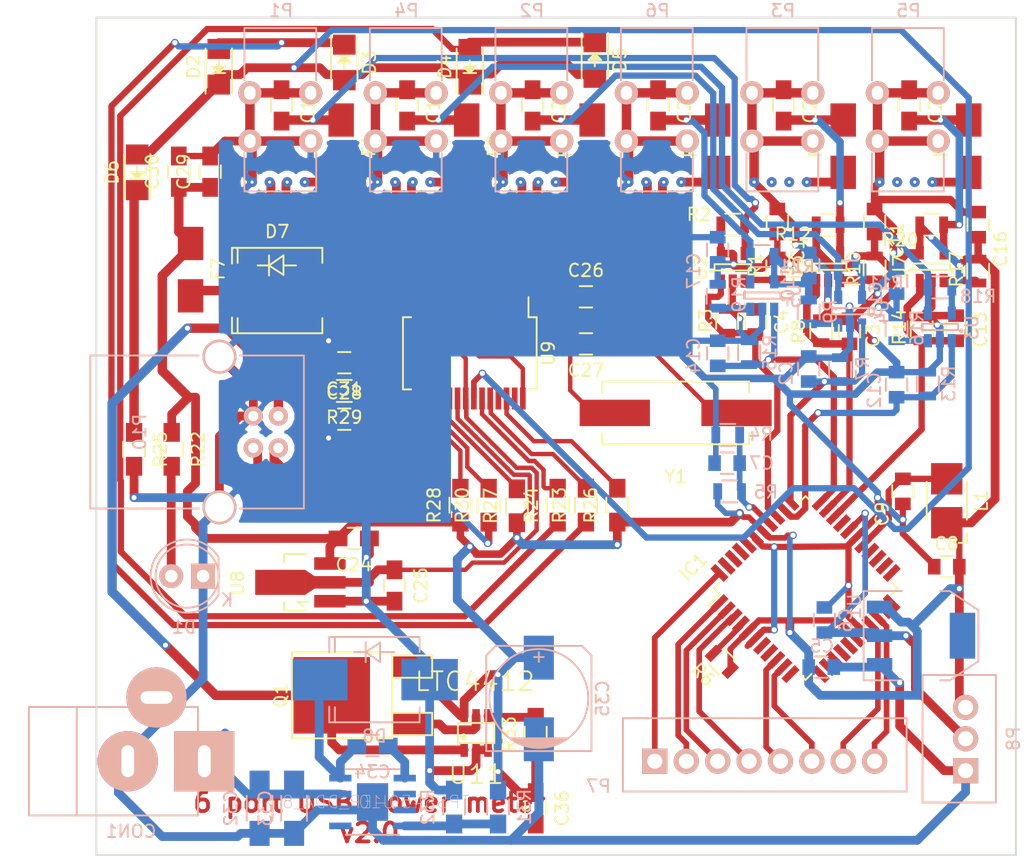
<source format=kicad_pcb>
(kicad_pcb (version 4) (host pcbnew 4.0.1-stable)
  (title_block (date 2016-04-18))
  (layers (0 F.Cu signal) (31 B.Cu signal) (34 B.Paste user) (35 F.Paste user) (36 B.SilkS user) (37 F.SilkS user) (38 B.Mask user) (39 F.Mask user) (44 Edge.Cuts user))
  (net 0 "")
  (net 1 GND)
  (net 2 "Net-(C2-Pad2)")
  (net 3 "Net-(C3-Pad2)")
  (net 4 "Net-(C4-Pad2)")
  (net 5 "Net-(C7-Pad2)")
  (net 6 "Net-(C9-Pad2)")
  (net 7 "Net-(C12-Pad2)")
  (net 8 "Net-(C13-Pad2)")
  (net 9 "Net-(C14-Pad2)")
  (net 10 "Net-(IC1-Pad4)")
  (net 11 "Net-(IC1-Pad7)")
  (net 12 "Net-(IC1-Pad8)")
  (net 13 "Net-(IC1-Pad11)")
  (net 14 "Net-(IC1-Pad12)")
  (net 15 "Net-(IC1-Pad13)")
  (net 16 "Net-(IC1-Pad14)")
  (net 17 "Net-(IC1-Pad15)")
  (net 18 "Net-(IC1-Pad16)")
  (net 19 "Net-(IC1-Pad21)")
  (net 20 "Net-(IC1-Pad22)")
  (net 21 "Net-(IC1-Pad23)")
  (net 22 "Net-(IC1-Pad24)")
  (net 23 "Net-(IC1-Pad25)")
  (net 24 "Net-(IC1-Pad26)")
  (net 25 "Net-(IC1-Pad30)")
  (net 26 "Net-(IC1-Pad40)")
  (net 27 "Net-(IC1-Pad41)")
  (net 28 "Net-(IC1-Pad42)")
  (net 29 "Net-(IC1-Pad43)")
  (net 30 "Net-(R1-Pad2)")
  (net 31 "Net-(R9-Pad2)")
  (net 32 "Net-(R10-Pad2)")
  (net 33 "Net-(R16-Pad2)")
  (net 34 "Net-(R17-Pad2)")
  (net 35 "Net-(R19-Pad2)")
  (net 36 "Net-(P3-Pad2)")
  (net 37 "Net-(P3-Pad3)")
  (net 38 "Net-(P5-Pad2)")
  (net 39 "Net-(P5-Pad3)")
  (net 40 +5V)
  (net 41 +2.5V)
  (net 42 MOSI)
  (net 43 MISO)
  (net 44 SCK)
  (net 45 RXD)
  (net 46 TXD)
  (net 47 SCL)
  (net 48 SDA)
  (net 49 SS)
  (net 50 "Net-(U1-Pad4)")
  (net 51 "Net-(C18-Pad2)")
  (net 52 "Net-(C19-Pad2)")
  (net 53 "Net-(C20-Pad2)")
  (net 54 "Net-(C21-Pad2)")
  (net 55 "Net-(C22-Pad2)")
  (net 56 "Net-(C23-Pad2)")
  (net 57 "Net-(C26-Pad1)")
  (net 58 "Net-(C26-Pad2)")
  (net 59 "Net-(C27-Pad2)")
  (net 60 "Net-(D1-Pad2)")
  (net 61 "Net-(D2-Pad1)")
  (net 62 "Net-(D2-Pad2)")
  (net 63 "Net-(D4-Pad2)")
  (net 64 "Net-(D6-Pad1)")
  (net 65 "Net-(F1-Pad2)")
  (net 66 "Net-(F2-Pad2)")
  (net 67 "Net-(F3-Pad1)")
  (net 68 "Net-(F4-Pad1)")
  (net 69 "Net-(F5-Pad1)")
  (net 70 "Net-(F6-Pad1)")
  (net 71 D1-)
  (net 72 D1+)
  (net 73 D3-)
  (net 74 D3+)
  (net 75 D2-)
  (net 76 D2+)
  (net 77 D4-)
  (net 78 D4+)
  (net 79 "Net-(R23-Pad2)")
  (net 80 "Net-(R24-Pad2)")
  (net 81 "Net-(R26-Pad2)")
  (net 82 "Net-(R27-Pad2)")
  (net 83 "Net-(R28-Pad2)")
  (net 84 "Net-(R29-Pad1)")
  (net 85 "Net-(R30-Pad2)")
  (net 86 "Net-(U9-Pad25)")
  (net 87 "Net-(U9-Pad27)")
  (net 88 "/USB hub/3V3")
  (net 89 "/USB hub/1V8")
  (net 90 D5-)
  (net 91 D5+)
  (net 92 "Net-(C32-Pad1)")
  (net 93 "Net-(C34-Pad1)")
  (net 94 "Net-(C34-Pad2)")
  (net 95 "Net-(D7-Pad1)")
  (net 96 "Net-(R31-Pad1)")
  (net 97 "Net-(U10-Pad2)")
  (net 98 "Net-(U10-Pad3)")
  (net 99 "Net-(U10-Pad5)")
  (net 100 VREG)
  (net 101 "Net-(Q1-Pad1)")
  (net 102 "Net-(R33-Pad2)")
  (module Connect:JACK_ALIM (layer B.Cu) (at 97.75 107.75)
    (fp_text reference CON1 (at 0.254 5.588) (layer B.SilkS) (effects (justify mirror)))
    (fp_text value BARREL_JACK)
    (pad 2 thru_hole circle (at 0 0) (size 4.8006 4.8006) (drill oval 1.016 2.54) (layers *.Cu *.Mask B.SilkS) (net 1 GND))
    (pad 1 thru_hole rect (at 6.096 0) (size 4.8006 4.8006) (drill oval 1.016 2.54) (layers *.Cu *.Mask B.SilkS) (net 92 "Net-(C32-Pad1)"))
    (pad 3 thru_hole circle (at 2.286 -5.08) (size 4.8006 4.8006) (drill oval 2.54 1.016) (layers *.Cu *.Mask B.SilkS) (net 1 GND))
  )
  (module Housings_QFP:TQFP-44_10x10mm_Pitch0.8mm (layer F.Cu) (at 151.75 93.95 45)
    (fp_text reference IC1 (at -5.14 -7.52 45) (layer F.SilkS))
    (fp_text value ATMEGA32-M)
    (pad 1 smd rect (at -5.7 -4 45) (size 1.5 0.55) (layers F.Cu F.Paste F.Mask) (net 42 MOSI))
    (pad 2 smd rect (at -5.7 -3.2 45) (size 1.5 0.55) (layers F.Cu F.Paste F.Mask) (net 43 MISO))
    (pad 3 smd rect (at -5.7 -2.4 45) (size 1.5 0.55) (layers F.Cu F.Paste F.Mask) (net 44 SCK))
    (pad 4 smd rect (at -5.7 -1.6 45) (size 1.5 0.55) (layers F.Cu F.Paste F.Mask) (net 10 "Net-(IC1-Pad4)"))
    (pad 5 smd rect (at -5.7 -0.8 45) (size 1.5 0.55) (layers F.Cu F.Paste F.Mask) (net 40 +5V))
    (pad 6 smd rect (at -5.7 0 45) (size 1.5 0.55) (layers F.Cu F.Paste F.Mask) (net 1 GND))
    (pad 7 smd rect (at -5.7 0.8 45) (size 1.5 0.55) (layers F.Cu F.Paste F.Mask) (net 11 "Net-(IC1-Pad7)"))
    (pad 8 smd rect (at -5.7 1.6 45) (size 1.5 0.55) (layers F.Cu F.Paste F.Mask) (net 12 "Net-(IC1-Pad8)"))
    (pad 9 smd rect (at -5.7 2.4 45) (size 1.5 0.55) (layers F.Cu F.Paste F.Mask) (net 45 RXD))
    (pad 10 smd rect (at -5.7 3.2 45) (size 1.5 0.55) (layers F.Cu F.Paste F.Mask) (net 46 TXD))
    (pad 11 smd rect (at -5.7 4 45) (size 1.5 0.55) (layers F.Cu F.Paste F.Mask) (net 13 "Net-(IC1-Pad11)"))
    (pad 12 smd rect (at -4 5.7 135) (size 1.5 0.55) (layers F.Cu F.Paste F.Mask) (net 14 "Net-(IC1-Pad12)"))
    (pad 13 smd rect (at -3.2 5.7 135) (size 1.5 0.55) (layers F.Cu F.Paste F.Mask) (net 15 "Net-(IC1-Pad13)"))
    (pad 14 smd rect (at -2.4 5.7 135) (size 1.5 0.55) (layers F.Cu F.Paste F.Mask) (net 16 "Net-(IC1-Pad14)"))
    (pad 15 smd rect (at -1.6 5.7 135) (size 1.5 0.55) (layers F.Cu F.Paste F.Mask) (net 17 "Net-(IC1-Pad15)"))
    (pad 16 smd rect (at -0.8 5.7 135) (size 1.5 0.55) (layers F.Cu F.Paste F.Mask) (net 18 "Net-(IC1-Pad16)"))
    (pad 17 smd rect (at 0 5.7 135) (size 1.5 0.55) (layers F.Cu F.Paste F.Mask) (net 40 +5V))
    (pad 18 smd rect (at 0.8 5.7 135) (size 1.5 0.55) (layers F.Cu F.Paste F.Mask) (net 1 GND))
    (pad 19 smd rect (at 1.6 5.7 135) (size 1.5 0.55) (layers F.Cu F.Paste F.Mask) (net 47 SCL))
    (pad 20 smd rect (at 2.4 5.7 135) (size 1.5 0.55) (layers F.Cu F.Paste F.Mask) (net 48 SDA))
    (pad 21 smd rect (at 3.2 5.7 135) (size 1.5 0.55) (layers F.Cu F.Paste F.Mask) (net 19 "Net-(IC1-Pad21)"))
    (pad 22 smd rect (at 4 5.7 135) (size 1.5 0.55) (layers F.Cu F.Paste F.Mask) (net 20 "Net-(IC1-Pad22)"))
    (pad 23 smd rect (at 5.7 4 45) (size 1.5 0.55) (layers F.Cu F.Paste F.Mask) (net 21 "Net-(IC1-Pad23)"))
    (pad 24 smd rect (at 5.7 3.2 45) (size 1.5 0.55) (layers F.Cu F.Paste F.Mask) (net 22 "Net-(IC1-Pad24)"))
    (pad 25 smd rect (at 5.7 2.4 45) (size 1.5 0.55) (layers F.Cu F.Paste F.Mask) (net 23 "Net-(IC1-Pad25)"))
    (pad 26 smd rect (at 5.7 1.6 45) (size 1.5 0.55) (layers F.Cu F.Paste F.Mask) (net 24 "Net-(IC1-Pad26)"))
    (pad 27 smd rect (at 5.7 0.8 45) (size 1.5 0.55) (layers F.Cu F.Paste F.Mask) (net 6 "Net-(C9-Pad2)"))
    (pad 28 smd rect (at 5.7 0 45) (size 1.5 0.55) (layers F.Cu F.Paste F.Mask) (net 1 GND))
    (pad 29 smd rect (at 5.7 -0.8 45) (size 1.5 0.55) (layers F.Cu F.Paste F.Mask) (net 41 +2.5V))
    (pad 30 smd rect (at 5.7 -1.6 45) (size 1.5 0.55) (layers F.Cu F.Paste F.Mask) (net 25 "Net-(IC1-Pad30)"))
    (pad 31 smd rect (at 5.7 -2.4 45) (size 1.5 0.55) (layers F.Cu F.Paste F.Mask) (net 8 "Net-(C13-Pad2)"))
    (pad 32 smd rect (at 5.7 -3.2 45) (size 1.5 0.55) (layers F.Cu F.Paste F.Mask) (net 3 "Net-(C3-Pad2)"))
    (pad 33 smd rect (at 5.7 -4 45) (size 1.5 0.55) (layers F.Cu F.Paste F.Mask) (net 9 "Net-(C14-Pad2)"))
    (pad 34 smd rect (at 4 -5.7 135) (size 1.5 0.55) (layers F.Cu F.Paste F.Mask) (net 2 "Net-(C2-Pad2)"))
    (pad 35 smd rect (at 3.2 -5.7 135) (size 1.5 0.55) (layers F.Cu F.Paste F.Mask) (net 7 "Net-(C12-Pad2)"))
    (pad 36 smd rect (at 2.4 -5.7 135) (size 1.5 0.55) (layers F.Cu F.Paste F.Mask) (net 4 "Net-(C4-Pad2)"))
    (pad 37 smd rect (at 1.6 -5.7 135) (size 1.5 0.55) (layers F.Cu F.Paste F.Mask) (net 5 "Net-(C7-Pad2)"))
    (pad 38 smd rect (at 0.8 -5.7 135) (size 1.5 0.55) (layers F.Cu F.Paste F.Mask) (net 40 +5V))
    (pad 39 smd rect (at 0 -5.7 135) (size 1.5 0.55) (layers F.Cu F.Paste F.Mask) (net 1 GND))
    (pad 40 smd rect (at -0.8 -5.7 135) (size 1.5 0.55) (layers F.Cu F.Paste F.Mask) (net 26 "Net-(IC1-Pad40)"))
    (pad 41 smd rect (at -1.6 -5.7 135) (size 1.5 0.55) (layers F.Cu F.Paste F.Mask) (net 27 "Net-(IC1-Pad41)"))
    (pad 42 smd rect (at -2.4 -5.7 135) (size 1.5 0.55) (layers F.Cu F.Paste F.Mask) (net 28 "Net-(IC1-Pad42)"))
    (pad 43 smd rect (at -3.2 -5.7 135) (size 1.5 0.55) (layers F.Cu F.Paste F.Mask) (net 29 "Net-(IC1-Pad43)"))
    (pad 44 smd rect (at -4 -5.7 135) (size 1.5 0.55) (layers F.Cu F.Paste F.Mask) (net 49 SS))
  )
  (module Capacitors_SMD:C_0805 (layer F.Cu) (at 163 92.25)
    (fp_text reference C8 (at -0.02 -1.83) (layer F.SilkS))
    (fp_text value 100n)
    (pad 1 smd rect (at -1 0) (size 1 1.25) (layers F.Cu F.Paste F.Mask) (net 1 GND))
    (pad 2 smd rect (at 1 0) (size 1 1.25) (layers F.Cu F.Paste F.Mask) (net 40 +5V))
  )
  (module Resistors_SMD:R_0805 (layer F.Cu) (at 145.95 65)
    (fp_text reference R2 (at -2.695 -0.815) (layer F.SilkS))
    (fp_text value 0.01R)
    (pad 1 smd rect (at -0.95 0) (size 0.7 1.3) (layers F.Cu F.Paste F.Mask) (net 40 +5V))
    (pad 2 smd rect (at 0.95 0) (size 0.7 1.3) (layers F.Cu F.Paste F.Mask) (net 51 "Net-(C18-Pad2)"))
  )
  (module TO_SOT_Packages_SMD:SOT-23-5 (layer B.Cu) (at 162.45 73.15 90)
    (fp_text reference U3 (at -0.05 2.55 90) (layer B.SilkS) (effects (justify mirror)))
    (fp_text value LT6106)
    (pad 1 smd rect (at -1.1 0.95 90) (size 1.06 0.65) (layers B.Cu B.Paste B.Mask) (net 7 "Net-(C12-Pad2)"))
    (pad 2 smd rect (at -1.1 0 90) (size 1.06 0.65) (layers B.Cu B.Paste B.Mask) (net 1 GND))
    (pad 3 smd rect (at -1.1 -0.95 90) (size 1.06 0.65) (layers B.Cu B.Paste B.Mask) (net 33 "Net-(R16-Pad2)"))
    (pad 4 smd rect (at 1.1 -0.95 90) (size 1.06 0.65) (layers B.Cu B.Paste B.Mask) (net 52 "Net-(C19-Pad2)"))
    (pad 5 smd rect (at 1.1 0.95 90) (size 1.06 0.65) (layers B.Cu B.Paste B.Mask) (net 40 +5V))
  )
  (module Connect:USB_B (layer B.Cu) (at 109.74898 80.25 180)
    (fp_text reference P10 (at 11.049 -1.27 450) (layer B.SilkS) (effects (justify mirror)))
    (fp_text value USB_B)
    (pad 2 thru_hole circle (at 0 -2.54 270) (size 1.524 1.524) (drill 0.8128) (layers *.Cu *.Mask B.SilkS) (net 90 D5-))
    (pad 1 thru_hole circle (at 0 0 270) (size 1.524 1.524) (drill 0.8128) (layers *.Cu *.Mask B.SilkS) (net 100 VREG))
    (pad 4 thru_hole circle (at 1.99898 0 270) (size 1.524 1.524) (drill 0.8128) (layers *.Cu *.Mask B.SilkS) (net 1 GND))
    (pad 3 thru_hole circle (at 1.99898 -2.54 270) (size 1.524 1.524) (drill 0.8128) (layers *.Cu *.Mask B.SilkS) (net 91 D5+))
    (pad 5 thru_hole circle (at 4.699 -7.26948 270) (size 2.70002 2.70002) (drill 2.30124) (layers *.Cu *.Mask B.SilkS) (net 1 GND))
    (pad 5 thru_hole circle (at 4.699 4.72948 270) (size 2.70002 2.70002) (drill 2.30124) (layers *.Cu *.Mask B.SilkS) (net 1 GND))
  )
  (module USB-A_vertical1:USB_A_Vertical (layer B.Cu) (at 129.75 54.5)
    (fp_text reference P2 (at 0.2 -6.55) (layer B.SilkS) (effects (justify mirror)))
    (fp_text value USB_A)
    (pad 5 thru_hole oval (at -2.27 3.84) (size 1.85 1.85) (drill oval 0.9 1.1) (layers *.Cu *.Mask B.SilkS) (net 1 GND))
    (pad 5 thru_hole oval (at -2.27 0) (size 1.85 1.85) (drill oval 0.9 1.1) (layers *.Cu *.Mask B.SilkS) (net 1 GND))
    (pad 5 thru_hole oval (at 2.57 0) (size 1.85 1.85) (drill oval 0.9 1.1) (layers *.Cu *.Mask B.SilkS) (net 1 GND))
    (pad 1 thru_hole circle (at 2.1 7.11) (size 0.8 0.8) (drill 0.25) (layers *.Cu *.Mask) (net 68 "Net-(F4-Pad1)"))
    (pad 2 thru_hole circle (at 0.7 7.11) (size 0.8 0.8) (drill 0.25) (layers *.Cu *.Mask) (net 73 D3-))
    (pad 3 thru_hole circle (at -0.7 7.11) (size 0.8 0.8) (drill 0.25) (layers *.Cu *.Mask) (net 74 D3+))
    (pad 5 thru_hole oval (at 2.57 3.84) (size 1.85 1.85) (drill oval 0.9 1.1) (layers *.Cu *.Mask B.SilkS) (net 1 GND))
    (pad 4 thru_hole circle (at -2.1 7.11) (size 0.8 0.8) (drill 0.25) (layers *.Cu *.Mask) (net 1 GND))
  )
  (module USB-A_vertical1:USB_A_Vertical (layer B.Cu) (at 149.75 54.5)
    (fp_text reference P3 (at 0.2 -6.55) (layer B.SilkS) (effects (justify mirror)))
    (fp_text value USB_A)
    (pad 5 thru_hole oval (at -2.27 3.84) (size 1.85 1.85) (drill oval 0.9 1.1) (layers *.Cu *.Mask B.SilkS) (net 1 GND))
    (pad 5 thru_hole oval (at -2.27 0) (size 1.85 1.85) (drill oval 0.9 1.1) (layers *.Cu *.Mask B.SilkS) (net 1 GND))
    (pad 5 thru_hole oval (at 2.57 0) (size 1.85 1.85) (drill oval 0.9 1.1) (layers *.Cu *.Mask B.SilkS) (net 1 GND))
    (pad 1 thru_hole circle (at 2.1 7.11) (size 0.8 0.8) (drill 0.25) (layers *.Cu *.Mask) (net 69 "Net-(F5-Pad1)"))
    (pad 2 thru_hole circle (at 0.7 7.11) (size 0.8 0.8) (drill 0.25) (layers *.Cu *.Mask) (net 36 "Net-(P3-Pad2)"))
    (pad 3 thru_hole circle (at -0.7 7.11) (size 0.8 0.8) (drill 0.25) (layers *.Cu *.Mask) (net 37 "Net-(P3-Pad3)"))
    (pad 5 thru_hole oval (at 2.57 3.84) (size 1.85 1.85) (drill oval 0.9 1.1) (layers *.Cu *.Mask B.SilkS) (net 1 GND))
    (pad 4 thru_hole circle (at -2.1 7.11) (size 0.8 0.8) (drill 0.25) (layers *.Cu *.Mask) (net 1 GND))
  )
  (module USB-A_vertical1:USB_A_Vertical (layer B.Cu) (at 159.75 54.5)
    (fp_text reference P5 (at 0.2 -6.55) (layer B.SilkS) (effects (justify mirror)))
    (fp_text value USB_A)
    (pad 5 thru_hole oval (at -2.27 3.84) (size 1.85 1.85) (drill oval 0.9 1.1) (layers *.Cu *.Mask B.SilkS) (net 1 GND))
    (pad 5 thru_hole oval (at -2.27 0) (size 1.85 1.85) (drill oval 0.9 1.1) (layers *.Cu *.Mask B.SilkS) (net 1 GND))
    (pad 5 thru_hole oval (at 2.57 0) (size 1.85 1.85) (drill oval 0.9 1.1) (layers *.Cu *.Mask B.SilkS) (net 1 GND))
    (pad 1 thru_hole circle (at 2.1 7.11) (size 0.8 0.8) (drill 0.25) (layers *.Cu *.Mask) (net 70 "Net-(F6-Pad1)"))
    (pad 2 thru_hole circle (at 0.7 7.11) (size 0.8 0.8) (drill 0.25) (layers *.Cu *.Mask) (net 38 "Net-(P5-Pad2)"))
    (pad 3 thru_hole circle (at -0.7 7.11) (size 0.8 0.8) (drill 0.25) (layers *.Cu *.Mask) (net 39 "Net-(P5-Pad3)"))
    (pad 5 thru_hole oval (at 2.57 3.84) (size 1.85 1.85) (drill oval 0.9 1.1) (layers *.Cu *.Mask B.SilkS) (net 1 GND))
    (pad 4 thru_hole circle (at -2.1 7.11) (size 0.8 0.8) (drill 0.25) (layers *.Cu *.Mask) (net 1 GND))
  )
  (module USB-A_vertical1:USB_A_Vertical (layer B.Cu) (at 139.75 54.5)
    (fp_text reference P6 (at 0.2 -6.55) (layer B.SilkS) (effects (justify mirror)))
    (fp_text value USB_A)
    (pad 5 thru_hole oval (at -2.27 3.84) (size 1.85 1.85) (drill oval 0.9 1.1) (layers *.Cu *.Mask B.SilkS) (net 1 GND))
    (pad 5 thru_hole oval (at -2.27 0) (size 1.85 1.85) (drill oval 0.9 1.1) (layers *.Cu *.Mask B.SilkS) (net 1 GND))
    (pad 5 thru_hole oval (at 2.57 0) (size 1.85 1.85) (drill oval 0.9 1.1) (layers *.Cu *.Mask B.SilkS) (net 1 GND))
    (pad 1 thru_hole circle (at 2.1 7.11) (size 0.8 0.8) (drill 0.25) (layers *.Cu *.Mask) (net 67 "Net-(F3-Pad1)"))
    (pad 2 thru_hole circle (at 0.7 7.11) (size 0.8 0.8) (drill 0.25) (layers *.Cu *.Mask) (net 77 D4-))
    (pad 3 thru_hole circle (at -0.7 7.11) (size 0.8 0.8) (drill 0.25) (layers *.Cu *.Mask) (net 78 D4+))
    (pad 5 thru_hole oval (at 2.57 3.84) (size 1.85 1.85) (drill oval 0.9 1.1) (layers *.Cu *.Mask B.SilkS) (net 1 GND))
    (pad 4 thru_hole circle (at -2.1 7.11) (size 0.8 0.8) (drill 0.25) (layers *.Cu *.Mask) (net 1 GND))
  )
  (module USB-A_vertical1:USB_A_Vertical (layer B.Cu) (at 119.75 54.5)
    (fp_text reference P4 (at 0.2 -6.55) (layer B.SilkS) (effects (justify mirror)))
    (fp_text value USB_A)
    (pad 5 thru_hole oval (at -2.27 3.84) (size 1.85 1.85) (drill oval 0.9 1.1) (layers *.Cu *.Mask B.SilkS) (net 1 GND))
    (pad 5 thru_hole oval (at -2.27 0) (size 1.85 1.85) (drill oval 0.9 1.1) (layers *.Cu *.Mask B.SilkS) (net 1 GND))
    (pad 5 thru_hole oval (at 2.57 0) (size 1.85 1.85) (drill oval 0.9 1.1) (layers *.Cu *.Mask B.SilkS) (net 1 GND))
    (pad 1 thru_hole circle (at 2.1 7.11) (size 0.8 0.8) (drill 0.25) (layers *.Cu *.Mask) (net 66 "Net-(F2-Pad2)"))
    (pad 2 thru_hole circle (at 0.7 7.11) (size 0.8 0.8) (drill 0.25) (layers *.Cu *.Mask) (net 75 D2-))
    (pad 3 thru_hole circle (at -0.7 7.11) (size 0.8 0.8) (drill 0.25) (layers *.Cu *.Mask) (net 76 D2+))
    (pad 5 thru_hole oval (at 2.57 3.84) (size 1.85 1.85) (drill oval 0.9 1.1) (layers *.Cu *.Mask B.SilkS) (net 1 GND))
    (pad 4 thru_hole circle (at -2.1 7.11) (size 0.8 0.8) (drill 0.25) (layers *.Cu *.Mask) (net 1 GND))
  )
  (module USB-A_vertical1:USB_A_Vertical (layer B.Cu) (at 109.75 54.5)
    (fp_text reference P1 (at 0.2 -6.55) (layer B.SilkS) (effects (justify mirror)))
    (fp_text value USB_A)
    (pad 5 thru_hole oval (at -2.27 3.84) (size 1.85 1.85) (drill oval 0.9 1.1) (layers *.Cu *.Mask B.SilkS) (net 1 GND))
    (pad 5 thru_hole oval (at -2.27 0) (size 1.85 1.85) (drill oval 0.9 1.1) (layers *.Cu *.Mask B.SilkS) (net 1 GND))
    (pad 5 thru_hole oval (at 2.57 0) (size 1.85 1.85) (drill oval 0.9 1.1) (layers *.Cu *.Mask B.SilkS) (net 1 GND))
    (pad 1 thru_hole circle (at 2.1 7.11) (size 0.8 0.8) (drill 0.25) (layers *.Cu *.Mask) (net 65 "Net-(F1-Pad2)"))
    (pad 2 thru_hole circle (at 0.7 7.11) (size 0.8 0.8) (drill 0.25) (layers *.Cu *.Mask) (net 71 D1-))
    (pad 3 thru_hole circle (at -0.7 7.11) (size 0.8 0.8) (drill 0.25) (layers *.Cu *.Mask) (net 72 D1+))
    (pad 5 thru_hole oval (at 2.57 3.84) (size 1.85 1.85) (drill oval 0.9 1.1) (layers *.Cu *.Mask B.SilkS) (net 1 GND))
    (pad 4 thru_hole circle (at -2.1 7.11) (size 0.8 0.8) (drill 0.25) (layers *.Cu *.Mask) (net 1 GND))
  )
  (module Capacitors_SMD:C_0805_HandSoldering (layer F.Cu) (at 120 55.5 270)
    (fp_text reference C19 (at 0 -2.1 270) (layer F.SilkS))
    (fp_text value 10uF)
    (pad 1 smd rect (at -1.25 0 270) (size 1.5 1.25) (layers F.Cu F.Paste F.Mask) (net 1 GND))
    (pad 2 smd rect (at 1.25 0 270) (size 1.5 1.25) (layers F.Cu F.Paste F.Mask) (net 52 "Net-(C19-Pad2)"))
  )
  (module Capacitors_SMD:C_0805_HandSoldering (layer F.Cu) (at 140 55.5 270)
    (fp_text reference C20 (at 0 -2.1 270) (layer F.SilkS))
    (fp_text value 10uF)
    (pad 1 smd rect (at -1.25 0 270) (size 1.5 1.25) (layers F.Cu F.Paste F.Mask) (net 1 GND))
    (pad 2 smd rect (at 1.25 0 270) (size 1.5 1.25) (layers F.Cu F.Paste F.Mask) (net 53 "Net-(C20-Pad2)"))
  )
  (module Capacitors_SMD:C_0805_HandSoldering (layer F.Cu) (at 130 55.5 270)
    (fp_text reference C21 (at 0 -2.1 270) (layer F.SilkS))
    (fp_text value 10uF)
    (pad 1 smd rect (at -1.25 0 270) (size 1.5 1.25) (layers F.Cu F.Paste F.Mask) (net 1 GND))
    (pad 2 smd rect (at 1.25 0 270) (size 1.5 1.25) (layers F.Cu F.Paste F.Mask) (net 54 "Net-(C21-Pad2)"))
  )
  (module Capacitors_SMD:C_0805_HandSoldering (layer F.Cu) (at 150 55.5 270)
    (fp_text reference C22 (at 0 -2.1 270) (layer F.SilkS))
    (fp_text value 10uF)
    (pad 1 smd rect (at -1.25 0 270) (size 1.5 1.25) (layers F.Cu F.Paste F.Mask) (net 1 GND))
    (pad 2 smd rect (at 1.25 0 270) (size 1.5 1.25) (layers F.Cu F.Paste F.Mask) (net 55 "Net-(C22-Pad2)"))
  )
  (module Capacitors_SMD:C_0805_HandSoldering (layer F.Cu) (at 160 55.5 270)
    (fp_text reference C23 (at 0 -2.1 270) (layer F.SilkS))
    (fp_text value 10uF)
    (pad 1 smd rect (at -1.25 0 270) (size 1.5 1.25) (layers F.Cu F.Paste F.Mask) (net 1 GND))
    (pad 2 smd rect (at 1.25 0 270) (size 1.5 1.25) (layers F.Cu F.Paste F.Mask) (net 56 "Net-(C23-Pad2)"))
  )
  (module Capacitors_SMD:C_0805_HandSoldering (layer F.Cu) (at 115.75 90 180)
    (fp_text reference C24 (at 0 -2.1 180) (layer F.SilkS))
    (fp_text value 4.7uF)
    (pad 1 smd rect (at -1.25 0 180) (size 1.5 1.25) (layers F.Cu F.Paste F.Mask) (net 1 GND))
    (pad 2 smd rect (at 1.25 0 180) (size 1.5 1.25) (layers F.Cu F.Paste F.Mask) (net 40 +5V))
  )
  (module Capacitors_SMD:C_0805_HandSoldering (layer F.Cu) (at 119 93.75 270)
    (fp_text reference C25 (at 0 -2.1 270) (layer F.SilkS))
    (fp_text value 4.7uF)
    (pad 1 smd rect (at -1.25 0 270) (size 1.5 1.25) (layers F.Cu F.Paste F.Mask) (net 88 "/USB hub/3V3"))
    (pad 2 smd rect (at 1.25 0 270) (size 1.5 1.25) (layers F.Cu F.Paste F.Mask) (net 1 GND))
  )
  (module Capacitors_SMD:C_0805_HandSoldering (layer F.Cu) (at 134.25 70.75)
    (fp_text reference C26 (at 0 -2.1) (layer F.SilkS))
    (fp_text value 10pF)
    (pad 1 smd rect (at -1.25 0) (size 1.5 1.25) (layers F.Cu F.Paste F.Mask) (net 57 "Net-(C26-Pad1)"))
    (pad 2 smd rect (at 1.25 0) (size 1.5 1.25) (layers F.Cu F.Paste F.Mask) (net 58 "Net-(C26-Pad2)"))
  )
  (module Capacitors_SMD:C_0805_HandSoldering (layer F.Cu) (at 134.25 74.5 180)
    (fp_text reference C27 (at 0 -2.1 180) (layer F.SilkS))
    (fp_text value 10pF)
    (pad 1 smd rect (at -1.25 0 180) (size 1.5 1.25) (layers F.Cu F.Paste F.Mask) (net 57 "Net-(C26-Pad1)"))
    (pad 2 smd rect (at 1.25 0 180) (size 1.5 1.25) (layers F.Cu F.Paste F.Mask) (net 59 "Net-(C27-Pad2)"))
  )
  (module Capacitors_SMD:C_0805_HandSoldering (layer F.Cu) (at 115 80.5)
    (fp_text reference C28 (at 0 -2.1) (layer F.SilkS))
    (fp_text value 10uF)
    (pad 1 smd rect (at -1.25 0) (size 1.5 1.25) (layers F.Cu F.Paste F.Mask) (net 1 GND))
    (pad 2 smd rect (at 1.25 0) (size 1.5 1.25) (layers F.Cu F.Paste F.Mask) (net 88 "/USB hub/3V3"))
  )
  (module Capacitors_SMD:C_0805_HandSoldering (layer F.Cu) (at 104.313575 60.779999 90)
    (fp_text reference C29 (at 0 -2.1 90) (layer F.SilkS))
    (fp_text value 10nF)
    (pad 1 smd rect (at -1.25 0 90) (size 1.5 1.25) (layers F.Cu F.Paste F.Mask) (net 40 +5V))
    (pad 2 smd rect (at 1.25 0 90) (size 1.5 1.25) (layers F.Cu F.Paste F.Mask) (net 1 GND))
  )
  (module Capacitors_SMD:C_0805_HandSoldering (layer F.Cu) (at 101.813575 60.779999 90)
    (fp_text reference C30 (at 0 -2.1 90) (layer F.SilkS))
    (fp_text value 10uF)
    (pad 1 smd rect (at -1.25 0 90) (size 1.5 1.25) (layers F.Cu F.Paste F.Mask) (net 40 +5V))
    (pad 2 smd rect (at 1.25 0 90) (size 1.5 1.25) (layers F.Cu F.Paste F.Mask) (net 1 GND))
  )
  (module Capacitors_SMD:C_0805_HandSoldering (layer F.Cu) (at 115 76 180)
    (fp_text reference C31 (at 0 -2.1 180) (layer F.SilkS))
    (fp_text value 10uF)
    (pad 1 smd rect (at -1.25 0 180) (size 1.5 1.25) (layers F.Cu F.Paste F.Mask) (net 89 "/USB hub/1V8"))
    (pad 2 smd rect (at 1.25 0 180) (size 1.5 1.25) (layers F.Cu F.Paste F.Mask) (net 1 GND))
  )
  (module Diodes_SMD:SMC_Standard (layer F.Cu) (at 109.65106 70.25)
    (fp_text reference D7 (at 0 -4.7) (layer F.SilkS))
    (fp_text value 5.1V)
    (pad 1 smd rect (at -3.40106 0 90) (size 3.29946 2.49936) (layers F.Cu F.Paste F.Mask) (net 95 "Net-(D7-Pad1)"))
    (pad 2 smd rect (at 3.40106 0 90) (size 3.29946 2.49936) (layers F.Cu F.Paste F.Mask) (net 1 GND))
  )
  (module Fuse_Holders_and_Fuses:Fuse_SMD1206_HandSoldering (layer F.Cu) (at 114.75 58.75 270)
    (fp_text reference F1 (at -0.0508 -2.19964 270) (layer F.SilkS))
    (fp_text value F_Small)
    (pad 1 smd rect (at -2.08534 0) (size 2.02946 2.65176) (layers F.Cu F.Paste F.Mask) (net 51 "Net-(C18-Pad2)"))
    (pad 2 smd rect (at 2.08534 0) (size 2.02946 2.65176) (layers F.Cu F.Paste F.Mask) (net 65 "Net-(F1-Pad2)"))
  )
  (module Fuse_Holders_and_Fuses:Fuse_SMD1206_HandSoldering (layer F.Cu) (at 124.75 58.75 270)
    (fp_text reference F2 (at -0.0508 -2.19964 270) (layer F.SilkS))
    (fp_text value F_Small)
    (pad 1 smd rect (at -2.08534 0) (size 2.02946 2.65176) (layers F.Cu F.Paste F.Mask) (net 52 "Net-(C19-Pad2)"))
    (pad 2 smd rect (at 2.08534 0) (size 2.02946 2.65176) (layers F.Cu F.Paste F.Mask) (net 66 "Net-(F2-Pad2)"))
  )
  (module Fuse_Holders_and_Fuses:Fuse_SMD1206_HandSoldering (layer F.Cu) (at 144.75 58.75 90)
    (fp_text reference F3 (at -0.0508 -2.19964 90) (layer F.SilkS))
    (fp_text value F_Small)
    (pad 1 smd rect (at -2.08534 0 180) (size 2.02946 2.65176) (layers F.Cu F.Paste F.Mask) (net 67 "Net-(F3-Pad1)"))
    (pad 2 smd rect (at 2.08534 0 180) (size 2.02946 2.65176) (layers F.Cu F.Paste F.Mask) (net 53 "Net-(C20-Pad2)"))
  )
  (module Fuse_Holders_and_Fuses:Fuse_SMD1206_HandSoldering (layer F.Cu) (at 134.75 58.75 90)
    (fp_text reference F4 (at -0.0508 -2.19964 90) (layer F.SilkS))
    (fp_text value F_Small)
    (pad 1 smd rect (at -2.08534 0 180) (size 2.02946 2.65176) (layers F.Cu F.Paste F.Mask) (net 68 "Net-(F4-Pad1)"))
    (pad 2 smd rect (at 2.08534 0 180) (size 2.02946 2.65176) (layers F.Cu F.Paste F.Mask) (net 54 "Net-(C21-Pad2)"))
  )
  (module Resistors_SMD:R_0805_HandSoldering (layer F.Cu) (at 136.75 87.35 90)
    (fp_text reference R26 (at 0 -2.1 90) (layer F.SilkS))
    (fp_text value 10K)
    (pad 1 smd rect (at -1.35 0 90) (size 1.5 1.3) (layers F.Cu F.Paste F.Mask) (net 40 +5V))
    (pad 2 smd rect (at 1.35 0 90) (size 1.5 1.3) (layers F.Cu F.Paste F.Mask) (net 81 "Net-(R26-Pad2)"))
  )
  (module Resistors_SMD:R_0805_HandSoldering (layer F.Cu) (at 128.75 87.4 90)
    (fp_text reference R27 (at 0 -2.1 90) (layer F.SilkS))
    (fp_text value 10K)
    (pad 1 smd rect (at -1.35 0 90) (size 1.5 1.3) (layers F.Cu F.Paste F.Mask) (net 40 +5V))
    (pad 2 smd rect (at 1.35 0 90) (size 1.5 1.3) (layers F.Cu F.Paste F.Mask) (net 82 "Net-(R27-Pad2)"))
  )
  (module Resistors_SMD:R_0805_HandSoldering (layer F.Cu) (at 124.25 87.35 90)
    (fp_text reference R28 (at 0 -2.1 90) (layer F.SilkS))
    (fp_text value 10K)
    (pad 1 smd rect (at -1.35 0 90) (size 1.5 1.3) (layers F.Cu F.Paste F.Mask) (net 40 +5V))
    (pad 2 smd rect (at 1.35 0 90) (size 1.5 1.3) (layers F.Cu F.Paste F.Mask) (net 83 "Net-(R28-Pad2)"))
  )
  (module Resistors_SMD:R_0805_HandSoldering (layer F.Cu) (at 115 78.25 180)
    (fp_text reference R29 (at 0 -2.1 180) (layer F.SilkS))
    (fp_text value 2.7K)
    (pad 1 smd rect (at -1.35 0 180) (size 1.5 1.3) (layers F.Cu F.Paste F.Mask) (net 84 "Net-(R29-Pad1)"))
    (pad 2 smd rect (at 1.35 0 180) (size 1.5 1.3) (layers F.Cu F.Paste F.Mask) (net 1 GND))
  )
  (module TO_SOT_Packages_SMD:SOT89-3_Housing_Handsoldering (layer F.Cu) (at 111.5007 93.5 90)
    (fp_text reference U8 (at -0.0508 -5.00126 90) (layer F.SilkS))
    (fp_text value AP1117E33)
    (pad 1 smd rect (at -1.50114 2.35204 90) (size 1.00076 2.5019) (layers F.Cu F.Paste F.Mask) (net 1 GND))
    (pad 2 smd rect (at 0 2.35204 90) (size 1.00076 2.5019) (layers F.Cu F.Paste F.Mask) (net 88 "/USB hub/3V3"))
    (pad 3 smd rect (at 1.50114 2.35204 90) (size 1.00076 2.5019) (layers F.Cu F.Paste F.Mask) (net 40 +5V))
    (pad 2 smd rect (at 0 -1.6002 90) (size 1.99898 4.0005) (layers F.Cu F.Paste F.Mask) (net 88 "/USB hub/3V3"))
    (pad 2 smd trapezoid (at 0 0.7493 270) (size 1.50114 0.7493) (rect_delta 0 0.50038) (layers F.Cu F.Paste F.Mask) (net 88 "/USB hub/3V3"))
  )
  (module Housings_SSOP:SSOP-28_5.3x10.2mm_Pitch0.65mm (layer F.Cu) (at 125 75.25 270)
    (fp_text reference U9 (at 0 -6.25 270) (layer F.SilkS))
    (fp_text value FE1.1s)
    (pad 1 smd rect (at -3.6 -4.225 270) (size 1.75 0.45) (layers F.Cu F.Paste F.Mask) (net 57 "Net-(C26-Pad1)"))
    (pad 2 smd rect (at -3.6 -3.575 270) (size 1.75 0.45) (layers F.Cu F.Paste F.Mask) (net 58 "Net-(C26-Pad2)"))
    (pad 3 smd rect (at -3.6 -2.925 270) (size 1.75 0.45) (layers F.Cu F.Paste F.Mask) (net 59 "Net-(C27-Pad2)"))
    (pad 4 smd rect (at -3.6 -2.275 270) (size 1.75 0.45) (layers F.Cu F.Paste F.Mask) (net 77 D4-))
    (pad 5 smd rect (at -3.6 -1.625 270) (size 1.75 0.45) (layers F.Cu F.Paste F.Mask) (net 78 D4+))
    (pad 6 smd rect (at -3.6 -0.975 270) (size 1.75 0.45) (layers F.Cu F.Paste F.Mask) (net 73 D3-))
    (pad 7 smd rect (at -3.6 -0.325 270) (size 1.75 0.45) (layers F.Cu F.Paste F.Mask) (net 74 D3+))
    (pad 8 smd rect (at -3.6 0.325 270) (size 1.75 0.45) (layers F.Cu F.Paste F.Mask) (net 75 D2-))
    (pad 9 smd rect (at -3.6 0.975 270) (size 1.75 0.45) (layers F.Cu F.Paste F.Mask) (net 76 D2+))
    (pad 10 smd rect (at -3.6 1.625 270) (size 1.75 0.45) (layers F.Cu F.Paste F.Mask) (net 71 D1-))
    (pad 11 smd rect (at -3.6 2.275 270) (size 1.75 0.45) (layers F.Cu F.Paste F.Mask) (net 72 D1+))
    (pad 12 smd rect (at -3.6 2.925 270) (size 1.75 0.45) (layers F.Cu F.Paste F.Mask) (net 89 "/USB hub/1V8"))
    (pad 13 smd rect (at -3.6 3.575 270) (size 1.75 0.45) (layers F.Cu F.Paste F.Mask) (net 88 "/USB hub/3V3"))
    (pad 14 smd rect (at -3.6 4.225 270) (size 1.75 0.45) (layers F.Cu F.Paste F.Mask) (net 84 "Net-(R29-Pad1)"))
    (pad 15 smd rect (at 3.6 4.225 270) (size 1.75 0.45) (layers F.Cu F.Paste F.Mask) (net 90 D5-))
    (pad 16 smd rect (at 3.6 3.575 270) (size 1.75 0.45) (layers F.Cu F.Paste F.Mask) (net 91 D5+))
    (pad 17 smd rect (at 3.6 2.925 270) (size 1.75 0.45) (layers F.Cu F.Paste F.Mask) (net 83 "Net-(R28-Pad2)"))
    (pad 18 smd rect (at 3.6 2.275 270) (size 1.75 0.45) (layers F.Cu F.Paste F.Mask) (net 85 "Net-(R30-Pad2)"))
    (pad 19 smd rect (at 3.6 1.625 270) (size 1.75 0.45) (layers F.Cu F.Paste F.Mask) (net 82 "Net-(R27-Pad2)"))
    (pad 20 smd rect (at 3.6 0.975 270) (size 1.75 0.45) (layers F.Cu F.Paste F.Mask) (net 40 +5V))
    (pad 21 smd rect (at 3.6 0.325 270) (size 1.75 0.45) (layers F.Cu F.Paste F.Mask) (net 88 "/USB hub/3V3"))
    (pad 22 smd rect (at 3.6 -0.325 270) (size 1.75 0.45) (layers F.Cu F.Paste F.Mask) (net 61 "Net-(D2-Pad1)"))
    (pad 23 smd rect (at 3.6 -0.975 270) (size 1.75 0.45) (layers F.Cu F.Paste F.Mask) (net 80 "Net-(R24-Pad2)"))
    (pad 24 smd rect (at 3.6 -1.625 270) (size 1.75 0.45) (layers F.Cu F.Paste F.Mask) (net 79 "Net-(R23-Pad2)"))
    (pad 25 smd rect (at 3.6 -2.275 270) (size 1.75 0.45) (layers F.Cu F.Paste F.Mask) (net 86 "Net-(U9-Pad25)"))
    (pad 26 smd rect (at 3.6 -2.925 270) (size 1.75 0.45) (layers F.Cu F.Paste F.Mask) (net 81 "Net-(R26-Pad2)"))
    (pad 27 smd rect (at 3.6 -3.575 270) (size 1.75 0.45) (layers F.Cu F.Paste F.Mask) (net 87 "Net-(U9-Pad27)"))
    (pad 28 smd rect (at 3.6 -4.225 270) (size 1.75 0.45) (layers F.Cu F.Paste F.Mask) (net 89 "/USB hub/1V8"))
  )
  (module Crystals:Crystal_HC49-SD_SMD (layer F.Cu) (at 141.40114 80 180)
    (fp_text reference Y1 (at 0 -5.08 180) (layer F.SilkS))
    (fp_text value 12Mhz)
    (pad 1 smd rect (at -4.84886 0 180) (size 5.6007 2.10058) (layers F.Cu F.Paste F.Mask) (net 58 "Net-(C26-Pad2)"))
    (pad 2 smd rect (at 4.84886 0 180) (size 5.6007 2.10058) (layers F.Cu F.Paste F.Mask) (net 59 "Net-(C27-Pad2)"))
  )
  (module Fuse_Holders_and_Fuses:Fuse_SMD1206_HandSoldering (layer F.Cu) (at 102.75 68.58534 270)
    (fp_text reference F7 (at -0.0508 -2.19964 270) (layer F.SilkS))
    (fp_text value F_Small)
    (pad 1 smd rect (at -2.08534 0) (size 2.02946 2.65176) (layers F.Cu F.Paste F.Mask) (net 40 +5V))
    (pad 2 smd rect (at 2.08534 0) (size 2.02946 2.65176) (layers F.Cu F.Paste F.Mask) (net 95 "Net-(D7-Pad1)"))
  )
  (module Capacitors_SMD:C_0805_HandSoldering (layer F.Cu) (at 110 55.5 270)
    (fp_text reference C18 (at 0 -2.1 270) (layer F.SilkS))
    (fp_text value 10uF)
    (pad 1 smd rect (at -1.25 0 270) (size 1.5 1.25) (layers F.Cu F.Paste F.Mask) (net 1 GND))
    (pad 2 smd rect (at 1.25 0 270) (size 1.5 1.25) (layers F.Cu F.Paste F.Mask) (net 51 "Net-(C18-Pad2)"))
  )
  (module LEDs:LED-5MM (layer B.Cu) (at 103.75 93 180)
    (fp_text reference D1 (at 1.524 -4.064 180) (layer B.SilkS) (effects (justify mirror)))
    (fp_text value Power)
    (fp_text user K (at -1.905 -1.905 180) (layer B.SilkS) (effects (justify mirror)))
    (pad 1 thru_hole rect (at 0 0 90) (size 2 1.9) (drill 1.00076) (layers *.Cu *.Mask B.SilkS) (net 1 GND))
    (pad 2 thru_hole circle (at 2.54 0 180) (size 1.9 1.9) (drill 1.00076) (layers *.Cu *.Mask B.SilkS) (net 60 "Net-(D1-Pad2)"))
  )
  (module Fuse_Holders_and_Fuses:Fuse_SMD1206_HandSoldering (layer F.Cu) (at 154.75 58.75 90)
    (fp_text reference F5 (at -0.0508 -2.19964 90) (layer F.SilkS))
    (fp_text value F_Small)
    (pad 1 smd rect (at -2.08534 0 180) (size 2.02946 2.65176) (layers F.Cu F.Paste F.Mask) (net 69 "Net-(F5-Pad1)"))
    (pad 2 smd rect (at 2.08534 0 180) (size 2.02946 2.65176) (layers F.Cu F.Paste F.Mask) (net 55 "Net-(C22-Pad2)"))
  )
  (module Fuse_Holders_and_Fuses:Fuse_SMD1206_HandSoldering (layer F.Cu) (at 164.75 58.75 90)
    (fp_text reference F6 (at -0.0508 -2.19964 90) (layer F.SilkS))
    (fp_text value F_Small)
    (pad 1 smd rect (at -2.08534 0 180) (size 2.02946 2.65176) (layers F.Cu F.Paste F.Mask) (net 70 "Net-(F6-Pad1)"))
    (pad 2 smd rect (at 2.08534 0 180) (size 2.02946 2.65176) (layers F.Cu F.Paste F.Mask) (net 56 "Net-(C23-Pad2)"))
  )
  (module Resistors_SMD:R_0805_HandSoldering (layer F.Cu) (at 101.25 82.9 270)
    (fp_text reference R22 (at 0 -2.1 270) (layer F.SilkS))
    (fp_text value 330)
    (pad 1 smd rect (at -1.35 0 270) (size 1.5 1.3) (layers F.Cu F.Paste F.Mask) (net 40 +5V))
    (pad 2 smd rect (at 1.35 0 270) (size 1.5 1.3) (layers F.Cu F.Paste F.Mask) (net 60 "Net-(D1-Pad2)"))
  )
  (module Resistors_SMD:R_0805_HandSoldering (layer F.Cu) (at 134.25 87.35 90)
    (fp_text reference R23 (at 0 -2.1 90) (layer F.SilkS))
    (fp_text value 330)
    (pad 1 smd rect (at -1.35 0 90) (size 1.5 1.3) (layers F.Cu F.Paste F.Mask) (net 62 "Net-(D2-Pad2)"))
    (pad 2 smd rect (at 1.35 0 90) (size 1.5 1.3) (layers F.Cu F.Paste F.Mask) (net 79 "Net-(R23-Pad2)"))
  )
  (module Resistors_SMD:R_0805_HandSoldering (layer F.Cu) (at 132 87.35 90)
    (fp_text reference R24 (at 0 -2.1 90) (layer F.SilkS))
    (fp_text value 330)
    (pad 1 smd rect (at -1.35 0 90) (size 1.5 1.3) (layers F.Cu F.Paste F.Mask) (net 63 "Net-(D4-Pad2)"))
    (pad 2 smd rect (at 1.35 0 90) (size 1.5 1.3) (layers F.Cu F.Paste F.Mask) (net 80 "Net-(R24-Pad2)"))
  )
  (module Resistors_SMD:R_0805_HandSoldering (layer F.Cu) (at 98.25 82.9 270)
    (fp_text reference R25 (at 0 -2.1 270) (layer F.SilkS))
    (fp_text value 330)
    (pad 1 smd rect (at -1.35 0 270) (size 1.5 1.3) (layers F.Cu F.Paste F.Mask) (net 64 "Net-(D6-Pad1)"))
    (pad 2 smd rect (at 1.35 0 270) (size 1.5 1.3) (layers F.Cu F.Paste F.Mask) (net 1 GND))
  )
  (module Resistors_SMD:R_0805_HandSoldering (layer F.Cu) (at 126.5 87.35 90)
    (fp_text reference R30 (at 0 -2.1 90) (layer F.SilkS))
    (fp_text value 10K)
    (pad 1 smd rect (at -1.35 0 90) (size 1.5 1.3) (layers F.Cu F.Paste F.Mask) (net 1 GND))
    (pad 2 smd rect (at 1.35 0 90) (size 1.5 1.3) (layers F.Cu F.Paste F.Mask) (net 85 "Net-(R30-Pad2)"))
  )
  (module Capacitors_SMD:C_0805 (layer F.Cu) (at 149.5 64.75 270)
    (fp_text reference C1 (at 2.275 -1.64 270) (layer F.SilkS))
    (fp_text value 100n)
    (pad 1 smd rect (at -1 0 270) (size 1 1.25) (layers F.Cu F.Paste F.Mask) (net 1 GND))
    (pad 2 smd rect (at 1 0 270) (size 1 1.25) (layers F.Cu F.Paste F.Mask) (net 40 +5V))
  )
  (module Capacitors_SMD:C_0805 (layer B.Cu) (at 152 76.5 270)
    (fp_text reference C2 (at 0.35 1.8 270) (layer B.SilkS) (effects (justify mirror)))
    (fp_text value 1n)
    (pad 1 smd rect (at -1 0 270) (size 1 1.25) (layers B.Cu B.Paste B.Mask) (net 1 GND))
    (pad 2 smd rect (at 1 0 270) (size 1 1.25) (layers B.Cu B.Paste B.Mask) (net 2 "Net-(C2-Pad2)"))
  )
  (module Capacitors_SMD:C_0805 (layer F.Cu) (at 155.25 73.5 270)
    (fp_text reference C3 (at 0.325 -1.875 270) (layer F.SilkS))
    (fp_text value 1n)
    (pad 1 smd rect (at -1 0 270) (size 1 1.25) (layers F.Cu F.Paste F.Mask) (net 1 GND))
    (pad 2 smd rect (at 1 0 270) (size 1 1.25) (layers F.Cu F.Paste F.Mask) (net 3 "Net-(C3-Pad2)"))
  )
  (module Capacitors_SMD:C_0805 (layer F.Cu) (at 147.75 72.75 270)
    (fp_text reference C4 (at 0 -2.1 270) (layer F.SilkS))
    (fp_text value 1n)
    (pad 1 smd rect (at -1 0 270) (size 1 1.25) (layers F.Cu F.Paste F.Mask) (net 1 GND))
    (pad 2 smd rect (at 1 0 270) (size 1 1.25) (layers F.Cu F.Paste F.Mask) (net 4 "Net-(C4-Pad2)"))
  )
  (module Capacitors_SMD:C_0805 (layer B.Cu) (at 153 100.25)
    (fp_text reference C5 (at 0.05 -1.675) (layer B.SilkS) (effects (justify mirror)))
    (fp_text value 100n)
    (pad 1 smd rect (at -1 0) (size 1 1.25) (layers B.Cu B.Paste B.Mask) (net 40 +5V))
    (pad 2 smd rect (at 1 0) (size 1 1.25) (layers B.Cu B.Paste B.Mask) (net 1 GND))
  )
  (module Capacitors_SMD:C_0805 (layer B.Cu) (at 153.25 96.5 90)
    (fp_text reference C6 (at -0.025 1.7 90) (layer B.SilkS) (effects (justify mirror)))
    (fp_text value 10uF)
    (pad 1 smd rect (at -1 0 90) (size 1 1.25) (layers B.Cu B.Paste B.Mask) (net 41 +2.5V))
    (pad 2 smd rect (at 1 0 90) (size 1 1.25) (layers B.Cu B.Paste B.Mask) (net 1 GND))
  )
  (module Capacitors_SMD:C_0805 (layer B.Cu) (at 145.5 84)
    (fp_text reference C7 (at 2.75 0) (layer B.SilkS) (effects (justify mirror)))
    (fp_text value 1n)
    (pad 1 smd rect (at -1 0) (size 1 1.25) (layers B.Cu B.Paste B.Mask) (net 1 GND))
    (pad 2 smd rect (at 1 0) (size 1 1.25) (layers B.Cu B.Paste B.Mask) (net 5 "Net-(C7-Pad2)"))
  )
  (module Capacitors_SMD:C_0805 (layer F.Cu) (at 159.5 86.25 90)
    (fp_text reference C9 (at -1.8 -1.65 90) (layer F.SilkS))
    (fp_text value 100n)
    (pad 1 smd rect (at -1 0 90) (size 1 1.25) (layers F.Cu F.Paste F.Mask) (net 1 GND))
    (pad 2 smd rect (at 1 0 90) (size 1 1.25) (layers F.Cu F.Paste F.Mask) (net 6 "Net-(C9-Pad2)"))
  )
  (module Capacitors_SMD:C_0805 (layer B.Cu) (at 152 68.25 270)
    (fp_text reference C10 (at 1.345 1.665 270) (layer B.SilkS) (effects (justify mirror)))
    (fp_text value 100n)
    (pad 1 smd rect (at -1 0 270) (size 1 1.25) (layers B.Cu B.Paste B.Mask) (net 1 GND))
    (pad 2 smd rect (at 1 0 270) (size 1 1.25) (layers B.Cu B.Paste B.Mask) (net 40 +5V))
  )
  (module Capacitors_SMD:C_0805 (layer F.Cu) (at 157.25 64.75 270)
    (fp_text reference C11 (at 1.51 -1.79 270) (layer F.SilkS))
    (fp_text value 100n)
    (pad 1 smd rect (at -1 0 270) (size 1 1.25) (layers F.Cu F.Paste F.Mask) (net 1 GND))
    (pad 2 smd rect (at 1 0 270) (size 1 1.25) (layers F.Cu F.Paste F.Mask) (net 40 +5V))
  )
  (module Capacitors_SMD:C_0805 (layer B.Cu) (at 159 77.75 270)
    (fp_text reference C12 (at 0.45 1.775 270) (layer B.SilkS) (effects (justify mirror)))
    (fp_text value 1n)
    (pad 1 smd rect (at -1 0 270) (size 1 1.25) (layers B.Cu B.Paste B.Mask) (net 1 GND))
    (pad 2 smd rect (at 1 0 270) (size 1 1.25) (layers B.Cu B.Paste B.Mask) (net 7 "Net-(C12-Pad2)"))
  )
  (module Capacitors_SMD:C_0805 (layer F.Cu) (at 163.75 73.25 270)
    (fp_text reference C13 (at 0.1 -1.925 270) (layer F.SilkS))
    (fp_text value 1n)
    (pad 1 smd rect (at -1 0 270) (size 1 1.25) (layers F.Cu F.Paste F.Mask) (net 1 GND))
    (pad 2 smd rect (at 1 0 270) (size 1 1.25) (layers F.Cu F.Paste F.Mask) (net 8 "Net-(C13-Pad2)"))
  )
  (module Capacitors_SMD:C_0805 (layer B.Cu) (at 144.75 75.25 270)
    (fp_text reference C14 (at 0.2 1.925 270) (layer B.SilkS) (effects (justify mirror)))
    (fp_text value 1n)
    (pad 1 smd rect (at -1 0 270) (size 1 1.25) (layers B.Cu B.Paste B.Mask) (net 1 GND))
    (pad 2 smd rect (at 1 0 270) (size 1 1.25) (layers B.Cu B.Paste B.Mask) (net 9 "Net-(C14-Pad2)"))
  )
  (module Capacitors_SMD:C_0805 (layer B.Cu) (at 159 69.5 270)
    (fp_text reference C15 (at 1.45 1.665 270) (layer B.SilkS) (effects (justify mirror)))
    (fp_text value 100n)
    (pad 1 smd rect (at -1 0 270) (size 1 1.25) (layers B.Cu B.Paste B.Mask) (net 1 GND))
    (pad 2 smd rect (at 1 0 270) (size 1 1.25) (layers B.Cu B.Paste B.Mask) (net 40 +5V))
  )
  (module Capacitors_SMD:C_0805 (layer F.Cu) (at 165.5 65 270)
    (fp_text reference C16 (at 1.94 -1.79 270) (layer F.SilkS))
    (fp_text value 100n)
    (pad 1 smd rect (at -1 0 270) (size 1 1.25) (layers F.Cu F.Paste F.Mask) (net 1 GND))
    (pad 2 smd rect (at 1 0 270) (size 1 1.25) (layers F.Cu F.Paste F.Mask) (net 40 +5V))
  )
  (module Capacitors_SMD:C_0805 (layer B.Cu) (at 144.75 67 270)
    (fp_text reference C17 (at 1.69 1.915 270) (layer B.SilkS) (effects (justify mirror)))
    (fp_text value 100n)
    (pad 1 smd rect (at -1 0 270) (size 1 1.25) (layers B.Cu B.Paste B.Mask) (net 1 GND))
    (pad 2 smd rect (at 1 0 270) (size 1 1.25) (layers B.Cu B.Paste B.Mask) (net 40 +5V))
  )
  (module Resistors_SMD:R_0805 (layer F.Cu) (at 149.5 68.45 270)
    (fp_text reference R1 (at -0.225 1.75 270) (layer F.SilkS))
    (fp_text value 100R)
    (pad 1 smd rect (at -0.95 0 270) (size 0.7 1.3) (layers F.Cu F.Paste F.Mask) (net 40 +5V))
    (pad 2 smd rect (at 0.95 0 270) (size 0.7 1.3) (layers F.Cu F.Paste F.Mask) (net 30 "Net-(R1-Pad2)"))
  )
  (module Resistors_SMD:R_0805 (layer F.Cu) (at 145.5 72.7 270)
    (fp_text reference R3 (at -0.05 1.7 270) (layer F.SilkS))
    (fp_text value 10K)
    (pad 1 smd rect (at -0.95 0 270) (size 0.7 1.3) (layers F.Cu F.Paste F.Mask) (net 1 GND))
    (pad 2 smd rect (at 0.95 0 270) (size 0.7 1.3) (layers F.Cu F.Paste F.Mask) (net 4 "Net-(C4-Pad2)"))
  )
  (module Resistors_SMD:R_0805 (layer B.Cu) (at 145.55 81.75)
    (fp_text reference R4 (at 2.65 -0.05) (layer B.SilkS) (effects (justify mirror)))
    (fp_text value 10K)
    (pad 1 smd rect (at -0.95 0) (size 0.7 1.3) (layers B.Cu B.Paste B.Mask) (net 1 GND))
    (pad 2 smd rect (at 0.95 0) (size 0.7 1.3) (layers B.Cu B.Paste B.Mask) (net 5 "Net-(C7-Pad2)"))
  )
  (module Resistors_SMD:R_0805 (layer B.Cu) (at 145.7 86.25)
    (fp_text reference R5 (at 2.89 0.055) (layer B.SilkS) (effects (justify mirror)))
    (fp_text value 14K)
    (pad 1 smd rect (at -0.95 0) (size 0.7 1.3) (layers B.Cu B.Paste B.Mask) (net 40 +5V))
    (pad 2 smd rect (at 0.95 0) (size 0.7 1.3) (layers B.Cu B.Paste B.Mask) (net 5 "Net-(C7-Pad2)"))
  )
  (module Resistors_SMD:R_0805 (layer F.Cu) (at 145.078249 99.828249 135)
    (fp_text reference R6 (at 0.325 -1.8 135) (layer F.SilkS))
    (fp_text value 10k)
    (pad 1 smd rect (at -0.95 0 135) (size 0.7 1.3) (layers F.Cu F.Paste F.Mask) (net 40 +5V))
    (pad 2 smd rect (at 0.95 0 135) (size 0.7 1.3) (layers F.Cu F.Paste F.Mask) (net 10 "Net-(IC1-Pad4)"))
  )
  (module Resistors_SMD:R_0805 (layer B.Cu) (at 154.5 76.55 270)
    (fp_text reference R7 (at -0.1 -1.8 270) (layer B.SilkS) (effects (justify mirror)))
    (fp_text value 10K)
    (pad 1 smd rect (at -0.95 0 270) (size 0.7 1.3) (layers B.Cu B.Paste B.Mask) (net 1 GND))
    (pad 2 smd rect (at 0.95 0 270) (size 0.7 1.3) (layers B.Cu B.Paste B.Mask) (net 2 "Net-(C2-Pad2)"))
  )
  (module Resistors_SMD:R_0805 (layer F.Cu) (at 153 73.45 270)
    (fp_text reference R8 (at 0.075 1.825 270) (layer F.SilkS))
    (fp_text value 10K)
    (pad 1 smd rect (at -0.95 0 270) (size 0.7 1.3) (layers F.Cu F.Paste F.Mask) (net 1 GND))
    (pad 2 smd rect (at 0.95 0 270) (size 0.7 1.3) (layers F.Cu F.Paste F.Mask) (net 3 "Net-(C3-Pad2)"))
  )
  (module Resistors_SMD:R_0805 (layer B.Cu) (at 152 71.95 270)
    (fp_text reference R9 (at -0.025 -1.725 270) (layer B.SilkS) (effects (justify mirror)))
    (fp_text value 100R)
    (pad 1 smd rect (at -0.95 0 270) (size 0.7 1.3) (layers B.Cu B.Paste B.Mask) (net 40 +5V))
    (pad 2 smd rect (at 0.95 0 270) (size 0.7 1.3) (layers B.Cu B.Paste B.Mask) (net 31 "Net-(R9-Pad2)"))
  )
  (module Resistors_SMD:R_0805 (layer F.Cu) (at 157.25 68.45 270)
    (fp_text reference R10 (at 0.1 1.65 270) (layer F.SilkS))
    (fp_text value 100R)
    (pad 1 smd rect (at -0.95 0 270) (size 0.7 1.3) (layers F.Cu F.Paste F.Mask) (net 40 +5V))
    (pad 2 smd rect (at 0.95 0 270) (size 0.7 1.3) (layers F.Cu F.Paste F.Mask) (net 32 "Net-(R10-Pad2)"))
  )
  (module Resistors_SMD:R_0805 (layer B.Cu) (at 155.3 68.75 180)
    (fp_text reference R11 (at -2.825 -0.885 180) (layer B.SilkS) (effects (justify mirror)))
    (fp_text value 0.01R)
    (pad 1 smd rect (at -0.95 0 180) (size 0.7 1.3) (layers B.Cu B.Paste B.Mask) (net 40 +5V))
    (pad 2 smd rect (at 0.95 0 180) (size 0.7 1.3) (layers B.Cu B.Paste B.Mask) (net 54 "Net-(C21-Pad2)"))
  )
  (module Resistors_SMD:R_0805 (layer F.Cu) (at 153.55 65)
    (fp_text reference R12 (at -2.81 0.76) (layer F.SilkS))
    (fp_text value 0.01R)
    (pad 1 smd rect (at -0.95 0) (size 0.7 1.3) (layers F.Cu F.Paste F.Mask) (net 40 +5V))
    (pad 2 smd rect (at 0.95 0) (size 0.7 1.3) (layers F.Cu F.Paste F.Mask) (net 55 "Net-(C22-Pad2)"))
  )
  (module Resistors_SMD:R_0805 (layer B.Cu) (at 161.5 77.7 270)
    (fp_text reference R13 (at -0.025 -1.65 270) (layer B.SilkS) (effects (justify mirror)))
    (fp_text value 10K)
    (pad 1 smd rect (at -0.95 0 270) (size 0.7 1.3) (layers B.Cu B.Paste B.Mask) (net 1 GND))
    (pad 2 smd rect (at 0.95 0 270) (size 0.7 1.3) (layers B.Cu B.Paste B.Mask) (net 7 "Net-(C12-Pad2)"))
  )
  (module Resistors_SMD:R_0805 (layer F.Cu) (at 161 73.3 270)
    (fp_text reference R14 (at -0.15 1.775 270) (layer F.SilkS))
    (fp_text value 10K)
    (pad 1 smd rect (at -0.95 0 270) (size 0.7 1.3) (layers F.Cu F.Paste F.Mask) (net 1 GND))
    (pad 2 smd rect (at 0.95 0 270) (size 0.7 1.3) (layers F.Cu F.Paste F.Mask) (net 8 "Net-(C13-Pad2)"))
  )
  (module Resistors_SMD:R_0805 (layer B.Cu) (at 147.25 75.2 270)
    (fp_text reference R15 (at 0 -1.65 270) (layer B.SilkS) (effects (justify mirror)))
    (fp_text value 10K)
    (pad 1 smd rect (at -0.95 0 270) (size 0.7 1.3) (layers B.Cu B.Paste B.Mask) (net 1 GND))
    (pad 2 smd rect (at 0.95 0 270) (size 0.7 1.3) (layers B.Cu B.Paste B.Mask) (net 9 "Net-(C14-Pad2)"))
  )
  (module Resistors_SMD:R_0805 (layer B.Cu) (at 159 73.3 270)
    (fp_text reference R16 (at -0.075 -1.625 270) (layer B.SilkS) (effects (justify mirror)))
    (fp_text value 100R)
    (pad 1 smd rect (at -0.95 0 270) (size 0.7 1.3) (layers B.Cu B.Paste B.Mask) (net 40 +5V))
    (pad 2 smd rect (at 0.95 0 270) (size 0.7 1.3) (layers B.Cu B.Paste B.Mask) (net 33 "Net-(R16-Pad2)"))
  )
  (module Resistors_SMD:R_0805 (layer F.Cu) (at 165.5 68.7 270)
    (fp_text reference R17 (at -0.15 1.725 270) (layer F.SilkS))
    (fp_text value 100R)
    (pad 1 smd rect (at -0.95 0 270) (size 0.7 1.3) (layers F.Cu F.Paste F.Mask) (net 40 +5V))
    (pad 2 smd rect (at 0.95 0 270) (size 0.7 1.3) (layers F.Cu F.Paste F.Mask) (net 34 "Net-(R17-Pad2)"))
  )
  (module Resistors_SMD:R_0805 (layer B.Cu) (at 162.45 70 180)
    (fp_text reference R18 (at -3.045 -0.71 180) (layer B.SilkS) (effects (justify mirror)))
    (fp_text value 0.01R)
    (pad 1 smd rect (at -0.95 0 180) (size 0.7 1.3) (layers B.Cu B.Paste B.Mask) (net 40 +5V))
    (pad 2 smd rect (at 0.95 0 180) (size 0.7 1.3) (layers B.Cu B.Paste B.Mask) (net 52 "Net-(C19-Pad2)"))
  )
  (module Resistors_SMD:R_0805 (layer B.Cu) (at 144.75 70.7 270)
    (fp_text reference R19 (at -0.15 -1.7 270) (layer B.SilkS) (effects (justify mirror)))
    (fp_text value 100R)
    (pad 1 smd rect (at -0.95 0 270) (size 0.7 1.3) (layers B.Cu B.Paste B.Mask) (net 40 +5V))
    (pad 2 smd rect (at 0.95 0 270) (size 0.7 1.3) (layers B.Cu B.Paste B.Mask) (net 35 "Net-(R19-Pad2)"))
  )
  (module Resistors_SMD:R_0805 (layer F.Cu) (at 161.8 65)
    (fp_text reference R20 (at -2.505 1.21) (layer F.SilkS))
    (fp_text value 0.01R)
    (pad 1 smd rect (at -0.95 0) (size 0.7 1.3) (layers F.Cu F.Paste F.Mask) (net 40 +5V))
    (pad 2 smd rect (at 0.95 0) (size 0.7 1.3) (layers F.Cu F.Paste F.Mask) (net 56 "Net-(C23-Pad2)"))
  )
  (module Resistors_SMD:R_0805 (layer B.Cu) (at 148.3 67.5 180)
    (fp_text reference R21 (at -2.755 -0.835 180) (layer B.SilkS) (effects (justify mirror)))
    (fp_text value 0.01R)
    (pad 1 smd rect (at -0.95 0 180) (size 0.7 1.3) (layers B.Cu B.Paste B.Mask) (net 40 +5V))
    (pad 2 smd rect (at 0.95 0 180) (size 0.7 1.3) (layers B.Cu B.Paste B.Mask) (net 53 "Net-(C20-Pad2)"))
  )
  (module TO_SOT_Packages_SMD:SOT-223 (layer B.Cu) (at 160.948 97.75 90)
    (fp_text reference U1 (at 2.35 -5.3 90) (layer B.SilkS) (effects (justify mirror)))
    (fp_text value LM1117MP-2.5)
    (pad 4 smd rect (at 0 3.302 90) (size 3.6576 2.032) (layers B.Cu B.Paste B.Mask) (net 50 "Net-(U1-Pad4)"))
    (pad 2 smd rect (at 0 -3.302 90) (size 1.016 2.032) (layers B.Cu B.Paste B.Mask) (net 41 +2.5V))
    (pad 3 smd rect (at 2.286 -3.302 90) (size 1.016 2.032) (layers B.Cu B.Paste B.Mask) (net 40 +5V))
    (pad 1 smd rect (at -2.286 -3.302 90) (size 1.016 2.032) (layers B.Cu B.Paste B.Mask) (net 1 GND))
  )
  (module TO_SOT_Packages_SMD:SOT-23-5 (layer F.Cu) (at 145.95 68.4 90)
    (fp_text reference U2 (at -0.05 -2.55 90) (layer F.SilkS))
    (fp_text value LT6106)
    (pad 1 smd rect (at -1.1 -0.95 90) (size 1.06 0.65) (layers F.Cu F.Paste F.Mask) (net 4 "Net-(C4-Pad2)"))
    (pad 2 smd rect (at -1.1 0 90) (size 1.06 0.65) (layers F.Cu F.Paste F.Mask) (net 1 GND))
    (pad 3 smd rect (at -1.1 0.95 90) (size 1.06 0.65) (layers F.Cu F.Paste F.Mask) (net 30 "Net-(R1-Pad2)"))
    (pad 4 smd rect (at 1.1 0.95 90) (size 1.06 0.65) (layers F.Cu F.Paste F.Mask) (net 51 "Net-(C18-Pad2)"))
    (pad 5 smd rect (at 1.1 -0.95 90) (size 1.06 0.65) (layers F.Cu F.Paste F.Mask) (net 40 +5V))
  )
  (module TO_SOT_Packages_SMD:SOT-23-5 (layer B.Cu) (at 155.3 71.9 90)
    (fp_text reference U4 (at -0.05 2.55 90) (layer B.SilkS) (effects (justify mirror)))
    (fp_text value LT6106)
    (pad 1 smd rect (at -1.1 0.95 90) (size 1.06 0.65) (layers B.Cu B.Paste B.Mask) (net 2 "Net-(C2-Pad2)"))
    (pad 2 smd rect (at -1.1 0 90) (size 1.06 0.65) (layers B.Cu B.Paste B.Mask) (net 1 GND))
    (pad 3 smd rect (at -1.1 -0.95 90) (size 1.06 0.65) (layers B.Cu B.Paste B.Mask) (net 31 "Net-(R9-Pad2)"))
    (pad 4 smd rect (at 1.1 -0.95 90) (size 1.06 0.65) (layers B.Cu B.Paste B.Mask) (net 54 "Net-(C21-Pad2)"))
    (pad 5 smd rect (at 1.1 0.95 90) (size 1.06 0.65) (layers B.Cu B.Paste B.Mask) (net 40 +5V))
  )
  (module TO_SOT_Packages_SMD:SOT-23-5 (layer B.Cu) (at 148.3 70.65 90)
    (fp_text reference U5 (at -0.05 2.55 90) (layer B.SilkS) (effects (justify mirror)))
    (fp_text value LT6106)
    (pad 1 smd rect (at -1.1 0.95 90) (size 1.06 0.65) (layers B.Cu B.Paste B.Mask) (net 9 "Net-(C14-Pad2)"))
    (pad 2 smd rect (at -1.1 0 90) (size 1.06 0.65) (layers B.Cu B.Paste B.Mask) (net 1 GND))
    (pad 3 smd rect (at -1.1 -0.95 90) (size 1.06 0.65) (layers B.Cu B.Paste B.Mask) (net 35 "Net-(R19-Pad2)"))
    (pad 4 smd rect (at 1.1 -0.95 90) (size 1.06 0.65) (layers B.Cu B.Paste B.Mask) (net 53 "Net-(C20-Pad2)"))
    (pad 5 smd rect (at 1.1 0.95 90) (size 1.06 0.65) (layers B.Cu B.Paste B.Mask) (net 40 +5V))
  )
  (module TO_SOT_Packages_SMD:SOT-23-5 (layer F.Cu) (at 153.55 68.35 90)
    (fp_text reference U6 (at -0.05 -2.55 90) (layer F.SilkS))
    (fp_text value LT6106)
    (pad 1 smd rect (at -1.1 -0.95 90) (size 1.06 0.65) (layers F.Cu F.Paste F.Mask) (net 3 "Net-(C3-Pad2)"))
    (pad 2 smd rect (at -1.1 0 90) (size 1.06 0.65) (layers F.Cu F.Paste F.Mask) (net 1 GND))
    (pad 3 smd rect (at -1.1 0.95 90) (size 1.06 0.65) (layers F.Cu F.Paste F.Mask) (net 32 "Net-(R10-Pad2)"))
    (pad 4 smd rect (at 1.1 0.95 90) (size 1.06 0.65) (layers F.Cu F.Paste F.Mask) (net 55 "Net-(C22-Pad2)"))
    (pad 5 smd rect (at 1.1 -0.95 90) (size 1.06 0.65) (layers F.Cu F.Paste F.Mask) (net 40 +5V))
  )
  (module TO_SOT_Packages_SMD:SOT-23-5 (layer F.Cu) (at 161.8 68.35 90)
    (fp_text reference U7 (at -0.05 -2.55 90) (layer F.SilkS))
    (fp_text value LT6106)
    (pad 1 smd rect (at -1.1 -0.95 90) (size 1.06 0.65) (layers F.Cu F.Paste F.Mask) (net 8 "Net-(C13-Pad2)"))
    (pad 2 smd rect (at -1.1 0 90) (size 1.06 0.65) (layers F.Cu F.Paste F.Mask) (net 1 GND))
    (pad 3 smd rect (at -1.1 0.95 90) (size 1.06 0.65) (layers F.Cu F.Paste F.Mask) (net 34 "Net-(R17-Pad2)"))
    (pad 4 smd rect (at 1.1 0.95 90) (size 1.06 0.65) (layers F.Cu F.Paste F.Mask) (net 56 "Net-(C23-Pad2)"))
    (pad 5 smd rect (at 1.1 -0.95 90) (size 1.06 0.65) (layers F.Cu F.Paste F.Mask) (net 40 +5V))
  )
  (module Connect:Wafer_Vertical22.5x5.8x7RM2.5-8 (layer B.Cu) (at 139.737 107.75)
    (fp_text reference P7 (at -4.48 1.99) (layer B.SilkS) (effects (justify mirror)))
    (fp_text value CONN_01X08)
    (pad 1 thru_hole rect (at 0 0) (size 2 2) (drill 1.2) (layers *.Cu *.Mask B.SilkS) (net 49 SS))
    (pad 2 thru_hole circle (at 2.513 0) (size 2 2) (drill 1.2) (layers *.Cu *.Mask B.SilkS) (net 42 MOSI))
    (pad 3 thru_hole circle (at 5.013 0) (size 2 2) (drill 1.2) (layers *.Cu *.Mask B.SilkS) (net 43 MISO))
    (pad 4 thru_hole circle (at 7.513 0) (size 2 2) (drill 1.2) (layers *.Cu *.Mask B.SilkS) (net 44 SCK))
    (pad 5 thru_hole circle (at 10.013 0) (size 2 2) (drill 1.2) (layers *.Cu *.Mask B.SilkS) (net 45 RXD))
    (pad 6 thru_hole circle (at 12.513 0) (size 2 2) (drill 1.2) (layers *.Cu *.Mask B.SilkS) (net 46 TXD))
    (pad 7 thru_hole circle (at 15.013 0) (size 2 2) (drill 1.2) (layers *.Cu *.Mask B.SilkS) (net 47 SCL))
    (pad 8 thru_hole circle (at 17.513 0) (size 2 2) (drill 1.2) (layers *.Cu *.Mask B.SilkS) (net 48 SDA))
  )
  (module Connect:Wafer_Vertical10x5.8x7RM2.5-3 (layer B.Cu) (at 164.5 108.5 90)
    (fp_text reference P8 (at 2.54 3.81 90) (layer B.SilkS) (effects (justify mirror)))
    (fp_text value CONN_01X03)
    (pad 1 thru_hole rect (at 0 0 90) (size 2 2) (drill 1.2) (layers *.Cu *.Mask B.SilkS) (net 1 GND))
    (pad 2 thru_hole circle (at 2.54 0 90) (size 2 2) (drill 1.2) (layers *.Cu *.Mask B.SilkS) (net 41 +2.5V))
    (pad 3 thru_hole circle (at 5.04 0 90) (size 2 2) (drill 1.2) (layers *.Cu *.Mask B.SilkS) (net 40 +5V))
  )
  (module LEDs:LED_1206 (layer F.Cu) (at 105 52.41986 90)
    (fp_text reference D2 (at 0 -2 90) (layer F.SilkS))
    (fp_text value Led_Small)
    (pad 2 smd rect (at 1.41986 0 270) (size 1.59766 1.80086) (layers F.Cu F.Paste F.Mask) (net 62 "Net-(D2-Pad2)"))
    (pad 1 smd rect (at -1.41986 0 270) (size 1.59766 1.80086) (layers F.Cu F.Paste F.Mask) (net 61 "Net-(D2-Pad1)"))
  )
  (module LEDs:LED_1206 (layer F.Cu) (at 115 52.08014 270)
    (fp_text reference D3 (at 0 -2 270) (layer F.SilkS))
    (fp_text value Led_Small)
    (pad 2 smd rect (at 1.41986 0 90) (size 1.59766 1.80086) (layers F.Cu F.Paste F.Mask) (net 61 "Net-(D2-Pad1)"))
    (pad 1 smd rect (at -1.41986 0 90) (size 1.59766 1.80086) (layers F.Cu F.Paste F.Mask) (net 62 "Net-(D2-Pad2)"))
  )
  (module LEDs:LED_1206 (layer F.Cu) (at 125 52.41986 90)
    (fp_text reference D4 (at 0 -2 90) (layer F.SilkS))
    (fp_text value Led_Small)
    (pad 2 smd rect (at 1.41986 0 270) (size 1.59766 1.80086) (layers F.Cu F.Paste F.Mask) (net 63 "Net-(D4-Pad2)"))
    (pad 1 smd rect (at -1.41986 0 270) (size 1.59766 1.80086) (layers F.Cu F.Paste F.Mask) (net 61 "Net-(D2-Pad1)"))
  )
  (module LEDs:LED_1206 (layer F.Cu) (at 134.96 51.87986 270)
    (fp_text reference D5 (at 0 -2 270) (layer F.SilkS))
    (fp_text value Led_Small)
    (pad 2 smd rect (at 1.41986 0 90) (size 1.59766 1.80086) (layers F.Cu F.Paste F.Mask) (net 61 "Net-(D2-Pad1)"))
    (pad 1 smd rect (at -1.41986 0 90) (size 1.59766 1.80086) (layers F.Cu F.Paste F.Mask) (net 63 "Net-(D4-Pad2)"))
  )
  (module LEDs:LED_1206 (layer F.Cu) (at 98.5 60.83014 90)
    (fp_text reference D6 (at 0 -2 90) (layer F.SilkS))
    (fp_text value Led_Small)
    (pad 2 smd rect (at 1.41986 0 270) (size 1.59766 1.80086) (layers F.Cu F.Paste F.Mask) (net 61 "Net-(D2-Pad1)"))
    (pad 1 smd rect (at -1.41986 0 270) (size 1.59766 1.80086) (layers F.Cu F.Paste F.Mask) (net 64 "Net-(D6-Pad1)"))
  )
  (module Inductors:Inductor_1212 (layer F.Cu) (at 163 87 90)
    (fp_text reference L1 (at 0 2.75 90) (layer F.SilkS))
    (fp_text value 10uH)
    (pad 1 smd rect (at -1.75 0 90) (size 2.5 2.5) (layers F.Cu F.Paste F.Mask) (net 40 +5V))
    (pad 2 smd rect (at 1.75 0 90) (size 2.5 2.5) (layers F.Cu F.Paste F.Mask) (net 6 "Net-(C9-Pad2)"))
  )
  (module Capacitors_SMD:C_1206_HandSoldering (layer B.Cu) (at 108.25 111.5 270)
    (fp_text reference C32 (at 0 2.3 270) (layer B.SilkS) (effects (justify mirror)))
    (fp_text value 47uF)
    (pad 1 smd rect (at -2 0 270) (size 2 1.6) (layers B.Cu B.Paste B.Mask) (net 92 "Net-(C32-Pad1)"))
    (pad 2 smd rect (at 2 0 270) (size 2 1.6) (layers B.Cu B.Paste B.Mask) (net 1 GND))
  )
  (module Capacitors_SMD:C_1206_HandSoldering (layer B.Cu) (at 111 111.5 270)
    (fp_text reference C33 (at 0 2.3 270) (layer B.SilkS) (effects (justify mirror)))
    (fp_text value 47uF)
    (pad 1 smd rect (at -2 0 270) (size 2 1.6) (layers B.Cu B.Paste B.Mask) (net 92 "Net-(C32-Pad1)"))
    (pad 2 smd rect (at 2 0 270) (size 2 1.6) (layers B.Cu B.Paste B.Mask) (net 1 GND))
  )
  (module Capacitors_SMD:C_0805_HandSoldering (layer B.Cu) (at 117.25 106.5)
    (fp_text reference C34 (at 0 2.1) (layer B.SilkS) (effects (justify mirror)))
    (fp_text value 10n)
    (pad 1 smd rect (at -1.25 0) (size 1.5 1.25) (layers B.Cu B.Paste B.Mask) (net 93 "Net-(C34-Pad1)"))
    (pad 2 smd rect (at 1.25 0) (size 1.5 1.25) (layers B.Cu B.Paste B.Mask) (net 94 "Net-(C34-Pad2)"))
  )
  (module Diodes_SMD:SMC_Handsoldering (layer B.Cu) (at 117.39928 101.25)
    (fp_text reference D8 (at 0 4.5) (layer B.SilkS) (effects (justify mirror)))
    (fp_text value D_Schottky)
    (pad 1 smd rect (at -4.39928 0 270) (size 3.29946 4.50088) (layers B.Cu B.Paste B.Mask) (net 93 "Net-(C34-Pad1)"))
    (pad 2 smd rect (at 4.39928 0 270) (size 3.29946 4.49834) (layers B.Cu B.Paste B.Mask) (net 1 GND))
  )
  (module Resistors_SMD:R_0805_HandSoldering (layer B.Cu) (at 127.25 111.4 90)
    (fp_text reference R31 (at 0 2.1 90) (layer B.SilkS) (effects (justify mirror)))
    (fp_text value 10K)
    (pad 1 smd rect (at -1.35 0 90) (size 1.5 1.3) (layers B.Cu B.Paste B.Mask) (net 96 "Net-(R31-Pad1)"))
    (pad 2 smd rect (at 1.35 0 90) (size 1.5 1.3) (layers B.Cu B.Paste B.Mask) (net 40 +5V))
  )
  (module Resistors_SMD:R_0805_HandSoldering (layer B.Cu) (at 123.75 111.4 270)
    (fp_text reference R32 (at 0 2.1 270) (layer B.SilkS) (effects (justify mirror)))
    (fp_text value 3.24K)
    (pad 1 smd rect (at -1.35 0 270) (size 1.5 1.3) (layers B.Cu B.Paste B.Mask) (net 1 GND))
    (pad 2 smd rect (at 1.35 0 270) (size 1.5 1.3) (layers B.Cu B.Paste B.Mask) (net 96 "Net-(R31-Pad1)"))
  )
  (module TPS5450-EP_DDA_8:DDA8_3X2P49 (layer B.Cu) (at 117.25 111 180)
    (fp_text reference U10 (at -0.3302 0 180) (layer B.SilkS) (effects (font (thickness 0.05)) (justify mirror)))
    (fp_text value TPS5450-EP_DDA_8 (at -0.2794 0 180) (layer B.SilkS) (effects (font (thickness 0.05)) (justify mirror)))
    (pad 1 smd rect (at -2.5654 1.905 180) (size 1.778 0.5334) (layers B.Cu B.Paste B.Mask) (net 94 "Net-(C34-Pad2)"))
    (pad 2 smd rect (at -2.5654 0.635 180) (size 1.778 0.5334) (layers B.Cu B.Paste B.Mask) (net 97 "Net-(U10-Pad2)"))
    (pad 3 smd rect (at -2.5654 -0.635 180) (size 1.778 0.5334) (layers B.Cu B.Paste B.Mask) (net 98 "Net-(U10-Pad3)"))
    (pad 4 smd rect (at -2.5654 -1.905 180) (size 1.778 0.5334) (layers B.Cu B.Paste B.Mask) (net 96 "Net-(R31-Pad1)"))
    (pad 5 smd rect (at 2.5654 -1.905 180) (size 1.778 0.5334) (layers B.Cu B.Paste B.Mask) (net 99 "Net-(U10-Pad5)"))
    (pad 6 smd rect (at 2.5654 -0.635 180) (size 1.778 0.5334) (layers B.Cu B.Paste B.Mask) (net 1 GND))
    (pad 7 smd rect (at 2.5654 0.635 180) (size 1.778 0.5334) (layers B.Cu B.Paste B.Mask) (net 92 "Net-(C32-Pad1)"))
    (pad 8 smd rect (at 2.5654 1.905 180) (size 1.778 0.5334) (layers B.Cu B.Paste B.Mask) (net 93 "Net-(C34-Pad1)"))
    (pad EPAD smd rect (at 0 0 180) (size 2.4892 2.9972) (layers B.Cu B.Paste B.Mask) (net 1 GND))
  )
  (module Capacitors_SMD:c_elec_8x10.5 (layer B.Cu) (at 130.5 102.7512 90)
    (fp_text reference C35 (at 0 5.08 90) (layer B.SilkS) (effects (justify mirror)))
    (fp_text value 180uF)
    (pad 1 smd rect (at 3.2512 0 90) (size 3.50012 2.4003) (layers B.Cu B.Paste B.Mask) (net 40 +5V))
    (pad 2 smd rect (at -3.2512 0 90) (size 3.50012 2.4003) (layers B.Cu B.Paste B.Mask) (net 1 GND))
  )
  (module Capacitors_SMD:C_0805_HandSoldering (layer F.Cu) (at 130.25 111.5 270)
    (fp_text reference C36 (at 0 -2.1 270) (layer F.SilkS))
    (fp_text value 100nF)
    (pad 1 smd rect (at -1.25 0 270) (size 1.5 1.25) (layers F.Cu F.Paste F.Mask) (net 40 +5V))
    (pad 2 smd rect (at 1.25 0 270) (size 1.5 1.25) (layers F.Cu F.Paste F.Mask) (net 1 GND))
  )
  (module TO_SOT_Packages_SMD1:TO-252-2Lead (layer F.Cu) (at 120.35 102.5 90)
    (fp_text reference Q1 (at 0 -10.414 90) (layer F.SilkS))
    (fp_text value IRFR5305PBF)
    (pad 1 smd rect (at -2.286 0 90) (size 1.651 3.048) (layers F.Cu F.Paste F.Mask) (net 101 "Net-(Q1-Pad1)"))
    (pad 2 smd rect (at 0 -6.35 90) (size 6.096 6.096) (layers F.Cu F.Paste F.Mask) (net 100 VREG))
    (pad 3 smd rect (at 2.286 0 90) (size 1.651 3.048) (layers F.Cu F.Paste F.Mask) (net 40 +5V))
  )
  (module Resistors_SMD:R_0805_HandSoldering (layer F.Cu) (at 130.25 105.6 90)
    (fp_text reference R33 (at 0 -2.1 90) (layer F.SilkS))
    (fp_text value 470K)
    (pad 1 smd rect (at -1.35 0 90) (size 1.5 1.3) (layers F.Cu F.Paste F.Mask) (net 40 +5V))
    (pad 2 smd rect (at 1.35 0 90) (size 1.5 1.3) (layers F.Cu F.Paste F.Mask) (net 102 "Net-(R33-Pad2)"))
  )
  (module tom_kicad_lib:SOT-6 (layer F.Cu) (at 125.5 105.5)
    (fp_text reference U11 (at 0 3.3) (layer F.SilkS) (effects (font (size 1.5 1.5))))
    (fp_text value LTC4412 (at -0.1 -4.1) (layer F.SilkS) (effects (font (size 1.5 1.5))))
    (pad 1 smd rect (at -0.95 1.35) (size 0.6 1.1) (layers F.Cu F.Paste F.Mask) (net 100 VREG))
    (pad 2 smd rect (at 0 1.35) (size 0.6 1.1) (layers F.Cu F.Paste F.Mask) (net 1 GND))
    (pad 3 smd rect (at 0.95 1.35) (size 0.6 1.1) (layers F.Cu F.Paste F.Mask) (net 1 GND))
    (pad 4 smd rect (at 0.95 -1.35) (size 0.6 1.1) (layers F.Cu F.Paste F.Mask) (net 102 "Net-(R33-Pad2)"))
    (pad 5 smd rect (at 0 -1.35) (size 0.6 1.1) (layers F.Cu F.Paste F.Mask) (net 101 "Net-(Q1-Pad1)"))
    (pad 6 smd rect (at -0.95 -1.35) (size 0.6 1.1) (layers F.Cu F.Paste F.Mask) (net 40 +5V))
  )
  (gr_line (start 95.25 48.5) (end 168.5 48.5) (angle 90) (layer Edge.Cuts) (width 0.15))
  (gr_line (start 95.25 115.25) (end 95.25 48.5) (angle 90) (layer Edge.Cuts) (width 0.15))
  (gr_line (start 168.5 115.25) (end 95.25 115.25) (angle 90) (layer Edge.Cuts) (width 0.15))
  (gr_line (start 168.5 48.5) (end 168.5 115.25) (angle 90) (layer Edge.Cuts) (width 0.15))
  (gr_text "6 port USB Power meter\nv2.0" (at 117 112.25) (layer F.Cu) (effects (font (size 1.5 1.5) (thickness 0.3))))
  (segment (start 145 66.25) (end 145 66.455) (width 0.5) (layer F.Cu) (net 0))
  (segment (start 121.79856 101.25) (end 121.79856 108.5) (width 0.7) (layer B.Cu) (net 1))
  (segment (start 121.79856 108.5) (end 121.79856 109.44856) (width 0.7) (layer B.Cu) (net 1))
  (segment (start 125.5 106.85) (end 125.5 108.1) (width 0.7) (layer F.Cu) (net 1))
  (segment (start 125.5 108.1) (end 125.1 108.5) (width 0.7) (layer F.Cu) (net 1))
  (segment (start 125.1 108.5) (end 121.79856 108.5) (width 0.7) (layer F.Cu) (net 1))
  (via (at 121.79856 108.5) (size 0.6) (drill 0.4) (layers F.Cu B.Cu) (net 1))
  (segment (start 126.45 106.85) (end 125.5 106.85) (width 0.7) (layer F.Cu) (net 1))
  (segment (start 114.6846 111.635) (end 116.615 111.635) (width 0.7) (layer B.Cu) (net 1))
  (segment (start 116.615 111.635) (end 117.25 111) (width 0.7) (layer B.Cu) (net 1))
  (segment (start 164.5 108.5) (end 164.5 110.2) (width 0.7) (layer B.Cu) (net 1))
  (segment (start 164.5 110.2) (end 160.649999 114.050001) (width 0.7) (layer B.Cu) (net 1))
  (segment (start 160.649999 114.050001) (end 128.290001 114.050001) (width 0.7) (layer B.Cu) (net 1))
  (segment (start 130.5 106.0024) (end 130.5 111.840002) (width 0.7) (layer B.Cu) (net 1))
  (segment (start 130.5 111.840002) (end 128.290001 114.050001) (width 0.7) (layer B.Cu) (net 1))
  (segment (start 128.290001 114.050001) (end 118.101401 114.050001) (width 0.7) (layer B.Cu) (net 1))
  (segment (start 118.101401 114.050001) (end 117.25 113.1986) (width 0.7) (layer B.Cu) (net 1))
  (segment (start 117.25 113.1986) (end 117.25 111) (width 0.7) (layer B.Cu) (net 1))
  (segment (start 121.79856 109.44856) (end 122.4 110.05) (width 0.7) (layer B.Cu) (net 1))
  (segment (start 122.4 110.05) (end 123.75 110.05) (width 0.7) (layer B.Cu) (net 1))
  (segment (start 99.404 105.5) (end 103.75 101.154) (width 0.7) (layer B.Cu) (net 1))
  (segment (start 103.75 101.154) (end 103.75 93) (width 0.7) (layer B.Cu) (net 1))
  (segment (start 121.79856 100.04856) (end 116.75 95) (width 0.7) (layer B.Cu) (net 1))
  (segment (start 159.25 101.5) (end 159.11 101.5) (width 0.7) (layer B.Cu) (net 1))
  (segment (start 159.11 101.5) (end 157.646 100.036) (width 0.7) (layer B.Cu) (net 1))
  (segment (start 164.5 108.5) (end 162.8 108.5) (width 0.7) (layer F.Cu) (net 1))
  (segment (start 162.8 108.5) (end 159.25 104.95) (width 0.7) (layer F.Cu) (net 1))
  (segment (start 159.25 104.95) (end 159.25 101.5) (width 0.7) (layer F.Cu) (net 1))
  (via (at 159.25 101.5) (size 0.6) (drill 0.4) (layers F.Cu B.Cu) (net 1))
  (segment (start 155.065349 90.634651) (end 149.25 90.679856) (width 0.5) (layer F.Cu) (net 1))
  (segment (start 149.25 90.679856) (end 148.3286 90.634651) (width 0.5) (layer F.Cu) (net 1))
  (segment (start 149.25 97.279992) (end 149.25 90.679856) (width 0.5) (layer B.Cu) (net 1))
  (via (at 149.25 90.679856) (size 0.6) (drill 0.4) (layers F.Cu B.Cu) (net 1))
  (segment (start 147.719491 97.980509) (end 148.420008 97.279992) (width 0.5) (layer F.Cu) (net 1))
  (segment (start 148.420008 97.279992) (end 149.25 97.279992) (width 0.5) (layer F.Cu) (net 1))
  (via (at 149.25 97.279992) (size 0.6) (drill 0.4) (layers F.Cu B.Cu) (net 1))
  (segment (start 153.55 71.95) (end 153.524998 71) (width 0.6) (layer F.Cu) (net 1))
  (segment (start 153.524998 68.774998) (end 153.524998 71) (width 0.5) (layer B.Cu) (net 1))
  (segment (start 153.524998 71) (end 153.55 69.45) (width 0.6) (layer F.Cu) (net 1))
  (segment (start 153 68.25) (end 153.524998 68.774998) (width 0.5) (layer B.Cu) (net 1))
  (via (at 153.524998 71) (size 0.6) (drill 0.4) (layers F.Cu B.Cu) (net 1))
  (segment (start 107.75 80.25) (end 106.67237 80.25) (width 0.7) (layer F.Cu) (net 1))
  (segment (start 106.67237 80.25) (end 105.04998 81.87239) (width 0.7) (layer F.Cu) (net 1))
  (segment (start 105.04998 81.87239) (end 105.04998 85.610278) (width 0.7) (layer F.Cu) (net 1))
  (segment (start 105.04998 85.610278) (end 105.04998 87.51948) (width 0.7) (layer F.Cu) (net 1))
  (segment (start 107.75 80.25) (end 107.75 78.22054) (width 0.7) (layer F.Cu) (net 1))
  (segment (start 107.75 78.22054) (end 105.04998 75.52052) (width 0.7) (layer F.Cu) (net 1))
  (segment (start 144.6 81.75) (end 144.6 78.1) (width 0.45) (layer B.Cu) (net 1))
  (segment (start 144.6 78.1) (end 143.750001 77.250001) (width 0.45) (layer B.Cu) (net 1))
  (segment (start 144.6 81.75) (end 144.6 83.9) (width 0.45) (layer B.Cu) (net 1))
  (segment (start 144.6 83.9) (end 144.5 84) (width 0.45) (layer B.Cu) (net 1))
  (segment (start 147.719491 97.980509) (end 147.118451 98.581549) (width 0.45) (layer F.Cu) (net 1))
  (segment (start 155.1714 96.240029) (end 155.1714 93.75) (width 0.5) (layer F.Cu) (net 1))
  (segment (start 155.1714 93.75) (end 155.1714 90.5286) (width 0.5) (layer F.Cu) (net 1))
  (segment (start 153.25 95.5) (end 153.4214 95.5) (width 0.45) (layer B.Cu) (net 1))
  (segment (start 153.4214 95.5) (end 155.1714 93.75) (width 0.45) (layer B.Cu) (net 1))
  (via (at 155.1714 93.75) (size 0.6) (drill 0.4) (layers F.Cu B.Cu) (net 1))
  (segment (start 154 100.25) (end 157.432 100.25) (width 0.7) (layer B.Cu) (net 1))
  (segment (start 157.432 100.25) (end 157.646 100.036) (width 0.7) (layer B.Cu) (net 1))
  (segment (start 159.5 88.5) (end 159.25 88.5) (width 0.5) (layer B.Cu) (net 1))
  (segment (start 159.25 88.5) (end 157.5 86.75) (width 0.5) (layer B.Cu) (net 1))
  (segment (start 159.5 88.5) (end 159.5 88.25) (width 0.5) (layer F.Cu) (net 1))
  (segment (start 159.5 89.625) (end 159.5 88.5) (width 0.5) (layer F.Cu) (net 1))
  (via (at 159.5 88.5) (size 0.6) (drill 0.4) (layers F.Cu B.Cu) (net 1))
  (segment (start 162 92.25) (end 162 92.125) (width 0.5) (layer F.Cu) (net 1))
  (segment (start 162 92.125) (end 159.5 89.625) (width 0.5) (layer F.Cu) (net 1))
  (segment (start 159.5 88.25) (end 159.5 87.25) (width 0.5) (layer F.Cu) (net 1))
  (segment (start 157.5 86.75) (end 157.5 86.325736) (width 0.5) (layer B.Cu) (net 1))
  (segment (start 157.5 86.325736) (end 150.5 79.325736) (width 0.5) (layer B.Cu) (net 1))
  (segment (start 150.5 79.325736) (end 150.5 78.500001) (width 0.5) (layer B.Cu) (net 1))
  (segment (start 155.780509 89.919491) (end 157.5 88.2) (width 0.5) (layer F.Cu) (net 1))
  (segment (start 157.5 88.2) (end 157.5 86.75) (width 0.5) (layer F.Cu) (net 1))
  (via (at 157.5 86.75) (size 0.6) (drill 0.4) (layers F.Cu B.Cu) (net 1))
  (segment (start 156.346194 97.414823) (end 155.1714 96.240029) (width 0.5) (layer F.Cu) (net 1))
  (segment (start 155.1714 90.5286) (end 155.179469 90.520531) (width 0.5) (layer F.Cu) (net 1))
  (segment (start 155.179469 90.520531) (end 155.780509 89.919491) (width 0.5) (layer F.Cu) (net 1))
  (segment (start 155.780509 89.919491) (end 155.065349 90.634651) (width 0.5) (layer F.Cu) (net 1))
  (segment (start 148.3286 90.634651) (end 147.719491 90.025542) (width 0.5) (layer F.Cu) (net 1))
  (segment (start 147.719491 90.025542) (end 147.719491 89.919491) (width 0.5) (layer F.Cu) (net 1))
  (segment (start 150.124999 77.250001) (end 149.25 77.250001) (width 0.6) (layer B.Cu) (net 1))
  (segment (start 149.25 77.250001) (end 143.750001 77.250001) (width 0.6) (layer B.Cu) (net 1))
  (segment (start 159 76.75) (end 157.460674 76.75) (width 0.6) (layer B.Cu) (net 1))
  (segment (start 157.460674 76.75) (end 155.710673 78.500001) (width 0.6) (layer B.Cu) (net 1))
  (segment (start 155.710673 78.500001) (end 150.5 78.500001) (width 0.6) (layer B.Cu) (net 1))
  (segment (start 150.5 78.500001) (end 149.25 77.250001) (width 0.6) (layer B.Cu) (net 1))
  (segment (start 143.750001 77.250001) (end 142 75.5) (width 0.6) (layer B.Cu) (net 1))
  (segment (start 152 75.5) (end 151.875 75.5) (width 0.6) (layer B.Cu) (net 1))
  (segment (start 151.875 75.5) (end 150.124999 77.250001) (width 0.6) (layer B.Cu) (net 1))
  (segment (start 162.25 73) (end 162.45 73.2) (width 0.6) (layer B.Cu) (net 1))
  (segment (start 162.45 73.2) (end 162.45 74.25) (width 0.6) (layer B.Cu) (net 1))
  (segment (start 161 72.35) (end 161.6 72.35) (width 0.6) (layer F.Cu) (net 1))
  (segment (start 161.6 72.35) (end 162.25 73) (width 0.6) (layer F.Cu) (net 1))
  (via (at 162.25 73) (size 0.6) (drill 0.4) (layers F.Cu B.Cu) (net 1))
  (segment (start 161 72.35) (end 161.8 71.55) (width 0.6) (layer F.Cu) (net 1))
  (segment (start 161.8 71.55) (end 161.8 69.45) (width 0.6) (layer F.Cu) (net 1))
  (segment (start 163.75 72.25) (end 161.1 72.25) (width 0.6) (layer F.Cu) (net 1))
  (segment (start 161.1 72.25) (end 161 72.35) (width 0.6) (layer F.Cu) (net 1))
  (segment (start 157.25 63.75) (end 157.25 63) (width 0.6) (layer F.Cu) (net 1))
  (segment (start 157.25 63) (end 157.25 62.01) (width 0.6) (layer F.Cu) (net 1))
  (segment (start 165.5 64) (end 164.275 64) (width 0.6) (layer F.Cu) (net 1))
  (segment (start 164.275 64) (end 163.275 63) (width 0.6) (layer F.Cu) (net 1))
  (segment (start 163.275 63) (end 157.25 63) (width 0.6) (layer F.Cu) (net 1))
  (segment (start 157.25 74.25) (end 157 74.25) (width 0.6) (layer F.Cu) (net 1))
  (segment (start 157 74.25) (end 155.25 72.5) (width 0.6) (layer F.Cu) (net 1))
  (segment (start 159 76.75) (end 159 76) (width 0.6) (layer B.Cu) (net 1))
  (segment (start 159 76) (end 157.25 74.25) (width 0.6) (layer B.Cu) (net 1))
  (via (at 157.25 74.25) (size 0.6) (drill 0.4) (layers F.Cu B.Cu) (net 1))
  (segment (start 155.25 71.5) (end 155.25 72.95) (width 0.6) (layer B.Cu) (net 1))
  (segment (start 155.25 72.95) (end 155.3 73) (width 0.6) (layer B.Cu) (net 1))
  (segment (start 155.25 72.5) (end 155.25 71.5) (width 0.6) (layer F.Cu) (net 1))
  (via (at 155.25 71.5) (size 0.6) (drill 0.4) (layers F.Cu B.Cu) (net 1))
  (segment (start 155.25 72.5) (end 155.5 72.5) (width 0.6) (layer F.Cu) (net 1))
  (segment (start 155.5 72.5) (end 157.5 70.5) (width 0.6) (layer F.Cu) (net 1))
  (segment (start 153 72.5) (end 153.55 71.95) (width 0.6) (layer F.Cu) (net 1))
  (segment (start 155.25 72.5) (end 153 72.5) (width 0.6) (layer F.Cu) (net 1))
  (segment (start 157.5 70.5) (end 157.5 70) (width 0.6) (layer B.Cu) (net 1))
  (segment (start 157.5 70) (end 159 68.5) (width 0.6) (layer B.Cu) (net 1))
  (via (at 157.5 70.5) (size 0.6) (drill 0.4) (layers F.Cu B.Cu) (net 1))
  (segment (start 158.75 67.25) (end 158.75 68.25) (width 0.6) (layer B.Cu) (net 1))
  (segment (start 158.75 68.25) (end 159 68.5) (width 0.6) (layer B.Cu) (net 1))
  (segment (start 157.25 63.75) (end 158.75 65.25) (width 0.6) (layer F.Cu) (net 1))
  (segment (start 158.75 65.25) (end 158.75 67.25) (width 0.6) (layer F.Cu) (net 1))
  (via (at 158.75 67.25) (size 0.6) (drill 0.4) (layers F.Cu B.Cu) (net 1))
  (segment (start 150.978858 66.603439) (end 151.353439 66.603439) (width 0.6) (layer B.Cu) (net 1))
  (segment (start 151.353439 66.603439) (end 152 67.25) (width 0.6) (layer B.Cu) (net 1))
  (segment (start 149.5 63.75) (end 150.978858 65.228858) (width 0.6) (layer F.Cu) (net 1))
  (segment (start 150.978858 65.228858) (end 150.978858 66.603439) (width 0.6) (layer F.Cu) (net 1))
  (via (at 150.978858 66.603439) (size 0.6) (drill 0.4) (layers F.Cu B.Cu) (net 1))
  (segment (start 157.25 62.01) (end 157.65 61.61) (width 0.6) (layer F.Cu) (net 1))
  (segment (start 149.5 63.75) (end 149.5 63.46) (width 0.6) (layer F.Cu) (net 1))
  (segment (start 149.5 63.46) (end 147.65 61.61) (width 0.6) (layer F.Cu) (net 1))
  (segment (start 153 68.25) (end 152 67.25) (width 0.6) (layer B.Cu) (net 1))
  (segment (start 146.5 72.5) (end 146.5 73.5) (width 0.5) (layer B.Cu) (net 1))
  (segment (start 146.5 73.5) (end 147.25 74.25) (width 0.5) (layer B.Cu) (net 1))
  (segment (start 145.75 71.75) (end 146.5 72.5) (width 0.5) (layer F.Cu) (net 1))
  (via (at 146.5 72.5) (size 0.6) (drill 0.4) (layers F.Cu B.Cu) (net 1))
  (segment (start 145.5 71.75) (end 145.75 71.75) (width 0.5) (layer F.Cu) (net 1))
  (segment (start 145.5 71.75) (end 145.95 71.3) (width 0.5) (layer F.Cu) (net 1))
  (segment (start 145.95 71.3) (end 145.95 69.5) (width 0.5) (layer F.Cu) (net 1))
  (segment (start 147.75 71.75) (end 145.5 71.75) (width 0.5) (layer F.Cu) (net 1))
  (segment (start 161.5 76.75) (end 162.45 75.8) (width 0.5) (layer B.Cu) (net 1))
  (segment (start 162.45 75.8) (end 162.45 74.25) (width 0.5) (layer B.Cu) (net 1))
  (segment (start 159 76.75) (end 161.5 76.75) (width 0.5) (layer B.Cu) (net 1))
  (segment (start 154.5 75.6) (end 152.1 75.6) (width 0.5) (layer B.Cu) (net 1))
  (segment (start 152.1 75.6) (end 152 75.5) (width 0.5) (layer B.Cu) (net 1))
  (segment (start 155.3 73) (end 155.3 74.8) (width 0.5) (layer B.Cu) (net 1))
  (segment (start 155.3 74.8) (end 154.5 75.6) (width 0.5) (layer B.Cu) (net 1))
  (segment (start 148.3 71.75) (end 148.3 73.2) (width 0.5) (layer B.Cu) (net 1))
  (segment (start 148.3 73.2) (end 147.25 74.25) (width 0.5) (layer B.Cu) (net 1))
  (segment (start 144.75 74.25) (end 142.5 74.25) (width 0.5) (layer B.Cu) (net 1))
  (segment (start 147.25 74.25) (end 144.75 74.25) (width 0.5) (layer B.Cu) (net 1))
  (segment (start 144.75 66) (end 142.25 66) (width 0.5) (layer B.Cu) (net 1))
  (segment (start 113.05212 70.25) (end 113.05212 73.55212) (width 0.45) (layer F.Cu) (net 1))
  (segment (start 113.05212 73.55212) (end 113.75 74.25) (width 0.45) (layer F.Cu) (net 1))
  (segment (start 113.75 81.575) (end 113.75 82) (width 0.45) (layer F.Cu) (net 1))
  (via (at 113.75 82) (size 0.6) (drill 0.4) (layers F.Cu B.Cu) (net 1))
  (segment (start 113.75 80.5) (end 113.75 81.575) (width 0.45) (layer F.Cu) (net 1))
  (segment (start 113.75 74.925) (end 113.75 74.25) (width 0.45) (layer F.Cu) (net 1))
  (via (at 113.75 74.25) (size 0.6) (drill 0.4) (layers F.Cu B.Cu) (net 1))
  (segment (start 113.75 76) (end 113.75 74.925) (width 0.45) (layer F.Cu) (net 1))
  (segment (start 113.65 78.25) (end 113.65 76.1) (width 0.45) (layer F.Cu) (net 1))
  (segment (start 113.65 76.1) (end 113.75 76) (width 0.45) (layer F.Cu) (net 1))
  (segment (start 113.75 80.5) (end 113.75 78.35) (width 0.45) (layer F.Cu) (net 1))
  (segment (start 113.75 78.35) (end 113.65 78.25) (width 0.45) (layer F.Cu) (net 1))
  (segment (start 98.25 86.75) (end 104.2805 86.75) (width 0.7) (layer B.Cu) (net 1))
  (segment (start 104.2805 86.75) (end 105.04998 87.51948) (width 0.7) (layer B.Cu) (net 1))
  (via (at 98.25 86.75) (size 0.6) (drill 0.4) (layers F.Cu B.Cu) (net 1))
  (segment (start 98.25 84.25) (end 98.25 86.75) (width 0.7) (layer F.Cu) (net 1))
  (segment (start 116.75 95) (end 116.75 91.5) (width 0.7) (layer B.Cu) (net 1))
  (segment (start 116.75 91.5) (end 116.75 88) (width 0.7) (layer B.Cu) (net 1))
  (segment (start 117 90) (end 117 91.25) (width 0.7) (layer F.Cu) (net 1))
  (segment (start 117 91.25) (end 116.75 91.5) (width 0.7) (layer F.Cu) (net 1))
  (via (at 116.75 91.5) (size 0.6) (drill 0.4) (layers F.Cu B.Cu) (net 1))
  (segment (start 103.75 93) (end 103.75 88.81946) (width 0.7) (layer B.Cu) (net 1))
  (segment (start 103.75 88.81946) (end 105.04998 87.51948) (width 0.7) (layer B.Cu) (net 1))
  (segment (start 126.5 88.7) (end 126.5 90.310429) (width 0.6) (layer F.Cu) (net 1))
  (segment (start 126.125021 90.08541) (end 126.42502 90.385409) (width 0.45) (layer B.Cu) (net 1))
  (segment (start 123.25 87.210389) (end 126.125021 90.08541) (width 0.45) (layer B.Cu) (net 1))
  (segment (start 123.25 87) (end 123.25 87.210389) (width 0.45) (layer B.Cu) (net 1))
  (via (at 126.42502 90.385409) (size 0.6) (drill 0.4) (layers F.Cu B.Cu) (net 1))
  (segment (start 126.5 90.310429) (end 126.42502 90.385409) (width 0.6) (layer F.Cu) (net 1))
  (segment (start 116.75 87.75) (end 116.75 88) (width 0.7) (layer B.Cu) (net 1))
  (segment (start 116.75 95) (end 119 95) (width 0.7) (layer F.Cu) (net 1))
  (via (at 116.75 95) (size 0.6) (drill 0.4) (layers F.Cu B.Cu) (net 1))
  (segment (start 113.85274 95.00114) (end 116.74886 95.00114) (width 0.7) (layer F.Cu) (net 1))
  (segment (start 116.74886 95.00114) (end 116.75 95) (width 0.7) (layer F.Cu) (net 1))
  (via (at 116.75 95) (size 0.6) (drill 0.4) (layers F.Cu B.Cu) (net 1))
  (segment (start 118.99886 95.00114) (end 119 95) (width 0.7) (layer F.Cu) (net 1))
  (segment (start 107.48 58.34) (end 105.503574 58.34) (width 0.7) (layer F.Cu) (net 1))
  (segment (start 105.503574 58.34) (end 104.313575 59.529999) (width 0.7) (layer F.Cu) (net 1))
  (segment (start 104.313575 59.529999) (end 103.063575 59.529999) (width 0.5) (layer F.Cu) (net 1))
  (segment (start 101.813575 59.529999) (end 103.063575 59.529999) (width 0.5) (layer F.Cu) (net 1))
  (segment (start 127.48 58.34) (end 132.32 58.34) (width 0.75) (layer F.Cu) (net 1))
  (segment (start 112.32 58.34) (end 107.48 58.34) (width 0.75) (layer F.Cu) (net 1))
  (segment (start 122.32 58.34) (end 117.48 58.34) (width 0.75) (layer F.Cu) (net 1))
  (segment (start 142.32 58.34) (end 137.48 58.34) (width 0.75) (layer F.Cu) (net 1))
  (segment (start 147.48 58.34) (end 152.32 58.34) (width 0.75) (layer F.Cu) (net 1))
  (segment (start 157.48 58.34) (end 162.32 58.34) (width 0.75) (layer F.Cu) (net 1))
  (segment (start 157.48 54.5) (end 162.32 54.5) (width 0.75) (layer F.Cu) (net 1))
  (segment (start 147.48 54.5) (end 152.32 54.5) (width 0.75) (layer F.Cu) (net 1))
  (segment (start 137.48 54.5) (end 142.32 54.5) (width 0.75) (layer F.Cu) (net 1))
  (segment (start 127.48 54.5) (end 132.32 54.5) (width 0.75) (layer F.Cu) (net 1))
  (segment (start 117.48 54.5) (end 122.32 54.5) (width 0.75) (layer F.Cu) (net 1))
  (segment (start 112.32 54.5) (end 107.48 54.5) (width 0.75) (layer F.Cu) (net 1))
  (segment (start 157.48 58.34) (end 157.48 54.5) (width 0.75) (layer F.Cu) (net 1))
  (segment (start 147.48 58.34) (end 147.48 54.5) (width 0.75) (layer F.Cu) (net 1))
  (segment (start 137.48 58.34) (end 137.48 54.5) (width 0.75) (layer F.Cu) (net 1))
  (segment (start 127.48 58.34) (end 127.48 54.5) (width 0.75) (layer F.Cu) (net 1))
  (segment (start 117.48 58.34) (end 117.48 54.5) (width 0.75) (layer F.Cu) (net 1))
  (segment (start 107.48 58.34) (end 107.48 54.5) (width 0.75) (layer F.Cu) (net 1))
  (segment (start 157.65 61.61) (end 157.65 58.51) (width 0.75) (layer F.Cu) (net 1))
  (segment (start 157.65 58.51) (end 157.48 58.34) (width 0.75) (layer F.Cu) (net 1))
  (segment (start 147.65 61.61) (end 147.65 58.51) (width 0.75) (layer F.Cu) (net 1))
  (segment (start 147.65 58.51) (end 147.48 58.34) (width 0.75) (layer F.Cu) (net 1))
  (segment (start 137.65 61.61) (end 137.65 58.51) (width 0.75) (layer F.Cu) (net 1))
  (segment (start 137.65 58.51) (end 137.48 58.34) (width 0.75) (layer F.Cu) (net 1))
  (segment (start 127.65 61.61) (end 127.65 58.51) (width 0.75) (layer F.Cu) (net 1))
  (segment (start 127.65 58.51) (end 127.48 58.34) (width 0.75) (layer F.Cu) (net 1))
  (segment (start 117.65 61.61) (end 117.65 58.51) (width 0.75) (layer F.Cu) (net 1))
  (segment (start 117.65 58.51) (end 117.48 58.34) (width 0.75) (layer F.Cu) (net 1))
  (segment (start 107.65 61.61) (end 107.65 58.51) (width 0.75) (layer F.Cu) (net 1))
  (segment (start 107.65 58.51) (end 107.48 58.34) (width 0.75) (layer F.Cu) (net 1))
  (segment (start 130.25 54.5) (end 130 54.25) (width 0.75) (layer F.Cu) (net 1))
  (segment (start 129.75 54.5) (end 130 54.25) (width 0.75) (layer F.Cu) (net 1))
  (segment (start 122.07 54.25) (end 122.32 54.5) (width 0.75) (layer F.Cu) (net 1))
  (segment (start 119.75 54.5) (end 120 54.25) (width 0.75) (layer F.Cu) (net 1))
  (segment (start 109.75 54.5) (end 110 54.25) (width 0.75) (layer F.Cu) (net 1))
  (segment (start 112.07 54.25) (end 112.32 54.5) (width 0.75) (layer F.Cu) (net 1))
  (segment (start 112.25 54.43) (end 112.32 54.5) (width 0.7) (layer F.Cu) (net 1))
  (segment (start 122.25 54.43) (end 122.32 54.5) (width 0.7) (layer F.Cu) (net 1))
  (segment (start 132.25 54.43) (end 132.32 54.5) (width 0.7) (layer F.Cu) (net 1))
  (segment (start 142.25 54.43) (end 142.32 54.5) (width 0.7) (layer F.Cu) (net 1))
  (segment (start 152.25 54.43) (end 152.32 54.5) (width 0.7) (layer F.Cu) (net 1))
  (segment (start 162.25 54.43) (end 162.32 54.5) (width 0.7) (layer F.Cu) (net 1))
  (segment (start 100.493554 113.75) (end 106.5 113.75) (width 0.7) (layer B.Cu) (net 1))
  (segment (start 106.5 113.75) (end 106.75 113.5) (width 0.7) (layer B.Cu) (net 1))
  (segment (start 106.75 113.5) (end 108.25 113.5) (width 0.7) (layer B.Cu) (net 1))
  (segment (start 99.404 105.5) (end 97.003701 107.900299) (width 0.7) (layer B.Cu) (net 1))
  (segment (start 97.003701 107.900299) (end 97.003701 110.260147) (width 0.7) (layer B.Cu) (net 1))
  (segment (start 97.003701 110.260147) (end 100.493554 113.75) (width 0.7) (layer B.Cu) (net 1))
  (segment (start 111 113.5) (end 112.865 111.635) (width 0.7) (layer B.Cu) (net 1))
  (segment (start 112.865 111.635) (end 114.6846 111.635) (width 0.7) (layer B.Cu) (net 1))
  (segment (start 108.25 113.5) (end 111 113.5) (width 0.7) (layer B.Cu) (net 1))
  (segment (start 152 77.5) (end 153.25 77.5) (width 0.5) (layer B.Cu) (net 2))
  (segment (start 150.547918 80.202082) (end 153.25 77.5) (width 0.5) (layer F.Cu) (net 2))
  (segment (start 153.25 77.5) (end 154.5 77.5) (width 0.5) (layer B.Cu) (net 2))
  (segment (start 150.547918 87.091064) (end 150.547918 80.202082) (width 0.5) (layer F.Cu) (net 2))
  (via (at 153.25 77.5) (size 0.6) (drill 0.4) (layers F.Cu B.Cu) (net 2))
  (segment (start 154.5 77.5) (end 155.65 77.5) (width 0.5) (layer B.Cu) (net 2))
  (segment (start 155.65 77.5) (end 156.25 76.9) (width 0.5) (layer B.Cu) (net 2))
  (segment (start 156.25 76.9) (end 156.25 74.03) (width 0.5) (layer B.Cu) (net 2))
  (segment (start 156.25 74.03) (end 156.25 73) (width 0.5) (layer B.Cu) (net 2))
  (segment (start 153.517767 87.65675) (end 155.25 85.924517) (width 0.5) (layer F.Cu) (net 3))
  (segment (start 155.25 85.924517) (end 155.25 74.5) (width 0.5) (layer F.Cu) (net 3))
  (segment (start 153 74.4) (end 152.7 74.4) (width 0.6) (layer F.Cu) (net 3))
  (segment (start 152.7 74.4) (end 151.849999 73.549999) (width 0.6) (layer F.Cu) (net 3))
  (segment (start 152.6 70.58) (end 152.6 69.45) (width 0.6) (layer F.Cu) (net 3))
  (segment (start 151.849999 73.549999) (end 151.849999 71.330001) (width 0.6) (layer F.Cu) (net 3))
  (segment (start 151.849999 71.330001) (end 152.6 70.58) (width 0.6) (layer F.Cu) (net 3))
  (segment (start 155.25 74.5) (end 153.1 74.5) (width 0.6) (layer F.Cu) (net 3))
  (segment (start 153.1 74.5) (end 153 74.4) (width 0.6) (layer F.Cu) (net 3))
  (segment (start 152.6 69.655) (end 152.6 69.45) (width 0.6) (layer F.Cu) (net 3))
  (segment (start 149.416548 88.222435) (end 148.75 87.555887) (width 0.5) (layer F.Cu) (net 4))
  (segment (start 148.75 87.555887) (end 148.75 82.160642) (width 0.5) (layer F.Cu) (net 4))
  (segment (start 148.75 82.160642) (end 149.500351 81.410291) (width 0.5) (layer F.Cu) (net 4))
  (segment (start 149.500351 77.560353) (end 147.75 75.810002) (width 0.5) (layer F.Cu) (net 4))
  (segment (start 149.500351 81.410291) (end 149.500351 77.560353) (width 0.5) (layer F.Cu) (net 4))
  (segment (start 147.75 75.810002) (end 147.75 74.75) (width 0.5) (layer F.Cu) (net 4))
  (segment (start 147.75 74.75) (end 147.75 73.75) (width 0.5) (layer F.Cu) (net 4))
  (segment (start 145.5 73.65) (end 147.65 73.65) (width 0.5) (layer F.Cu) (net 4))
  (segment (start 147.65 73.65) (end 147.75 73.75) (width 0.5) (layer F.Cu) (net 4))
  (segment (start 144 70.75) (end 144 72.45) (width 0.5) (layer F.Cu) (net 4))
  (segment (start 144 72.45) (end 145.2 73.65) (width 0.5) (layer F.Cu) (net 4))
  (segment (start 145.2 73.65) (end 145.5 73.65) (width 0.5) (layer F.Cu) (net 4))
  (segment (start 144.78 70.75) (end 144 70.75) (width 0.5) (layer F.Cu) (net 4))
  (segment (start 145 69.5) (end 145 70.53) (width 0.5) (layer F.Cu) (net 4))
  (segment (start 145 70.53) (end 144.78 70.75) (width 0.5) (layer F.Cu) (net 4))
  (segment (start 146.5 81.75) (end 146.5 84) (width 0.45) (layer B.Cu) (net 5))
  (segment (start 147.25 87.5) (end 147.562742 87.5) (width 0.45) (layer F.Cu) (net 5))
  (segment (start 147.562742 87.5) (end 148.850862 88.78812) (width 0.45) (layer F.Cu) (net 5))
  (segment (start 146.65 86.25) (end 146.65 86.9) (width 0.45) (layer B.Cu) (net 5))
  (segment (start 146.65 86.9) (end 147.25 87.5) (width 0.45) (layer B.Cu) (net 5))
  (via (at 147.25 87.5) (size 0.6) (drill 0.4) (layers F.Cu B.Cu) (net 5))
  (segment (start 146.5 84) (end 146.5 86.1) (width 0.45) (layer B.Cu) (net 5))
  (segment (start 146.5 86.1) (end 146.65 86.25) (width 0.45) (layer B.Cu) (net 5))
  (segment (start 156.346194 90.485177) (end 158.375 88.456371) (width 0.5) (layer F.Cu) (net 6))
  (segment (start 158.375 88.456371) (end 158.375 86.25) (width 0.5) (layer F.Cu) (net 6))
  (segment (start 158.375 86.25) (end 159.375 85.25) (width 0.5) (layer F.Cu) (net 6))
  (segment (start 159.375 85.25) (end 159.5 85.25) (width 0.5) (layer F.Cu) (net 6))
  (segment (start 159.5 85.25) (end 163 85.25) (width 0.5) (layer F.Cu) (net 6))
  (segment (start 152.75 80) (end 158.75 80) (width 0.5) (layer B.Cu) (net 7))
  (segment (start 158.75 80) (end 159 79.75) (width 0.5) (layer B.Cu) (net 7))
  (segment (start 159 79.75) (end 159 78.75) (width 0.5) (layer B.Cu) (net 7))
  (segment (start 149.982233 87.65675) (end 150.591341 88.265858) (width 0.5) (layer F.Cu) (net 7))
  (segment (start 150.591341 88.265858) (end 151.070196 88.265858) (width 0.5) (layer F.Cu) (net 7))
  (segment (start 151.070196 88.265858) (end 151.722712 87.613342) (width 0.5) (layer F.Cu) (net 7))
  (segment (start 151.722712 87.613342) (end 151.722712 81.027288) (width 0.5) (layer F.Cu) (net 7))
  (segment (start 151.722712 81.027288) (end 152.75 80) (width 0.5) (layer F.Cu) (net 7))
  (via (at 152.75 80) (size 0.6) (drill 0.4) (layers F.Cu B.Cu) (net 7))
  (segment (start 161.5 78.65) (end 161.8 78.65) (width 0.5) (layer B.Cu) (net 7))
  (segment (start 161.8 78.65) (end 163.4 77.05) (width 0.5) (layer B.Cu) (net 7))
  (segment (start 163.4 77.05) (end 163.4 75.28) (width 0.5) (layer B.Cu) (net 7))
  (segment (start 163.4 75.28) (end 163.4 74.25) (width 0.5) (layer B.Cu) (net 7))
  (segment (start 159 78.75) (end 161.4 78.75) (width 0.5) (layer B.Cu) (net 7))
  (segment (start 161.4 78.75) (end 161.5 78.65) (width 0.5) (layer B.Cu) (net 7))
  (segment (start 154.083452 88.222435) (end 161 81.305887) (width 0.5) (layer F.Cu) (net 8))
  (segment (start 161 81.305887) (end 161 74.25) (width 0.5) (layer F.Cu) (net 8))
  (segment (start 161 74.25) (end 160.7 74.25) (width 0.6) (layer F.Cu) (net 8))
  (segment (start 160.7 74.25) (end 159.849999 73.399999) (width 0.6) (layer F.Cu) (net 8))
  (segment (start 159.849999 73.399999) (end 159.849999 71.580001) (width 0.6) (layer F.Cu) (net 8))
  (segment (start 159.849999 71.580001) (end 160.85 70.58) (width 0.6) (layer F.Cu) (net 8))
  (segment (start 160.85 70.58) (end 160.85 69.45) (width 0.6) (layer F.Cu) (net 8))
  (segment (start 163.75 74.25) (end 161 74.25) (width 0.6) (layer F.Cu) (net 8))
  (segment (start 148.4 76.15) (end 148.8 75.75) (width 0.5) (layer B.Cu) (net 9))
  (segment (start 148.8 75.75) (end 149.25 75.3) (width 0.5) (layer B.Cu) (net 9))
  (segment (start 152.952082 87.091064) (end 154.000001 86.043145) (width 0.5) (layer F.Cu) (net 9))
  (segment (start 154.000001 86.043145) (end 154.000001 77.139999) (width 0.5) (layer F.Cu) (net 9))
  (segment (start 154.000001 77.139999) (end 152.610002 75.75) (width 0.5) (layer F.Cu) (net 9))
  (via (at 148.8 75.75) (size 0.6) (drill 0.4) (layers F.Cu B.Cu) (net 9))
  (segment (start 152.610002 75.75) (end 148.8 75.75) (width 0.5) (layer F.Cu) (net 9))
  (segment (start 147.25 76.15) (end 148.4 76.15) (width 0.5) (layer B.Cu) (net 9))
  (segment (start 149.25 75.3) (end 149.25 72.78) (width 0.5) (layer B.Cu) (net 9))
  (segment (start 149.25 72.78) (end 149.25 71.75) (width 0.5) (layer B.Cu) (net 9))
  (segment (start 144.75 76.25) (end 147.15 76.25) (width 0.5) (layer B.Cu) (net 9))
  (segment (start 147.15 76.25) (end 147.25 76.15) (width 0.5) (layer B.Cu) (net 9))
  (segment (start 146.58812 96.849138) (end 146.58812 96.974876) (width 0.45) (layer F.Cu) (net 10))
  (segment (start 146.58812 96.974876) (end 144.406498 99.156498) (width 0.45) (layer F.Cu) (net 10))
  (segment (start 149.5 69.4) (end 147 69.4) (width 0.5) (layer F.Cu) (net 30))
  (segment (start 147 69.4) (end 146.9 69.5) (width 0.5) (layer F.Cu) (net 30))
  (segment (start 152 72.9) (end 154.25 72.9) (width 0.5) (layer B.Cu) (net 31))
  (segment (start 154.25 72.9) (end 154.35 73) (width 0.5) (layer B.Cu) (net 31))
  (segment (start 157.25 69.4) (end 154.55 69.4) (width 0.6) (layer F.Cu) (net 32))
  (segment (start 154.55 69.4) (end 154.5 69.45) (width 0.6) (layer F.Cu) (net 32))
  (segment (start 159 74.25) (end 161.5 74.25) (width 0.5) (layer B.Cu) (net 33))
  (segment (start 162.75 69.45) (end 165.3 69.45) (width 0.6) (layer F.Cu) (net 34))
  (segment (start 165.3 69.45) (end 165.5 69.65) (width 0.6) (layer F.Cu) (net 34))
  (segment (start 144.75 71.65) (end 147.25 71.65) (width 0.5) (layer B.Cu) (net 35))
  (segment (start 147.25 71.65) (end 147.35 71.75) (width 0.5) (layer B.Cu) (net 35))
  (segment (start 124 94.90015) (end 124 91.65) (width 0.7) (layer B.Cu) (net 40))
  (segment (start 124.55 104.15) (end 124.55 102.9) (width 0.7) (layer F.Cu) (net 40))
  (via (at 127.25 100.84985) (size 0.6) (drill 0.4) (layers F.Cu B.Cu) (net 40))
  (segment (start 124.55 102.9) (end 126.60015 100.84985) (width 0.7) (layer F.Cu) (net 40))
  (segment (start 126.60015 100.84985) (end 127.25 100.84985) (width 0.7) (layer F.Cu) (net 40))
  (via (at 127.25 108.575) (size 0.6) (drill 0.4) (layers F.Cu B.Cu) (net 40))
  (segment (start 130.25 110.25) (end 128.925 110.25) (width 0.7) (layer F.Cu) (net 40))
  (segment (start 128.925 110.25) (end 127.25 108.575) (width 0.7) (layer F.Cu) (net 40))
  (segment (start 130.25 106.95) (end 130.25 110.25) (width 0.7) (layer F.Cu) (net 40))
  (segment (start 124.55 104.15) (end 124.286 104.15) (width 0.7) (layer F.Cu) (net 40))
  (segment (start 124.286 104.15) (end 120.35 100.214) (width 0.7) (layer F.Cu) (net 40))
  (segment (start 125.575001 91.225001) (end 125 90.65) (width 0.6) (layer F.Cu) (net 40))
  (segment (start 125 90.65) (end 124.25 89.9) (width 0.6) (layer F.Cu) (net 40))
  (segment (start 124 91.65) (end 125 90.65) (width 0.7) (layer B.Cu) (net 40))
  (via (at 125 90.65) (size 0.6) (drill 0.4) (layers F.Cu B.Cu) (net 40))
  (segment (start 128.59985 99.5) (end 124 94.90015) (width 0.7) (layer B.Cu) (net 40))
  (segment (start 127.25 110) (end 127.25 100.84985) (width 0.7) (layer B.Cu) (net 40))
  (segment (start 127.25 100.84985) (end 128.59985 99.5) (width 0.7) (layer B.Cu) (net 40))
  (segment (start 128.59985 99.5) (end 130.5 99.5) (width 0.7) (layer B.Cu) (net 40))
  (segment (start 160.65001 97.377204) (end 160.272806 97) (width 0.7) (layer B.Cu) (net 40))
  (segment (start 160.272806 97) (end 159.944806 96.672) (width 0.7) (layer B.Cu) (net 40))
  (segment (start 164 94) (end 163.272806 94) (width 0.7) (layer B.Cu) (net 40))
  (segment (start 163.272806 94) (end 160.272806 97) (width 0.7) (layer B.Cu) (net 40))
  (segment (start 164 94) (end 164 102.96) (width 0.7) (layer F.Cu) (net 40))
  (segment (start 164 92.25) (end 164 94) (width 0.7) (layer F.Cu) (net 40))
  (via (at 164 94) (size 0.6) (drill 0.4) (layers F.Cu B.Cu) (net 40))
  (segment (start 160.75 102.5) (end 160.65001 102.40001) (width 0.7) (layer B.Cu) (net 40))
  (segment (start 160.65001 102.40001) (end 160.65001 97.377204) (width 0.7) (layer B.Cu) (net 40))
  (segment (start 159.944806 96.672) (end 159.362 96.672) (width 0.7) (layer B.Cu) (net 40))
  (segment (start 152.925 102.5) (end 160.75 102.5) (width 0.7) (layer B.Cu) (net 40))
  (segment (start 152 100.25) (end 152 101.575) (width 0.7) (layer B.Cu) (net 40))
  (segment (start 152 101.575) (end 152.925 102.5) (width 0.7) (layer B.Cu) (net 40))
  (segment (start 164 102.96) (end 164.5 103.46) (width 0.7) (layer F.Cu) (net 40))
  (segment (start 152 69.25) (end 152 71) (width 0.6) (layer B.Cu) (net 40))
  (segment (start 152.6 67.25) (end 152.75 67.25) (width 0.7) (layer F.Cu) (net 40))
  (segment (start 152.75 67.25) (end 153.869999 68.369999) (width 0.7) (layer F.Cu) (net 40))
  (segment (start 153.869999 68.369999) (end 155.304265 68.369999) (width 0.7) (layer F.Cu) (net 40))
  (segment (start 155.304265 68.369999) (end 155.75 67.924264) (width 0.7) (layer F.Cu) (net 40))
  (segment (start 155.75 67.924264) (end 155.75 67.5) (width 0.7) (layer F.Cu) (net 40))
  (segment (start 149.5 67.5) (end 149.2 67.5) (width 0.7) (layer F.Cu) (net 40))
  (segment (start 149.2 67.5) (end 148.280001 68.419999) (width 0.7) (layer F.Cu) (net 40))
  (segment (start 148.280001 68.419999) (end 146.269999 68.419999) (width 0.7) (layer F.Cu) (net 40))
  (segment (start 146.269999 68.419999) (end 146.01 68.16) (width 0.7) (layer F.Cu) (net 40))
  (segment (start 136.75 88.7) (end 145.8 88.7) (width 0.7) (layer F.Cu) (net 40))
  (segment (start 145.8 88.7) (end 146.5 88) (width 0.7) (layer F.Cu) (net 40))
  (segment (start 146.5 88) (end 146.799999 88.299999) (width 0.45) (layer F.Cu) (net 40))
  (segment (start 146.799999 88.299999) (end 147.23137 88.299999) (width 0.45) (layer F.Cu) (net 40))
  (segment (start 147.23137 88.299999) (end 147.684137 88.752766) (width 0.45) (layer F.Cu) (net 40))
  (segment (start 147.684137 88.752766) (end 148.285177 89.353806) (width 0.45) (layer F.Cu) (net 40))
  (segment (start 145.4 88) (end 146.5 88) (width 0.45) (layer B.Cu) (net 40))
  (via (at 146.5 88) (size 0.6) (drill 0.4) (layers F.Cu B.Cu) (net 40))
  (segment (start 144.75 86.25) (end 144.75 87.35) (width 0.45) (layer B.Cu) (net 40))
  (segment (start 144.75 87.35) (end 145.4 88) (width 0.45) (layer B.Cu) (net 40))
  (segment (start 145.75 100.5) (end 145.75 98.818629) (width 0.45) (layer F.Cu) (net 40))
  (segment (start 145.75 98.818629) (end 147.153806 97.414823) (width 0.45) (layer F.Cu) (net 40))
  (segment (start 150.75 89.75) (end 150.325736 89.75) (width 0.45) (layer F.Cu) (net 40))
  (segment (start 150.325736 89.75) (end 150.12089 89.954846) (width 0.45) (layer F.Cu) (net 40))
  (segment (start 150.12089 89.954846) (end 148.886217 89.954846) (width 0.45) (layer F.Cu) (net 40))
  (segment (start 148.886217 89.954846) (end 148.285177 89.353806) (width 0.45) (layer F.Cu) (net 40))
  (segment (start 150.5 97.5) (end 150.5 90) (width 0.45) (layer B.Cu) (net 40))
  (segment (start 150.5 90) (end 150.75 89.75) (width 0.45) (layer B.Cu) (net 40))
  (via (at 150.75 89.75) (size 0.6) (drill 0.4) (layers F.Cu B.Cu) (net 40))
  (segment (start 148.038647 96.529982) (end 150.5 96.529982) (width 0.5) (layer F.Cu) (net 40))
  (segment (start 150.5 96.529982) (end 154.329982 96.529982) (width 0.5) (layer F.Cu) (net 40))
  (segment (start 150.5 97.5) (end 150.5 96.529982) (width 0.7) (layer F.Cu) (net 40))
  (segment (start 152 100.25) (end 152 99) (width 0.7) (layer B.Cu) (net 40))
  (segment (start 152 99) (end 150.5 97.5) (width 0.7) (layer B.Cu) (net 40))
  (via (at 150.5 97.5) (size 0.6) (drill 0.4) (layers F.Cu B.Cu) (net 40))
  (segment (start 152 100.25) (end 152 100.375) (width 0.7) (layer B.Cu) (net 40))
  (segment (start 159.362 96.672) (end 158.154 95.464) (width 0.7) (layer B.Cu) (net 40))
  (segment (start 158.154 95.464) (end 157.646 95.464) (width 0.7) (layer B.Cu) (net 40))
  (segment (start 163 88.75) (end 164.95 88.75) (width 0.7) (layer F.Cu) (net 40))
  (segment (start 164.95 88.75) (end 166.85 86.85) (width 0.7) (layer F.Cu) (net 40))
  (segment (start 166.85 86.85) (end 166.85 68.8) (width 0.7) (layer F.Cu) (net 40))
  (segment (start 166.85 68.8) (end 165.8 67.75) (width 0.7) (layer F.Cu) (net 40))
  (segment (start 165.8 67.75) (end 165.5 67.75) (width 0.7) (layer F.Cu) (net 40))
  (segment (start 164 92.25) (end 164 89.75) (width 0.5) (layer F.Cu) (net 40))
  (segment (start 164 89.75) (end 163 88.75) (width 0.5) (layer F.Cu) (net 40))
  (segment (start 147.153806 97.414823) (end 148.038647 96.529982) (width 0.5) (layer F.Cu) (net 40))
  (segment (start 154.329982 96.529982) (end 155.780509 97.980509) (width 0.5) (layer F.Cu) (net 40))
  (segment (start 161.75 66) (end 164 68.25) (width 0.6) (layer B.Cu) (net 40))
  (segment (start 160.85 65) (end 160.85 65.1) (width 0.6) (layer F.Cu) (net 40))
  (segment (start 160.85 65.1) (end 161.75 66) (width 0.6) (layer F.Cu) (net 40))
  (via (at 161.75 66) (size 0.6) (drill 0.4) (layers F.Cu B.Cu) (net 40))
  (segment (start 164 68.25) (end 164 69.4) (width 0.6) (layer B.Cu) (net 40))
  (segment (start 164 69.4) (end 163.4 70) (width 0.6) (layer B.Cu) (net 40))
  (segment (start 165.5 67.75) (end 164.5 67.75) (width 0.6) (layer F.Cu) (net 40))
  (segment (start 164.5 67.75) (end 164 68.25) (width 0.6) (layer F.Cu) (net 40))
  (via (at 164 68.25) (size 0.6) (drill 0.4) (layers F.Cu B.Cu) (net 40))
  (segment (start 157.565693 71.565693) (end 158.215693 71.565693) (width 0.6) (layer B.Cu) (net 40))
  (segment (start 158.215693 71.565693) (end 159 72.35) (width 0.6) (layer B.Cu) (net 40))
  (segment (start 158.681384 68.45) (end 158.681384 70.450002) (width 0.6) (layer F.Cu) (net 40))
  (segment (start 158.681384 70.450002) (end 157.565693 71.565693) (width 0.6) (layer F.Cu) (net 40))
  (via (at 157.565693 71.565693) (size 0.6) (drill 0.4) (layers F.Cu B.Cu) (net 40))
  (segment (start 160.85 67.25) (end 159.881384 67.25) (width 0.6) (layer F.Cu) (net 40))
  (segment (start 159.881384 67.25) (end 158.681384 68.45) (width 0.6) (layer F.Cu) (net 40))
  (segment (start 158.681384 68.45) (end 158.5 68.45) (width 0.6) (layer F.Cu) (net 40))
  (segment (start 158.5 68.45) (end 157.55 67.5) (width 0.6) (layer F.Cu) (net 40))
  (segment (start 157.55 67.5) (end 157.25 67.5) (width 0.6) (layer F.Cu) (net 40))
  (segment (start 160.85 65) (end 160.85 67.25) (width 0.6) (layer F.Cu) (net 40))
  (segment (start 165.5 66) (end 165.5 67.75) (width 0.6) (layer F.Cu) (net 40))
  (segment (start 155.75 67.5) (end 155.75 68.25) (width 0.6) (layer B.Cu) (net 40))
  (segment (start 155.75 68.25) (end 156.25 68.75) (width 0.6) (layer B.Cu) (net 40))
  (segment (start 157.25 67.5) (end 155.75 67.5) (width 0.6) (layer F.Cu) (net 40))
  (via (at 155.75 67.5) (size 0.6) (drill 0.4) (layers F.Cu B.Cu) (net 40))
  (segment (start 152.6 67.25) (end 151.45 67.25) (width 0.6) (layer F.Cu) (net 40))
  (segment (start 151.45 67.25) (end 150.5 68.2) (width 0.6) (layer F.Cu) (net 40))
  (segment (start 157.25 65.75) (end 157.25 67.5) (width 0.6) (layer F.Cu) (net 40))
  (segment (start 152.6 65) (end 152.6 67.25) (width 0.6) (layer F.Cu) (net 40))
  (segment (start 150.5 68.2) (end 149.95 68.2) (width 0.6) (layer B.Cu) (net 40))
  (segment (start 149.95 68.2) (end 149.25 67.5) (width 0.6) (layer B.Cu) (net 40))
  (via (at 150.5 68.2) (size 0.6) (drill 0.4) (layers F.Cu B.Cu) (net 40))
  (segment (start 149.5 67.5) (end 149.8 67.5) (width 0.6) (layer F.Cu) (net 40))
  (segment (start 149.8 67.5) (end 150.5 68.2) (width 0.6) (layer F.Cu) (net 40))
  (segment (start 146.01 68.16) (end 144.91 68.16) (width 0.6) (layer B.Cu) (net 40))
  (segment (start 144.91 68.16) (end 144.75 68) (width 0.6) (layer B.Cu) (net 40))
  (segment (start 146.01 67.385) (end 146.01 68.16) (width 0.6) (layer F.Cu) (net 40))
  (via (at 146.01 68.16) (size 0.6) (drill 0.4) (layers F.Cu B.Cu) (net 40))
  (segment (start 145 67.3) (end 145.925 67.3) (width 0.6) (layer F.Cu) (net 40))
  (segment (start 145.925 67.3) (end 146.01 67.385) (width 0.6) (layer F.Cu) (net 40))
  (segment (start 149.5 65.75) (end 149.5 67.5) (width 0.5) (layer F.Cu) (net 40))
  (segment (start 145 65.25) (end 145 67.25) (width 0.5) (layer F.Cu) (net 40))
  (segment (start 163.4 72.05) (end 163.4 70) (width 0.5) (layer B.Cu) (net 40))
  (segment (start 159 70.5) (end 159 72.25) (width 0.5) (layer B.Cu) (net 40))
  (segment (start 156.25 70.8) (end 156.25 68.75) (width 0.5) (layer B.Cu) (net 40))
  (segment (start 152 69.75) (end 150.25 69.75) (width 0.5) (layer B.Cu) (net 40))
  (segment (start 150.25 69.75) (end 149.45 69.75) (width 0.5) (layer B.Cu) (net 40))
  (segment (start 149.45 69.75) (end 149.25 69.55) (width 0.5) (layer B.Cu) (net 40))
  (segment (start 149.25 67.5) (end 149.25 69.55) (width 0.5) (layer B.Cu) (net 40))
  (segment (start 144.75 68) (end 144.75 69.75) (width 0.5) (layer B.Cu) (net 40))
  (segment (start 100.5 69.06115) (end 100.5 76.65) (width 0.75) (layer F.Cu) (net 40))
  (segment (start 100.5 76.65) (end 102.6 78.75) (width 0.75) (layer F.Cu) (net 40))
  (segment (start 102.75 66.5) (end 102.75 66.81115) (width 0.75) (layer F.Cu) (net 40))
  (segment (start 102.75 66.81115) (end 100.5 69.06115) (width 0.75) (layer F.Cu) (net 40))
  (segment (start 101.813575 62.029999) (end 101.813575 65.563575) (width 0.75) (layer F.Cu) (net 40))
  (segment (start 101.813575 65.563575) (end 102.75 66.5) (width 0.75) (layer F.Cu) (net 40))
  (segment (start 129.25 90.5) (end 128.75 90) (width 0.7) (layer B.Cu) (net 40))
  (segment (start 128.75 90) (end 128.75 89.95) (width 0.7) (layer B.Cu) (net 40))
  (via (at 128.75 89.95) (size 0.6) (drill 0.4) (layers F.Cu B.Cu) (net 40))
  (segment (start 136.75 90.5) (end 129.25 90.5) (width 0.7) (layer B.Cu) (net 40))
  (via (at 136.75 90.5) (size 0.6) (drill 0.4) (layers F.Cu B.Cu) (net 40))
  (segment (start 136.75 88.7) (end 136.75 90.5) (width 0.7) (layer F.Cu) (net 40))
  (segment (start 129.775001 84.999999) (end 129.775001 87.624999) (width 0.35) (layer F.Cu) (net 40))
  (segment (start 128.75 88.65) (end 128.75 88.75) (width 0.35) (layer F.Cu) (net 40))
  (segment (start 129.700001 84.924999) (end 129.775001 84.999999) (width 0.35) (layer F.Cu) (net 40))
  (segment (start 124.025 80.447173) (end 128.502826 84.924999) (width 0.35) (layer F.Cu) (net 40))
  (segment (start 128.502826 84.924999) (end 129.700001 84.924999) (width 0.35) (layer F.Cu) (net 40))
  (segment (start 124.025 78.85) (end 124.025 80.447173) (width 0.35) (layer F.Cu) (net 40))
  (segment (start 129.775001 87.624999) (end 128.75 88.65) (width 0.35) (layer F.Cu) (net 40))
  (segment (start 124.25 88.7) (end 115.8 88.7) (width 0.7) (layer F.Cu) (net 40))
  (segment (start 115.8 88.7) (end 114.5 90) (width 0.7) (layer F.Cu) (net 40))
  (segment (start 102.5 86.25) (end 103.149969 85.600031) (width 0.7) (layer F.Cu) (net 40))
  (segment (start 103.149969 85.600031) (end 103.149969 78.75) (width 0.7) (layer F.Cu) (net 40))
  (segment (start 102.5 88.25) (end 102.5 86.25) (width 0.7) (layer F.Cu) (net 40))
  (segment (start 103.149969 88.899969) (end 102.5 88.25) (width 0.7) (layer F.Cu) (net 40))
  (segment (start 103.149969 89.149969) (end 103.149969 88.899969) (width 0.7) (layer F.Cu) (net 40))
  (segment (start 101.25 81.55) (end 101.25 80.1) (width 0.7) (layer F.Cu) (net 40))
  (segment (start 101.25 80.1) (end 102.6 78.75) (width 0.7) (layer F.Cu) (net 40))
  (segment (start 102.6 78.75) (end 103.149969 78.75) (width 0.7) (layer F.Cu) (net 40))
  (segment (start 104 90) (end 103.149969 89.149969) (width 0.7) (layer F.Cu) (net 40))
  (segment (start 114.5 90) (end 104 90) (width 0.7) (layer F.Cu) (net 40))
  (segment (start 124.25 89.9) (end 124.25 88.7) (width 0.6) (layer F.Cu) (net 40))
  (segment (start 127.399998 91.25) (end 125.5 91.25) (width 0.6) (layer F.Cu) (net 40))
  (segment (start 128.75 89.95) (end 127.474999 91.225001) (width 0.6) (layer F.Cu) (net 40))
  (segment (start 128.75 88.75) (end 128.75 89.95) (width 0.6) (layer F.Cu) (net 40))
  (segment (start 113.85274 91.99886) (end 113.85274 90.64726) (width 0.7) (layer F.Cu) (net 40))
  (segment (start 113.85274 90.64726) (end 114.5 90) (width 0.7) (layer F.Cu) (net 40))
  (segment (start 104.313575 62.029999) (end 101.813575 62.029999) (width 0.7) (layer F.Cu) (net 40))
  (segment (start 159.75 97.75) (end 157.646 97.75) (width 0.7) (layer B.Cu) (net 41))
  (segment (start 160.5 98.25) (end 160.25 98.25) (width 0.7) (layer F.Cu) (net 41))
  (segment (start 160.25 98.25) (end 159.75 97.75) (width 0.7) (layer F.Cu) (net 41))
  (via (at 159.75 97.75) (size 0.6) (drill 0.4) (layers F.Cu B.Cu) (net 41))
  (segment (start 164.5 105.96) (end 160.5 101.96) (width 0.7) (layer F.Cu) (net 41))
  (segment (start 160.5 101.96) (end 160.5 98.25) (width 0.7) (layer F.Cu) (net 41))
  (segment (start 156.5 88) (end 156.5 88.068629) (width 0.45) (layer F.Cu) (net 41))
  (segment (start 156.5 88.068629) (end 155.214823 89.353806) (width 0.45) (layer F.Cu) (net 41))
  (segment (start 153.25 97.5) (end 153.375 97.5) (width 0.45) (layer B.Cu) (net 41))
  (segment (start 156.5 94.375) (end 156.5 94.140002) (width 0.45) (layer B.Cu) (net 41))
  (segment (start 153.375 97.5) (end 156.5 94.375) (width 0.45) (layer B.Cu) (net 41))
  (via (at 156.5 88) (size 0.6) (drill 0.4) (layers F.Cu B.Cu) (net 41))
  (segment (start 156.5 94.140002) (end 156.5 88) (width 0.45) (layer B.Cu) (net 41))
  (segment (start 153.25 97.5) (end 157.396 97.5) (width 0.7) (layer B.Cu) (net 41))
  (segment (start 157.396 97.5) (end 157.646 97.75) (width 0.7) (layer B.Cu) (net 41))
  (segment (start 142.25 107.75) (end 142.25 106.335787) (width 0.45) (layer F.Cu) (net 42))
  (segment (start 142.25 106.335787) (end 141.59999 105.685777) (width 0.45) (layer F.Cu) (net 42))
  (segment (start 141.59999 98.443156) (end 144.290024 95.753122) (width 0.45) (layer F.Cu) (net 42))
  (segment (start 141.59999 105.685777) (end 141.59999 98.443156) (width 0.45) (layer F.Cu) (net 42))
  (segment (start 144.290024 95.753122) (end 144.891064 95.152082) (width 0.45) (layer F.Cu) (net 42))
  (segment (start 144.75 107.75) (end 142.25 105.25) (width 0.45) (layer F.Cu) (net 43))
  (segment (start 142.25 105.25) (end 142.25 98.924517) (width 0.45) (layer F.Cu) (net 43))
  (segment (start 142.25 98.924517) (end 144.85571 96.318807) (width 0.45) (layer F.Cu) (net 43))
  (segment (start 144.85571 96.318807) (end 145.45675 95.717767) (width 0.45) (layer F.Cu) (net 43))
  (segment (start 147.25 107.75) (end 143.274381 103.774381) (width 0.45) (layer F.Cu) (net 44))
  (segment (start 143.274381 103.774381) (end 143.274381 98.890102) (width 0.45) (layer F.Cu) (net 44))
  (segment (start 143.274381 98.890102) (end 145.881031 96.283452) (width 0.45) (layer F.Cu) (net 44))
  (segment (start 145.881031 96.283452) (end 146.022435 96.283452) (width 0.45) (layer F.Cu) (net 44))
  (segment (start 149.75 107.75) (end 148.60671 106.60671) (width 0.45) (layer F.Cu) (net 45))
  (segment (start 148.60671 106.60671) (end 148.60671 100.487403) (width 0.45) (layer F.Cu) (net 45))
  (segment (start 148.60671 100.487403) (end 148.815508 100.278605) (width 0.45) (layer F.Cu) (net 45))
  (segment (start 148.815508 100.278605) (end 149.416548 99.677565) (width 0.45) (layer F.Cu) (net 45))
  (segment (start 152.25 107.75) (end 152.25 106.335787) (width 0.45) (layer F.Cu) (net 46))
  (segment (start 152.25 106.335787) (end 149.25672 103.342507) (width 0.45) (layer F.Cu) (net 46))
  (segment (start 149.25672 103.342507) (end 149.25672 100.968763) (width 0.45) (layer F.Cu) (net 46))
  (segment (start 149.25672 100.968763) (end 149.381193 100.84429) (width 0.45) (layer F.Cu) (net 46))
  (segment (start 149.381193 100.84429) (end 149.982233 100.24325) (width 0.45) (layer F.Cu) (net 46))
  (segment (start 154.75 107.75) (end 154.75 106.335787) (width 0.45) (layer F.Cu) (net 47))
  (segment (start 154.75 106.335787) (end 157.51292 103.572867) (width 0.45) (layer F.Cu) (net 47))
  (segment (start 157.51292 103.572867) (end 157.51292 97.450178) (width 0.45) (layer F.Cu) (net 47))
  (segment (start 157.51292 97.450178) (end 156.91188 96.849138) (width 0.45) (layer F.Cu) (net 47))
  (segment (start 157.25 107.75) (end 157.25 106.335787) (width 0.45) (layer F.Cu) (net 48))
  (segment (start 157.25 106.335787) (end 158.203078 105.382709) (width 0.45) (layer F.Cu) (net 48))
  (segment (start 158.203078 105.382709) (end 158.203078 97.008965) (width 0.45) (layer F.Cu) (net 48))
  (segment (start 158.203078 97.008965) (end 158.078605 96.884492) (width 0.45) (layer F.Cu) (net 48))
  (segment (start 158.078605 96.884492) (end 157.477565 96.283452) (width 0.45) (layer F.Cu) (net 48))
  (segment (start 139.737 107.75) (end 139.737 97.901982) (width 0.45) (layer F.Cu) (net 49))
  (segment (start 139.737 97.901982) (end 144.891064 92.747918) (width 0.45) (layer F.Cu) (net 49))
  (segment (start 146.9 65.25) (end 146.9 67.25) (width 0.5) (layer F.Cu) (net 51))
  (segment (start 114.75 56.66466) (end 112.5 56.66466) (width 0.75) (layer F.Cu) (net 51))
  (segment (start 112.5 56.66466) (end 110.08534 56.66466) (width 0.75) (layer F.Cu) (net 51))
  (segment (start 117.525023 51.724977) (end 112.58534 56.66466) (width 0.5) (layer B.Cu) (net 51))
  (segment (start 112.58534 56.66466) (end 112.5 56.66466) (width 0.5) (layer B.Cu) (net 51))
  (via (at 112.5 56.66466) (size 0.6) (drill 0.4) (layers F.Cu B.Cu) (net 51))
  (segment (start 146.104999 53.354999) (end 144.474977 51.724977) (width 0.5) (layer B.Cu) (net 51))
  (segment (start 144.474977 51.724977) (end 117.525023 51.724977) (width 0.5) (layer B.Cu) (net 51))
  (segment (start 147.199966 62.949966) (end 146.104999 61.854999) (width 0.5) (layer B.Cu) (net 51))
  (segment (start 146.104999 61.854999) (end 146.104999 53.354999) (width 0.5) (layer B.Cu) (net 51))
  (segment (start 147.75 63.25) (end 147.449966 62.949966) (width 0.5) (layer B.Cu) (net 51))
  (segment (start 147.449966 62.949966) (end 147.199966 62.949966) (width 0.5) (layer B.Cu) (net 51))
  (segment (start 147.75 63.6) (end 147.75 63.25) (width 0.5) (layer F.Cu) (net 51))
  (via (at 147.75 63.25) (size 0.6) (drill 0.4) (layers F.Cu B.Cu) (net 51))
  (segment (start 147.1 64.25) (end 147.75 63.6) (width 0.5) (layer F.Cu) (net 51))
  (segment (start 110.08534 56.66466) (end 110 56.75) (width 0.75) (layer F.Cu) (net 51))
  (segment (start 161.5 70) (end 161.5 68.85) (width 0.5) (layer B.Cu) (net 52))
  (segment (start 126.825012 52.424988) (end 122.58534 56.66466) (width 0.5) (layer B.Cu) (net 52))
  (segment (start 161.5 68.85) (end 157.65 65) (width 0.5) (layer B.Cu) (net 52))
  (segment (start 157.65 65) (end 148.25 65) (width 0.5) (layer B.Cu) (net 52))
  (segment (start 143.424988 52.424988) (end 126.825012 52.424988) (width 0.5) (layer B.Cu) (net 52))
  (segment (start 148.25 65) (end 145.095021 61.845021) (width 0.5) (layer B.Cu) (net 52))
  (segment (start 145.095021 61.845021) (end 145.095022 54.095022) (width 0.5) (layer B.Cu) (net 52))
  (segment (start 145.095022 54.095022) (end 143.424988 52.424988) (width 0.5) (layer B.Cu) (net 52))
  (segment (start 122.58534 56.66466) (end 122.5 56.66466) (width 0.5) (layer B.Cu) (net 52))
  (segment (start 124.75 56.66466) (end 122.5 56.66466) (width 0.75) (layer F.Cu) (net 52))
  (segment (start 122.5 56.66466) (end 120.08534 56.66466) (width 0.75) (layer F.Cu) (net 52))
  (via (at 122.5 56.66466) (size 0.6) (drill 0.4) (layers F.Cu B.Cu) (net 52))
  (segment (start 161.5 70) (end 161.5 72.05) (width 0.5) (layer B.Cu) (net 52))
  (segment (start 120.08534 56.66466) (end 120 56.75) (width 0.75) (layer F.Cu) (net 52))
  (segment (start 147.35 67.5) (end 147.35 69.55) (width 0.5) (layer B.Cu) (net 53))
  (segment (start 143.695001 61.195001) (end 143.695001 61) (width 0.5) (layer B.Cu) (net 53))
  (segment (start 143.695001 61) (end 143.695001 57.679999) (width 0.5) (layer B.Cu) (net 53))
  (segment (start 147.35 67.5) (end 147.35 66.35) (width 0.5) (layer B.Cu) (net 53))
  (segment (start 147.35 66.35) (end 143.695001 62.695001) (width 0.5) (layer B.Cu) (net 53))
  (segment (start 143.695001 62.695001) (end 143.695001 61) (width 0.5) (layer B.Cu) (net 53))
  (segment (start 144.75 56.66466) (end 142.25 56.66466) (width 0.75) (layer F.Cu) (net 53))
  (segment (start 142.33534 56.75) (end 142.25 56.66466) (width 0.5) (layer B.Cu) (net 53))
  (segment (start 142.25 56.66466) (end 140.08534 56.66466) (width 0.75) (layer F.Cu) (net 53))
  (segment (start 142.765002 56.75) (end 142.33534 56.75) (width 0.5) (layer B.Cu) (net 53))
  (via (at 142.25 56.66466) (size 0.6) (drill 0.4) (layers F.Cu B.Cu) (net 53))
  (segment (start 143.695001 57.679999) (end 142.765002 56.75) (width 0.5) (layer B.Cu) (net 53))
  (segment (start 140.08534 56.66466) (end 140 56.75) (width 0.75) (layer F.Cu) (net 53))
  (segment (start 154.35 68.75) (end 154.35 67.6) (width 0.5) (layer B.Cu) (net 54))
  (segment (start 154.35 67.6) (end 152.5 65.75) (width 0.5) (layer B.Cu) (net 54))
  (segment (start 152.5 65.75) (end 148 65.75) (width 0.5) (layer B.Cu) (net 54))
  (segment (start 136.625001 53.124999) (end 133 56.75) (width 0.5) (layer B.Cu) (net 54))
  (segment (start 148 65.75) (end 144.395011 62.145011) (width 0.5) (layer B.Cu) (net 54))
  (segment (start 144.395011 54.540009) (end 142.980001 53.124999) (width 0.5) (layer B.Cu) (net 54))
  (segment (start 144.395011 62.145011) (end 144.395011 54.540009) (width 0.5) (layer B.Cu) (net 54))
  (segment (start 142.980001 53.124999) (end 136.625001 53.124999) (width 0.5) (layer B.Cu) (net 54))
  (segment (start 133 56.75) (end 132.33534 56.75) (width 0.5) (layer B.Cu) (net 54))
  (segment (start 132.33534 56.75) (end 132.25 56.66466) (width 0.5) (layer B.Cu) (net 54))
  (segment (start 134.75 56.66466) (end 132.25 56.66466) (width 0.75) (layer F.Cu) (net 54))
  (segment (start 132.25 56.66466) (end 130.08534 56.66466) (width 0.75) (layer F.Cu) (net 54))
  (via (at 132.25 56.66466) (size 0.6) (drill 0.4) (layers F.Cu B.Cu) (net 54))
  (segment (start 154.35 70.8) (end 154.35 68.75) (width 0.5) (layer B.Cu) (net 54))
  (segment (start 130.08534 56.66466) (end 130 56.75) (width 0.75) (layer F.Cu) (net 54))
  (segment (start 154.75 56.66466) (end 152.5 56.66466) (width 0.75) (layer F.Cu) (net 55))
  (segment (start 152.5 56.66466) (end 150.33534 56.66466) (width 0.75) (layer F.Cu) (net 55))
  (segment (start 152.839002 56.75) (end 152.58534 56.75) (width 0.6) (layer B.Cu) (net 55))
  (segment (start 152.58534 56.75) (end 152.5 56.66466) (width 0.6) (layer B.Cu) (net 55))
  (via (at 152.5 56.66466) (size 0.6) (drill 0.4) (layers F.Cu B.Cu) (net 55))
  (segment (start 154.5 63.25) (end 154.5 58.410998) (width 0.6) (layer B.Cu) (net 55))
  (segment (start 154.5 58.410998) (end 152.839002 56.75) (width 0.6) (layer B.Cu) (net 55))
  (segment (start 154.5 65) (end 154.5 63.25) (width 0.6) (layer F.Cu) (net 55))
  (via (at 154.5 63.25) (size 0.6) (drill 0.4) (layers F.Cu B.Cu) (net 55))
  (segment (start 154.5 65) (end 154.5 67.25) (width 0.6) (layer F.Cu) (net 55))
  (segment (start 150.33534 56.66466) (end 150 57) (width 0.75) (layer F.Cu) (net 55))
  (segment (start 164.75 56.66466) (end 162.5 56.66466) (width 0.75) (layer F.Cu) (net 56))
  (segment (start 162.5 56.66466) (end 160.08534 56.66466) (width 0.75) (layer F.Cu) (net 56))
  (segment (start 164 65) (end 164 57.910998) (width 0.6) (layer B.Cu) (net 56))
  (segment (start 164 57.910998) (end 162.753662 56.66466) (width 0.6) (layer B.Cu) (net 56))
  (segment (start 162.753662 56.66466) (end 162.5 56.66466) (width 0.6) (layer B.Cu) (net 56))
  (via (at 162.5 56.66466) (size 0.6) (drill 0.4) (layers F.Cu B.Cu) (net 56))
  (segment (start 162.75 65) (end 164 65) (width 0.6) (layer F.Cu) (net 56))
  (via (at 164 65) (size 0.6) (drill 0.4) (layers F.Cu B.Cu) (net 56))
  (segment (start 162.75 65) (end 162.75 67.25) (width 0.6) (layer F.Cu) (net 56))
  (segment (start 160.08534 56.66466) (end 160 56.75) (width 0.75) (layer F.Cu) (net 56))
  (segment (start 133 70.75) (end 133 72) (width 0.35) (layer F.Cu) (net 57))
  (segment (start 133 70.75) (end 130.125 70.75) (width 0.35) (layer F.Cu) (net 57))
  (segment (start 130.125 70.75) (end 129.225 71.65) (width 0.35) (layer F.Cu) (net 57))
  (segment (start 133 72) (end 135.5 74.5) (width 0.35) (layer F.Cu) (net 57))
  (segment (start 137.75 72.875) (end 137.75 73.25006) (width 0.35) (layer F.Cu) (net 58))
  (segment (start 137.75 73.25006) (end 144.49994 80) (width 0.35) (layer F.Cu) (net 58))
  (segment (start 144.49994 80) (end 146.25 80) (width 0.35) (layer F.Cu) (net 58))
  (segment (start 135.5 70.75) (end 135.625 70.75) (width 0.35) (layer F.Cu) (net 58))
  (segment (start 135.625 70.75) (end 137.75 72.875) (width 0.35) (layer F.Cu) (net 58))
  (segment (start 128.575 71.65) (end 128.575 69.675) (width 0.35) (layer F.Cu) (net 58))
  (segment (start 128.575 69.675) (end 129 69.25) (width 0.35) (layer F.Cu) (net 58))
  (segment (start 129 69.25) (end 134 69.25) (width 0.35) (layer F.Cu) (net 58))
  (segment (start 134 69.25) (end 135.5 70.75) (width 0.35) (layer F.Cu) (net 58))
  (segment (start 133 74.5) (end 133 78.19778) (width 0.35) (layer F.Cu) (net 59))
  (segment (start 133 78.19778) (end 134.80222 80) (width 0.35) (layer F.Cu) (net 59))
  (segment (start 134.80222 80) (end 136.55228 80) (width 0.35) (layer F.Cu) (net 59))
  (segment (start 127.925 71.65) (end 127.925 73.675) (width 0.35) (layer F.Cu) (net 59))
  (segment (start 127.925 73.675) (end 128.75 74.5) (width 0.35) (layer F.Cu) (net 59))
  (segment (start 128.75 74.5) (end 133 74.5) (width 0.35) (layer F.Cu) (net 59))
  (segment (start 101.21 93) (end 101.21 84.29) (width 0.7) (layer F.Cu) (net 60))
  (segment (start 101.21 84.29) (end 101.25 84.25) (width 0.7) (layer F.Cu) (net 60))
  (segment (start 107.24 52.5) (end 111 52.5) (width 0.7) (layer F.Cu) (net 61))
  (via (at 111 52.5) (size 0.6) (drill 0.4) (layers F.Cu B.Cu) (net 61))
  (segment (start 164.75001 54.895008) (end 159.355002 49.5) (width 0.5) (layer B.Cu) (net 61))
  (segment (start 111 52.5) (end 113.045787 52.5) (width 0.7) (layer F.Cu) (net 61))
  (segment (start 126 76.85) (end 139.079855 89.929855) (width 0.5) (layer B.Cu) (net 61))
  (segment (start 139.079855 89.929855) (end 146.820145 89.929855) (width 0.5) (layer B.Cu) (net 61))
  (segment (start 146.820145 89.929855) (end 150.75 86) (width 0.5) (layer B.Cu) (net 61))
  (segment (start 150.75 86) (end 155.610002 86) (width 0.5) (layer B.Cu) (net 61))
  (segment (start 155.610002 86) (end 158.860003 89.250001) (width 0.5) (layer B.Cu) (net 61))
  (segment (start 158.860003 89.250001) (end 159.860001 89.250001) (width 0.5) (layer B.Cu) (net 61))
  (segment (start 159.860001 89.250001) (end 164.75001 84.359992) (width 0.5) (layer B.Cu) (net 61))
  (segment (start 164.75001 84.359992) (end 164.75001 54.895008) (width 0.5) (layer B.Cu) (net 61))
  (segment (start 159.355002 49.5) (end 114 49.5) (width 0.5) (layer B.Cu) (net 61))
  (segment (start 114 49.5) (end 111 52.5) (width 0.5) (layer B.Cu) (net 61))
  (via (at 126 76.85) (size 0.6) (drill 0.4) (layers F.Cu B.Cu) (net 61))
  (segment (start 125.325 78.85) (end 125.325 77.525) (width 0.45) (layer F.Cu) (net 61))
  (segment (start 125.325 77.525) (end 126 76.85) (width 0.45) (layer F.Cu) (net 61))
  (segment (start 99.32784 59.41028) (end 101.23812 57.5) (width 0.75) (layer F.Cu) (net 61))
  (segment (start 101.23812 57.5) (end 104.8984 53.83972) (width 0.75) (layer F.Cu) (net 61))
  (segment (start 98.5 59.41028) (end 99.32784 59.41028) (width 0.75) (layer F.Cu) (net 61))
  (segment (start 104.8984 53.83972) (end 105 53.83972) (width 0.75) (layer F.Cu) (net 61))
  (segment (start 127.45 52.25) (end 132.795787 52.25) (width 0.7) (layer F.Cu) (net 61))
  (segment (start 132.795787 52.25) (end 133.585787 53.04) (width 0.7) (layer F.Cu) (net 61))
  (segment (start 133.585787 53.04) (end 135 53.04) (width 0.7) (layer F.Cu) (net 61))
  (segment (start 125 53) (end 126.7 53) (width 0.7) (layer F.Cu) (net 61))
  (segment (start 126.7 53) (end 127.45 52.25) (width 0.7) (layer F.Cu) (net 61))
  (segment (start 116.954213 52.5) (end 122.8 52.5) (width 0.7) (layer F.Cu) (net 61))
  (segment (start 122.8 52.5) (end 123.3 53) (width 0.7) (layer F.Cu) (net 61))
  (segment (start 123.3 53) (end 125 53) (width 0.7) (layer F.Cu) (net 61))
  (segment (start 115 53.04) (end 116.414213 53.04) (width 0.7) (layer F.Cu) (net 61))
  (segment (start 116.414213 53.04) (end 116.954213 52.5) (width 0.7) (layer F.Cu) (net 61))
  (segment (start 113.045787 52.5) (end 113.585787 53.04) (width 0.7) (layer F.Cu) (net 61))
  (segment (start 113.585787 53.04) (end 115 53.04) (width 0.7) (layer F.Cu) (net 61))
  (segment (start 105 53.04) (end 106.7 53.04) (width 0.7) (layer F.Cu) (net 61))
  (segment (start 106.7 53.04) (end 107.24 52.5) (width 0.7) (layer F.Cu) (net 61))
  (segment (start 113.3 50.5) (end 110 50.5) (width 0.7) (layer F.Cu) (net 62))
  (segment (start 110 50.5) (end 105 50.5) (width 0.7) (layer F.Cu) (net 62))
  (segment (start 109.700001 50.799999) (end 110 50.5) (width 0.5) (layer B.Cu) (net 62))
  (via (at 110 50.5) (size 0.6) (drill 0.4) (layers F.Cu B.Cu) (net 62))
  (segment (start 101.5 50.5) (end 101.799999 50.799999) (width 0.5) (layer B.Cu) (net 62))
  (segment (start 101.799999 50.799999) (end 109.700001 50.799999) (width 0.5) (layer B.Cu) (net 62))
  (segment (start 96.449558 55.550442) (end 101.5 50.5) (width 0.5) (layer F.Cu) (net 62))
  (via (at 101.5 50.5) (size 0.6) (drill 0.4) (layers F.Cu B.Cu) (net 62))
  (segment (start 96.449558 85.649525) (end 96.449558 55.550442) (width 0.5) (layer F.Cu) (net 62))
  (segment (start 96.5 92) (end 96.5 85.699967) (width 0.5) (layer F.Cu) (net 62))
  (segment (start 96.5 85.699967) (end 96.449558 85.649525) (width 0.5) (layer F.Cu) (net 62))
  (segment (start 101.400012 96.900012) (end 96.5 92) (width 0.5) (layer F.Cu) (net 62))
  (segment (start 134.25 88.8) (end 126.149988 96.900012) (width 0.5) (layer F.Cu) (net 62))
  (segment (start 126.149988 96.900012) (end 101.400012 96.900012) (width 0.5) (layer F.Cu) (net 62))
  (segment (start 115 50.5) (end 113.3 50.5) (width 0.7) (layer F.Cu) (net 62))
  (segment (start 134.25 88.7) (end 134.25 88.8) (width 0.7) (layer F.Cu) (net 62))
  (segment (start 123.59957 51) (end 125 51) (width 0.5) (layer F.Cu) (net 63))
  (segment (start 122.011019 49.411449) (end 123.59957 51) (width 0.5) (layer F.Cu) (net 63))
  (segment (start 97.149569 85.359571) (end 97.149569 56.341169) (width 0.5) (layer F.Cu) (net 63))
  (segment (start 97.200011 85.410013) (end 97.149569 85.359571) (width 0.5) (layer F.Cu) (net 63))
  (segment (start 97.200011 91.062013) (end 97.200011 85.410013) (width 0.5) (layer F.Cu) (net 63))
  (segment (start 102.337999 96.200001) (end 97.200011 91.062013) (width 0.5) (layer F.Cu) (net 63))
  (segment (start 124.599999 96.200001) (end 102.337999 96.200001) (width 0.5) (layer F.Cu) (net 63))
  (segment (start 104.079289 49.411449) (end 122.011019 49.411449) (width 0.5) (layer F.Cu) (net 63))
  (segment (start 132 88.8) (end 124.599999 96.200001) (width 0.5) (layer F.Cu) (net 63))
  (segment (start 97.149569 56.341169) (end 104.079289 49.411449) (width 0.5) (layer F.Cu) (net 63))
  (segment (start 132 88.7) (end 132 88.8) (width 0.5) (layer F.Cu) (net 63))
  (segment (start 125 50.46) (end 134.96 50.46) (width 0.7) (layer F.Cu) (net 63))
  (segment (start 134.96 50.46) (end 135 50.5) (width 0.7) (layer F.Cu) (net 63))
  (segment (start 98.25 81.55) (end 98.25 62.5) (width 0.75) (layer F.Cu) (net 64))
  (segment (start 98.25 62.5) (end 98.5 62.25) (width 0.75) (layer F.Cu) (net 64))
  (segment (start 111.85 61.61) (end 113.97534 61.61) (width 0.7) (layer F.Cu) (net 65))
  (segment (start 113.97534 61.61) (end 114.75 60.83534) (width 0.7) (layer F.Cu) (net 65))
  (segment (start 121.85 61.61) (end 123.97534 61.61) (width 0.7) (layer F.Cu) (net 66))
  (segment (start 123.97534 61.61) (end 124.75 60.83534) (width 0.7) (layer F.Cu) (net 66))
  (segment (start 141.85 61.61) (end 143.97534 61.61) (width 0.7) (layer F.Cu) (net 67))
  (segment (start 143.97534 61.61) (end 144.75 60.83534) (width 0.7) (layer F.Cu) (net 67))
  (segment (start 131.85 61.61) (end 133.97534 61.61) (width 0.7) (layer F.Cu) (net 68))
  (segment (start 133.97534 61.61) (end 134.75 60.83534) (width 0.7) (layer F.Cu) (net 68))
  (segment (start 151.85 61.61) (end 153.97534 61.61) (width 0.7) (layer F.Cu) (net 69))
  (segment (start 153.97534 61.61) (end 154.75 60.83534) (width 0.7) (layer F.Cu) (net 69))
  (segment (start 161.85 61.61) (end 163.97534 61.61) (width 0.7) (layer F.Cu) (net 70))
  (segment (start 163.97534 61.61) (end 164.75 60.83534) (width 0.7) (layer F.Cu) (net 70))
  (segment (start 112.498528 65.15) (end 118.498528 65.15) (width 0.7) (layer F.Cu) (net 71))
  (segment (start 122.702336 66.853808) (end 123.374999 67.526471) (width 0.4) (layer F.Cu) (net 71))
  (segment (start 123.374999 71.399999) (end 123.375 71.4) (width 0.4) (layer F.Cu) (net 71))
  (segment (start 123.374999 67.526471) (end 123.374999 71.399999) (width 0.4) (layer F.Cu) (net 71))
  (segment (start 122.248528 66.4) (end 122.702336 66.853808) (width 0.7) (layer F.Cu) (net 71))
  (segment (start 119.748528 66.4) (end 122.248528 66.4) (width 0.7) (layer F.Cu) (net 71))
  (segment (start 118.498528 65.15) (end 119.748528 66.4) (width 0.7) (layer F.Cu) (net 71))
  (segment (start 110.349999 63.001471) (end 112.498528 65.15) (width 0.7) (layer F.Cu) (net 71))
  (segment (start 110.45 61.61) (end 110.349999 61.710001) (width 0.7) (layer F.Cu) (net 71))
  (segment (start 110.349999 61.710001) (end 110.349999 63.001471) (width 0.7) (layer F.Cu) (net 71))
  (segment (start 122.20528 68.053808) (end 122.725001 68.573529) (width 0.4) (layer F.Cu) (net 72))
  (segment (start 122.725001 68.573529) (end 122.725001 71.399999) (width 0.4) (layer F.Cu) (net 72))
  (segment (start 122.725001 71.399999) (end 122.725 71.4) (width 0.4) (layer F.Cu) (net 72))
  (segment (start 121.751472 67.6) (end 122.20528 68.053808) (width 0.7) (layer F.Cu) (net 72))
  (segment (start 119.251472 67.6) (end 121.751472 67.6) (width 0.7) (layer F.Cu) (net 72))
  (segment (start 118.001472 66.35) (end 119.251472 67.6) (width 0.7) (layer F.Cu) (net 72))
  (segment (start 112.001472 66.35) (end 118.001472 66.35) (width 0.7) (layer F.Cu) (net 72))
  (segment (start 109.150001 63.498529) (end 112.001472 66.35) (width 0.7) (layer F.Cu) (net 72))
  (segment (start 109.05 61.61) (end 109.150001 61.710001) (width 0.7) (layer F.Cu) (net 72))
  (segment (start 109.150001 61.710001) (end 109.150001 63.498529) (width 0.7) (layer F.Cu) (net 72))
  (segment (start 126.701945 65.646583) (end 125.974999 66.373529) (width 0.4) (layer F.Cu) (net 73))
  (segment (start 125.974999 66.373529) (end 125.974999 71.399999) (width 0.4) (layer F.Cu) (net 73))
  (segment (start 125.974999 71.399999) (end 125.975 71.4) (width 0.4) (layer F.Cu) (net 73))
  (segment (start 126.998528 65.35) (end 126.701945 65.646583) (width 0.7) (layer F.Cu) (net 73))
  (segment (start 128.248528 65.35) (end 126.998528 65.35) (width 0.7) (layer F.Cu) (net 73))
  (segment (start 130.349999 63.248529) (end 128.248528 65.35) (width 0.7) (layer F.Cu) (net 73))
  (segment (start 130.349999 61.710001) (end 130.349999 63.248529) (width 0.7) (layer F.Cu) (net 73))
  (segment (start 130.45 61.61) (end 130.349999 61.710001) (width 0.7) (layer F.Cu) (net 73))
  (segment (start 126.204889 64.446583) (end 125.325001 65.326471) (width 0.4) (layer F.Cu) (net 74))
  (segment (start 125.325001 65.326471) (end 125.325001 71.399999) (width 0.4) (layer F.Cu) (net 74))
  (segment (start 125.325001 71.399999) (end 125.325 71.4) (width 0.4) (layer F.Cu) (net 74))
  (segment (start 126.501472 64.15) (end 126.204889 64.446583) (width 0.7) (layer F.Cu) (net 74))
  (segment (start 127.751472 64.15) (end 126.501472 64.15) (width 0.7) (layer F.Cu) (net 74))
  (segment (start 129.150001 62.751471) (end 127.751472 64.15) (width 0.7) (layer F.Cu) (net 74))
  (segment (start 129.150001 61.710001) (end 129.150001 62.751471) (width 0.7) (layer F.Cu) (net 74))
  (segment (start 129.05 61.61) (end 129.150001 61.710001) (width 0.7) (layer F.Cu) (net 74))
  (segment (start 124.389962 64.541434) (end 124.674999 64.826471) (width 0.4) (layer F.Cu) (net 75))
  (segment (start 124.692895 66.072801) (end 124.674999 66.090697) (width 0.4) (layer F.Cu) (net 75))
  (segment (start 124.674999 71.399999) (end 124.675 71.4) (width 0.4) (layer F.Cu) (net 75))
  (segment (start 124.674999 64.826471) (end 124.674999 65.392171) (width 0.4) (layer F.Cu) (net 75))
  (segment (start 124.674999 65.392171) (end 124.692895 65.410067) (width 0.4) (layer F.Cu) (net 75))
  (segment (start 124.692895 65.410067) (end 124.692895 66.072801) (width 0.4) (layer F.Cu) (net 75))
  (segment (start 124.674999 66.090697) (end 124.674999 71.399999) (width 0.4) (layer F.Cu) (net 75))
  (segment (start 123.998528 64.15) (end 124.389962 64.541434) (width 0.7) (layer F.Cu) (net 75))
  (segment (start 121.838528 64.15) (end 123.998528 64.15) (width 0.7) (layer F.Cu) (net 75))
  (segment (start 120.349999 62.661471) (end 121.838528 64.15) (width 0.7) (layer F.Cu) (net 75))
  (segment (start 120.45 61.61) (end 120.349999 61.710001) (width 0.7) (layer F.Cu) (net 75))
  (segment (start 120.349999 61.710001) (end 120.349999 62.661471) (width 0.7) (layer F.Cu) (net 75))
  (segment (start 123.892906 65.741434) (end 124.025001 65.873529) (width 0.4) (layer F.Cu) (net 76))
  (segment (start 124.025001 65.873529) (end 124.025001 71.399999) (width 0.4) (layer F.Cu) (net 76))
  (segment (start 124.025001 71.399999) (end 124.025 71.4) (width 0.4) (layer F.Cu) (net 76))
  (segment (start 123.501472 65.35) (end 123.892906 65.741434) (width 0.7) (layer F.Cu) (net 76))
  (segment (start 121.341472 65.35) (end 123.501472 65.35) (width 0.7) (layer F.Cu) (net 76))
  (segment (start 119.150001 63.158529) (end 121.341472 65.35) (width 0.7) (layer F.Cu) (net 76))
  (segment (start 119.05 61.61) (end 119.150001 61.710001) (width 0.7) (layer F.Cu) (net 76))
  (segment (start 119.150001 61.710001) (end 119.150001 63.158529) (width 0.7) (layer F.Cu) (net 76))
  (segment (start 128.180434 67.918094) (end 127.274999 68.823529) (width 0.4) (layer F.Cu) (net 77))
  (segment (start 127.274999 68.823529) (end 127.274999 71.399999) (width 0.4) (layer F.Cu) (net 77))
  (segment (start 127.274999 71.399999) (end 127.275 71.4) (width 0.4) (layer F.Cu) (net 77))
  (segment (start 128.498528 67.6) (end 128.180434 67.918094) (width 0.7) (layer F.Cu) (net 77))
  (segment (start 130.248528 67.6) (end 128.498528 67.6) (width 0.7) (layer F.Cu) (net 77))
  (segment (start 131.498528 66.35) (end 130.248528 67.6) (width 0.7) (layer F.Cu) (net 77))
  (segment (start 137.498528 66.35) (end 131.498528 66.35) (width 0.7) (layer F.Cu) (net 77))
  (segment (start 140.349999 63.498529) (end 137.498528 66.35) (width 0.7) (layer F.Cu) (net 77))
  (segment (start 140.349999 61.710001) (end 140.349999 63.498529) (width 0.7) (layer F.Cu) (net 77))
  (segment (start 140.45 61.61) (end 140.349999 61.710001) (width 0.7) (layer F.Cu) (net 77))
  (segment (start 126.841336 67.420314) (end 126.625001 67.636649) (width 0.4) (layer F.Cu) (net 78))
  (segment (start 126.625001 67.636649) (end 126.625001 71.399999) (width 0.4) (layer F.Cu) (net 78))
  (segment (start 126.625001 71.399999) (end 126.625 71.4) (width 0.4) (layer F.Cu) (net 78))
  (segment (start 129.751472 66.4) (end 127.86165 66.4) (width 0.7) (layer F.Cu) (net 78))
  (segment (start 139.05 61.61) (end 139.150001 61.710001) (width 0.7) (layer F.Cu) (net 78))
  (segment (start 127.580089 66.681561) (end 126.841336 67.420314) (width 0.7) (layer F.Cu) (net 78))
  (segment (start 139.150001 61.710001) (end 139.150001 63.001471) (width 0.7) (layer F.Cu) (net 78))
  (segment (start 139.150001 63.001471) (end 137.001472 65.15) (width 0.7) (layer F.Cu) (net 78))
  (segment (start 137.001472 65.15) (end 131.001472 65.15) (width 0.7) (layer F.Cu) (net 78))
  (segment (start 131.001472 65.15) (end 129.751472 66.4) (width 0.7) (layer F.Cu) (net 78))
  (segment (start 127.86165 66.4) (end 127.580089 66.681561) (width 0.7) (layer F.Cu) (net 78))
  (segment (start 126.674999 80.025001) (end 126.625 78.85) (width 0.35) (layer F.Cu) (net 79))
  (segment (start 131.624966 83.274966) (end 134.25 85.9) (width 0.35) (layer F.Cu) (net 79))
  (segment (start 126.625 78.85) (end 126.674999 78.899999) (width 0.35) (layer F.Cu) (net 79))
  (segment (start 126.674999 78.899999) (end 126.674999 80.025001) (width 0.35) (layer F.Cu) (net 79))
  (segment (start 126.674999 80.025001) (end 129.924964 83.274966) (width 0.35) (layer F.Cu) (net 79))
  (segment (start 129.924964 83.274966) (end 131.624966 83.274966) (width 0.35) (layer F.Cu) (net 79))
  (segment (start 134.25 85.9) (end 134.25 86) (width 0.35) (layer F.Cu) (net 79))
  (segment (start 131 86) (end 132 86) (width 0.35) (layer F.Cu) (net 80))
  (segment (start 130.875022 85.875022) (end 131 86) (width 0.35) (layer F.Cu) (net 80))
  (segment (start 130.875022 84.544356) (end 130.875022 85.875022) (width 0.35) (layer F.Cu) (net 80))
  (segment (start 130.155646 83.824979) (end 130.875022 84.544356) (width 0.35) (layer F.Cu) (net 80))
  (segment (start 129.700002 83.824977) (end 130.155646 83.824979) (width 0.35) (layer F.Cu) (net 80))
  (segment (start 125.975 78.85) (end 125.975 80.102835) (width 0.35) (layer F.Cu) (net 80))
  (segment (start 129.697142 83.824977) (end 129.700002 83.824977) (width 0.35) (layer F.Cu) (net 80))
  (segment (start 125.975 80.102835) (end 129.697142 83.824977) (width 0.35) (layer F.Cu) (net 80))
  (segment (start 130.1 82.25) (end 133.1 82.25) (width 0.35) (layer F.Cu) (net 81))
  (segment (start 133.1 82.25) (end 136.75 85.9) (width 0.35) (layer F.Cu) (net 81))
  (segment (start 136.75 85.9) (end 136.75 86) (width 0.35) (layer F.Cu) (net 81))
  (segment (start 127.925 78.85) (end 127.925 80.075) (width 0.35) (layer F.Cu) (net 81))
  (segment (start 127.925 80.075) (end 130.1 82.25) (width 0.35) (layer F.Cu) (net 81))
  (segment (start 123.375 78.85) (end 123.375 80.575) (width 0.35) (layer F.Cu) (net 82))
  (segment (start 123.375 80.575) (end 128.75 85.95) (width 0.35) (layer F.Cu) (net 82))
  (segment (start 128.75 85.95) (end 128.75 86.05) (width 0.35) (layer F.Cu) (net 82))
  (segment (start 124.25 83.027832) (end 124.25 84.9) (width 0.35) (layer F.Cu) (net 83))
  (segment (start 122.075 80.852832) (end 124.25 83.027832) (width 0.35) (layer F.Cu) (net 83))
  (segment (start 122.075 78.85) (end 122.075 80.852832) (width 0.35) (layer F.Cu) (net 83))
  (segment (start 124.25 84.9) (end 124.25 86) (width 0.35) (layer F.Cu) (net 83))
  (segment (start 116.35 78.25) (end 117.55 78.25) (width 0.45) (layer F.Cu) (net 84))
  (segment (start 117.55 78.25) (end 120.775 75.025) (width 0.45) (layer F.Cu) (net 84))
  (segment (start 120.775 75.025) (end 120.775 72.975) (width 0.45) (layer F.Cu) (net 84))
  (segment (start 120.775 72.975) (end 120.775 71.65) (width 0.45) (layer F.Cu) (net 84))
  (segment (start 122.774999 80.775001) (end 124.80001 82.800011) (width 0.35) (layer F.Cu) (net 85))
  (segment (start 122.774999 78.899999) (end 122.774999 80.775001) (width 0.35) (layer F.Cu) (net 85))
  (segment (start 122.725 78.85) (end 122.774999 78.899999) (width 0.35) (layer F.Cu) (net 85))
  (segment (start 124.80001 82.800011) (end 124.80001 84.30001) (width 0.35) (layer F.Cu) (net 85))
  (segment (start 124.80001 84.30001) (end 126.5 86) (width 0.35) (layer F.Cu) (net 85))
  (segment (start 116.25 80.5) (end 116.375 80.5) (width 0.45) (layer F.Cu) (net 88))
  (segment (start 116.375 80.5) (end 122.125 74.75) (width 0.45) (layer F.Cu) (net 88))
  (segment (start 122.125 74.75) (end 122.75 74.75) (width 0.45) (layer F.Cu) (net 88))
  (segment (start 125.220402 91.92501) (end 124.645412 92.5) (width 0.35) (layer F.Cu) (net 88))
  (segment (start 119.975 92.5) (end 119 92.5) (width 0.35) (layer F.Cu) (net 88))
  (segment (start 124.645412 92.5) (end 119.975 92.5) (width 0.35) (layer F.Cu) (net 88))
  (segment (start 127.729598 91.92501) (end 125.220402 91.92501) (width 0.35) (layer F.Cu) (net 88))
  (segment (start 130.325011 84.772178) (end 130.325011 89.329597) (width 0.35) (layer F.Cu) (net 88))
  (segment (start 130.325011 89.329597) (end 127.729598 91.92501) (width 0.35) (layer F.Cu) (net 88))
  (segment (start 124.724999 78.899999) (end 124.724999 80.369339) (width 0.35) (layer F.Cu) (net 88))
  (segment (start 129.927823 84.374988) (end 130.325011 84.772178) (width 0.35) (layer F.Cu) (net 88))
  (segment (start 124.724999 80.369339) (end 128.730648 84.374988) (width 0.35) (layer F.Cu) (net 88))
  (segment (start 128.730648 84.374988) (end 129.927823 84.374988) (width 0.35) (layer F.Cu) (net 88))
  (segment (start 124.675 78.85) (end 124.724999 78.899999) (width 0.35) (layer F.Cu) (net 88))
  (segment (start 124.724999 78.899999) (end 124.724999 80.224999) (width 0.35) (layer F.Cu) (net 88))
  (segment (start 124.724999 80.224999) (end 124.675 78.85) (width 0.35) (layer F.Cu) (net 88))
  (segment (start 119 92.5) (end 119.25 92.75) (width 0.7) (layer F.Cu) (net 88))
  (segment (start 117 93.5) (end 117 93.175) (width 0.7) (layer F.Cu) (net 88))
  (segment (start 117 93.175) (end 117.675 92.5) (width 0.7) (layer F.Cu) (net 88))
  (segment (start 117.675 92.5) (end 119 92.5) (width 0.7) (layer F.Cu) (net 88))
  (segment (start 113.85274 93.5) (end 117 93.5) (width 0.7) (layer F.Cu) (net 88))
  (segment (start 121.425 71.65) (end 121.425 73.425) (width 0.35) (layer F.Cu) (net 88))
  (segment (start 124.675 75.675) (end 124.675 78.85) (width 0.35) (layer F.Cu) (net 88))
  (segment (start 123.75 74.75) (end 124.675 75.675) (width 0.35) (layer F.Cu) (net 88))
  (segment (start 122.75 74.75) (end 123.75 74.75) (width 0.35) (layer F.Cu) (net 88))
  (segment (start 121.425 73.425) (end 122.75 74.75) (width 0.35) (layer F.Cu) (net 88))
  (segment (start 120 69.5) (end 116.25 73.25) (width 0.45) (layer F.Cu) (net 89))
  (segment (start 116.25 73.25) (end 116.25 76) (width 0.45) (layer F.Cu) (net 89))
  (segment (start 121.25 69.5) (end 120 69.5) (width 0.45) (layer F.Cu) (net 89))
  (segment (start 122.075 71.65) (end 122.075 70.325) (width 0.45) (layer F.Cu) (net 89))
  (segment (start 122.075 70.325) (end 121.25 69.5) (width 0.45) (layer F.Cu) (net 89))
  (segment (start 122.075 71.65) (end 122.075 73.075) (width 0.35) (layer F.Cu) (net 89))
  (segment (start 129.225 76.475) (end 129.225 78.85) (width 0.35) (layer F.Cu) (net 89))
  (segment (start 128.25 75.5) (end 129.225 76.475) (width 0.35) (layer F.Cu) (net 89))
  (segment (start 125.75 75.5) (end 128.25 75.5) (width 0.35) (layer F.Cu) (net 89))
  (segment (start 124.25 74) (end 125.75 75.5) (width 0.35) (layer F.Cu) (net 89))
  (segment (start 123 74) (end 124.25 74) (width 0.35) (layer F.Cu) (net 89))
  (segment (start 122.075 73.075) (end 123 74) (width 0.35) (layer F.Cu) (net 89))
  (segment (start 120.6 81.75) (end 120.775001 81.574999) (width 0.35) (layer F.Cu) (net 90))
  (segment (start 120.775001 81.574999) (end 120.775001 78.850001) (width 0.35) (layer F.Cu) (net 90))
  (segment (start 120.775001 78.850001) (end 120.775 78.85) (width 0.35) (layer F.Cu) (net 90))
  (segment (start 120.6 83.730762) (end 120.6 81.75) (width 0.7) (layer F.Cu) (net 90))
  (segment (start 119.480762 84.85) (end 120.6 83.730762) (width 0.7) (layer F.Cu) (net 90))
  (segment (start 110.519238 84.85) (end 119.480762 84.85) (width 0.7) (layer F.Cu) (net 90))
  (segment (start 109.399489 83.730251) (end 110.519238 84.85) (width 0.7) (layer F.Cu) (net 90))
  (segment (start 109.74898 82.79) (end 109.399489 83.139491) (width 0.7) (layer F.Cu) (net 90))
  (segment (start 109.399489 83.139491) (end 109.399489 83.730251) (width 0.7) (layer F.Cu) (net 90))
  (segment (start 121.9 81.75) (end 121.424999 81.274999) (width 0.35) (layer F.Cu) (net 91))
  (segment (start 121.424999 81.274999) (end 121.424999 78.850001) (width 0.35) (layer F.Cu) (net 91))
  (segment (start 121.424999 78.850001) (end 121.425 78.85) (width 0.35) (layer F.Cu) (net 91))
  (segment (start 121.9 84.269238) (end 121.9 81.75) (width 0.7) (layer F.Cu) (net 91))
  (segment (start 120.019238 86.15) (end 121.9 84.269238) (width 0.7) (layer F.Cu) (net 91))
  (segment (start 109.980762 86.15) (end 120.019238 86.15) (width 0.7) (layer F.Cu) (net 91))
  (segment (start 108.099491 84.268729) (end 109.980762 86.15) (width 0.7) (layer F.Cu) (net 91))
  (segment (start 107.75 82.79) (end 108.099491 83.139491) (width 0.7) (layer F.Cu) (net 91))
  (segment (start 108.099491 83.139491) (end 108.099491 84.268729) (width 0.7) (layer F.Cu) (net 91))
  (segment (start 105.5 105.5) (end 105.5 108.6003) (width 0.7) (layer B.Cu) (net 92))
  (segment (start 105.5 108.6003) (end 107.2647 110.365) (width 0.7) (layer B.Cu) (net 92))
  (segment (start 107.2647 110.365) (end 113.0956 110.365) (width 0.7) (layer B.Cu) (net 92))
  (segment (start 113.0956 110.365) (end 114.6846 110.365) (width 0.7) (layer B.Cu) (net 92))
  (segment (start 114.6846 109.095) (end 114.6846 107.8154) (width 0.7) (layer B.Cu) (net 93))
  (segment (start 114.6846 107.8154) (end 116 106.5) (width 0.7) (layer B.Cu) (net 93))
  (segment (start 113 104) (end 113 101.25) (width 0.7) (layer B.Cu) (net 93))
  (segment (start 113 104) (end 113 107.4104) (width 0.7) (layer B.Cu) (net 93))
  (segment (start 113 107.4104) (end 114.6846 109.095) (width 0.7) (layer B.Cu) (net 93))
  (segment (start 119.8154 109.095) (end 119.8154 107.8154) (width 0.7) (layer B.Cu) (net 94))
  (segment (start 119.8154 107.8154) (end 118.5 106.5) (width 0.7) (layer B.Cu) (net 94))
  (segment (start 106.25 70.25) (end 103.17068 70.25) (width 0.75) (layer F.Cu) (net 95))
  (segment (start 103.17068 70.25) (end 102.75 70.67068) (width 0.75) (layer F.Cu) (net 95))
  (segment (start 123.75 112.75) (end 127.2 112.75) (width 0.7) (layer B.Cu) (net 96))
  (segment (start 127.2 112.75) (end 127.25 112.7) (width 0.7) (layer B.Cu) (net 96))
  (segment (start 119.8154 112.905) (end 123.595 112.905) (width 0.7) (layer B.Cu) (net 96))
  (segment (start 123.595 112.905) (end 123.75 112.75) (width 0.7) (layer B.Cu) (net 96))
  (segment (start 100.75 98.5) (end 104.75 102.5) (width 0.75) (layer F.Cu) (net 100))
  (segment (start 104.75 102.5) (end 114 102.5) (width 0.75) (layer F.Cu) (net 100))
  (segment (start 96.5 79.25) (end 96.5 94.25) (width 0.75) (layer B.Cu) (net 100))
  (segment (start 96.5 94.25) (end 100.75 98.5) (width 0.75) (layer B.Cu) (net 100))
  (via (at 100.75 98.5) (size 0.6) (drill 0.4) (layers F.Cu B.Cu) (net 100))
  (segment (start 102.5 73.25) (end 96.5 79.25) (width 0.75) (layer B.Cu) (net 100))
  (segment (start 109.74898 80.25) (end 109.74898 77.370503) (width 0.75) (layer F.Cu) (net 100))
  (segment (start 109.74898 77.370503) (end 105.628477 73.25) (width 0.75) (layer F.Cu) (net 100))
  (segment (start 105.628477 73.25) (end 102.5 73.25) (width 0.75) (layer F.Cu) (net 100))
  (via (at 102.5 73.25) (size 0.6) (drill 0.4) (layers F.Cu B.Cu) (net 100))
  (segment (start 124.55 106.85) (end 114.602 106.85) (width 0.7) (layer F.Cu) (net 100))
  (segment (start 114.602 106.85) (end 114 106.248) (width 0.7) (layer F.Cu) (net 100))
  (segment (start 114 106.248) (end 114 102.5) (width 0.7) (layer F.Cu) (net 100))
  (segment (start 125.5 104.15) (end 125.5 105.040002) (width 0.7) (layer F.Cu) (net 101))
  (segment (start 125.5 105.040002) (end 125.290001 105.250001) (width 0.7) (layer F.Cu) (net 101))
  (segment (start 123.038001 105.250001) (end 122.574 104.786) (width 0.7) (layer F.Cu) (net 101))
  (segment (start 125.290001 105.250001) (end 123.038001 105.250001) (width 0.7) (layer F.Cu) (net 101))
  (segment (start 122.574 104.786) (end 120.35 104.786) (width 0.7) (layer F.Cu) (net 101))
  (segment (start 130.25 104.25) (end 126.55 104.25) (width 0.7) (layer F.Cu) (net 102))
  (segment (start 126.55 104.25) (end 126.45 104.15) (width 0.7) (layer F.Cu) (net 102))
  (zone (net 1) (net_name GND) (layer B.Cu) (connect_pads (clearance 0.508)) (min_thickness 0.254) (fill yes (arc_segments 16) (thermal_gap 0.508) (thermal_bridge_width 0.508))
    (polygon (pts (xy 142.75 58.5) (xy 142.75 75.5) (xy 123.5 75.5) (xy 123.5 88.75) (xy 105 88.75) (xy 105 58.25) (xy 142.75 58.25)))
  )
)
</source>
